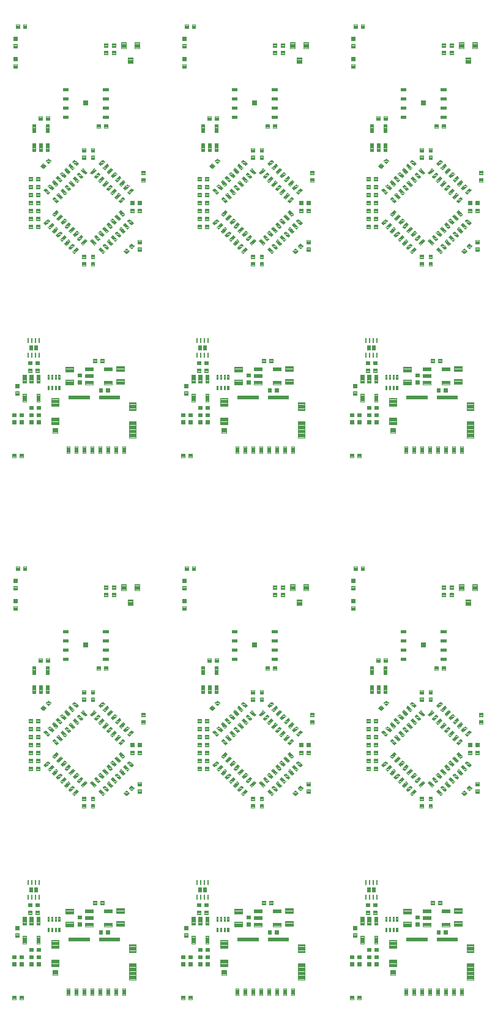
<source format=gbp>
G04 EAGLE Gerber RS-274X export*
G75*
%MOMM*%
%FSLAX34Y34*%
%LPD*%
%INSolderpaste Bottom*%
%IPPOS*%
%AMOC8*
5,1,8,0,0,1.08239X$1,22.5*%
G01*
%ADD10C,0.099000*%
%ADD11C,0.102000*%
%ADD12R,0.250000X0.637500*%
%ADD13R,0.500000X0.640000*%
%ADD14C,0.100000*%
%ADD15C,0.100800*%
%ADD16C,0.105000*%
%ADD17R,0.800000X0.800000*%
%ADD18C,0.104000*%
%ADD19C,0.103500*%


D10*
X120504Y163755D02*
X120504Y159245D01*
X109494Y159245D01*
X109494Y163755D01*
X120504Y163755D01*
X120504Y160185D02*
X109494Y160185D01*
X109494Y161125D02*
X120504Y161125D01*
X120504Y162065D02*
X109494Y162065D01*
X109494Y163005D02*
X120504Y163005D01*
X120504Y168745D02*
X120504Y173255D01*
X120504Y168745D02*
X109494Y168745D01*
X109494Y173255D01*
X120504Y173255D01*
X120504Y169685D02*
X109494Y169685D01*
X109494Y170625D02*
X120504Y170625D01*
X120504Y171565D02*
X109494Y171565D01*
X109494Y172505D02*
X120504Y172505D01*
X120504Y178245D02*
X120504Y182755D01*
X120504Y178245D02*
X109494Y178245D01*
X109494Y182755D01*
X120504Y182755D01*
X120504Y179185D02*
X109494Y179185D01*
X109494Y180125D02*
X120504Y180125D01*
X120504Y181065D02*
X109494Y181065D01*
X109494Y182005D02*
X120504Y182005D01*
X146506Y182755D02*
X146506Y178245D01*
X135496Y178245D01*
X135496Y182755D01*
X146506Y182755D01*
X146506Y179185D02*
X135496Y179185D01*
X135496Y180125D02*
X146506Y180125D01*
X146506Y181065D02*
X135496Y181065D01*
X135496Y182005D02*
X146506Y182005D01*
X146506Y163755D02*
X146506Y159245D01*
X135496Y159245D01*
X135496Y163755D01*
X146506Y163755D01*
X146506Y160185D02*
X135496Y160185D01*
X135496Y161125D02*
X146506Y161125D01*
X146506Y162065D02*
X135496Y162065D01*
X135496Y163005D02*
X146506Y163005D01*
X27735Y161576D02*
X23225Y161576D01*
X23225Y172586D01*
X27735Y172586D01*
X27735Y161576D01*
X27735Y162516D02*
X23225Y162516D01*
X23225Y163456D02*
X27735Y163456D01*
X27735Y164396D02*
X23225Y164396D01*
X23225Y165336D02*
X27735Y165336D01*
X27735Y166276D02*
X23225Y166276D01*
X23225Y167216D02*
X27735Y167216D01*
X27735Y168156D02*
X23225Y168156D01*
X23225Y169096D02*
X27735Y169096D01*
X27735Y170036D02*
X23225Y170036D01*
X23225Y170976D02*
X27735Y170976D01*
X27735Y171916D02*
X23225Y171916D01*
X32725Y161576D02*
X37235Y161576D01*
X32725Y161576D02*
X32725Y172586D01*
X37235Y172586D01*
X37235Y161576D01*
X37235Y162516D02*
X32725Y162516D01*
X32725Y163456D02*
X37235Y163456D01*
X37235Y164396D02*
X32725Y164396D01*
X32725Y165336D02*
X37235Y165336D01*
X37235Y166276D02*
X32725Y166276D01*
X32725Y167216D02*
X37235Y167216D01*
X37235Y168156D02*
X32725Y168156D01*
X32725Y169096D02*
X37235Y169096D01*
X37235Y170036D02*
X32725Y170036D01*
X32725Y170976D02*
X37235Y170976D01*
X37235Y171916D02*
X32725Y171916D01*
X42225Y161576D02*
X46735Y161576D01*
X42225Y161576D02*
X42225Y172586D01*
X46735Y172586D01*
X46735Y161576D01*
X46735Y162516D02*
X42225Y162516D01*
X42225Y163456D02*
X46735Y163456D01*
X46735Y164396D02*
X42225Y164396D01*
X42225Y165336D02*
X46735Y165336D01*
X46735Y166276D02*
X42225Y166276D01*
X42225Y167216D02*
X46735Y167216D01*
X46735Y168156D02*
X42225Y168156D01*
X42225Y169096D02*
X46735Y169096D01*
X46735Y170036D02*
X42225Y170036D01*
X42225Y170976D02*
X46735Y170976D01*
X46735Y171916D02*
X42225Y171916D01*
X42225Y135574D02*
X46735Y135574D01*
X42225Y135574D02*
X42225Y146584D01*
X46735Y146584D01*
X46735Y135574D01*
X46735Y136514D02*
X42225Y136514D01*
X42225Y137454D02*
X46735Y137454D01*
X46735Y138394D02*
X42225Y138394D01*
X42225Y139334D02*
X46735Y139334D01*
X46735Y140274D02*
X42225Y140274D01*
X42225Y141214D02*
X46735Y141214D01*
X46735Y142154D02*
X42225Y142154D01*
X42225Y143094D02*
X46735Y143094D01*
X46735Y144034D02*
X42225Y144034D01*
X42225Y144974D02*
X46735Y144974D01*
X46735Y145914D02*
X42225Y145914D01*
X27735Y135574D02*
X23225Y135574D01*
X23225Y146584D01*
X27735Y146584D01*
X27735Y135574D01*
X27735Y136514D02*
X23225Y136514D01*
X23225Y137454D02*
X27735Y137454D01*
X27735Y138394D02*
X23225Y138394D01*
X23225Y139334D02*
X27735Y139334D01*
X27735Y140274D02*
X23225Y140274D01*
X23225Y141214D02*
X27735Y141214D01*
X27735Y142154D02*
X23225Y142154D01*
X23225Y143094D02*
X27735Y143094D01*
X27735Y144034D02*
X23225Y144034D01*
X23225Y144974D02*
X27735Y144974D01*
X27735Y145914D02*
X23225Y145914D01*
D11*
X42570Y129630D02*
X47550Y129630D01*
X47550Y124650D01*
X42570Y124650D01*
X42570Y129630D01*
X42570Y125619D02*
X47550Y125619D01*
X47550Y126588D02*
X42570Y126588D01*
X42570Y127557D02*
X47550Y127557D01*
X47550Y128526D02*
X42570Y128526D01*
X42570Y129495D02*
X47550Y129495D01*
X37550Y129630D02*
X32570Y129630D01*
X37550Y129630D02*
X37550Y124650D01*
X32570Y124650D01*
X32570Y129630D01*
X32570Y125619D02*
X37550Y125619D01*
X37550Y126588D02*
X32570Y126588D01*
X32570Y127557D02*
X37550Y127557D01*
X37550Y128526D02*
X32570Y128526D01*
X32570Y129495D02*
X37550Y129495D01*
X40590Y181110D02*
X45570Y181110D01*
X45570Y176130D01*
X40590Y176130D01*
X40590Y181110D01*
X40590Y177099D02*
X45570Y177099D01*
X45570Y178068D02*
X40590Y178068D01*
X40590Y179037D02*
X45570Y179037D01*
X45570Y180006D02*
X40590Y180006D01*
X40590Y180975D02*
X45570Y180975D01*
X35570Y181110D02*
X30590Y181110D01*
X35570Y181110D02*
X35570Y176130D01*
X30590Y176130D01*
X30590Y181110D01*
X30590Y177099D02*
X35570Y177099D01*
X35570Y178068D02*
X30590Y178068D01*
X30590Y179037D02*
X35570Y179037D01*
X35570Y180006D02*
X30590Y180006D01*
X30590Y180975D02*
X35570Y180975D01*
X37490Y114510D02*
X32510Y114510D01*
X32510Y119490D01*
X37490Y119490D01*
X37490Y114510D01*
X37490Y115479D02*
X32510Y115479D01*
X32510Y116448D02*
X37490Y116448D01*
X37490Y117417D02*
X32510Y117417D01*
X32510Y118386D02*
X37490Y118386D01*
X37490Y119355D02*
X32510Y119355D01*
X42510Y114510D02*
X47490Y114510D01*
X42510Y114510D02*
X42510Y119490D01*
X47490Y119490D01*
X47490Y114510D01*
X47490Y115479D02*
X42510Y115479D01*
X42510Y116448D02*
X47490Y116448D01*
X47490Y117417D02*
X42510Y117417D01*
X42510Y118386D02*
X47490Y118386D01*
X47490Y119355D02*
X42510Y119355D01*
X12690Y154450D02*
X12690Y159430D01*
X17670Y159430D01*
X17670Y154450D01*
X12690Y154450D01*
X12690Y155419D02*
X17670Y155419D01*
X17670Y156388D02*
X12690Y156388D01*
X12690Y157357D02*
X17670Y157357D01*
X17670Y158326D02*
X12690Y158326D01*
X12690Y159295D02*
X17670Y159295D01*
X12690Y149430D02*
X12690Y144450D01*
X12690Y149430D02*
X17670Y149430D01*
X17670Y144450D01*
X12690Y144450D01*
X12690Y145419D02*
X17670Y145419D01*
X17670Y146388D02*
X12690Y146388D01*
X12690Y147357D02*
X17670Y147357D01*
X17670Y148326D02*
X12690Y148326D01*
X12690Y149295D02*
X17670Y149295D01*
D12*
X45500Y199813D03*
X40500Y220188D03*
X45500Y220188D03*
X35500Y220188D03*
X30500Y220188D03*
X40500Y199813D03*
X35500Y199813D03*
X30500Y199813D03*
D13*
X34600Y210000D03*
X41400Y210000D03*
D11*
X35490Y186510D02*
X30510Y186510D01*
X30510Y191490D01*
X35490Y191490D01*
X35490Y186510D01*
X35490Y187479D02*
X30510Y187479D01*
X30510Y188448D02*
X35490Y188448D01*
X35490Y189417D02*
X30510Y189417D01*
X30510Y190386D02*
X35490Y190386D01*
X35490Y191355D02*
X30510Y191355D01*
X40510Y186510D02*
X45490Y186510D01*
X40510Y186510D02*
X40510Y191490D01*
X45490Y191490D01*
X45490Y186510D01*
X45490Y187479D02*
X40510Y187479D01*
X40510Y188448D02*
X45490Y188448D01*
X45490Y189417D02*
X40510Y189417D01*
X40510Y190386D02*
X45490Y190386D01*
X45490Y191355D02*
X40510Y191355D01*
X23490Y63490D02*
X18510Y63490D01*
X23490Y63490D02*
X23490Y58510D01*
X18510Y58510D01*
X18510Y63490D01*
X18510Y59479D02*
X23490Y59479D01*
X23490Y60448D02*
X18510Y60448D01*
X18510Y61417D02*
X23490Y61417D01*
X23490Y62386D02*
X18510Y62386D01*
X18510Y63355D02*
X23490Y63355D01*
X13490Y63490D02*
X8510Y63490D01*
X13490Y63490D02*
X13490Y58510D01*
X8510Y58510D01*
X8510Y63490D01*
X8510Y59479D02*
X13490Y59479D01*
X13490Y60448D02*
X8510Y60448D01*
X8510Y61417D02*
X13490Y61417D01*
X13490Y62386D02*
X8510Y62386D01*
X8510Y63355D02*
X13490Y63355D01*
X18510Y109490D02*
X23490Y109490D01*
X23490Y104510D01*
X18510Y104510D01*
X18510Y109490D01*
X18510Y105479D02*
X23490Y105479D01*
X23490Y106448D02*
X18510Y106448D01*
X18510Y107417D02*
X23490Y107417D01*
X23490Y108386D02*
X18510Y108386D01*
X18510Y109355D02*
X23490Y109355D01*
X13490Y109490D02*
X8510Y109490D01*
X13490Y109490D02*
X13490Y104510D01*
X8510Y104510D01*
X8510Y109490D01*
X8510Y105479D02*
X13490Y105479D01*
X13490Y106448D02*
X8510Y106448D01*
X8510Y107417D02*
X13490Y107417D01*
X13490Y108386D02*
X8510Y108386D01*
X8510Y109355D02*
X13490Y109355D01*
D14*
X87912Y73442D02*
X87912Y64442D01*
X83912Y64442D01*
X83912Y73442D01*
X87912Y73442D01*
X87912Y65392D02*
X83912Y65392D01*
X83912Y66342D02*
X87912Y66342D01*
X87912Y67292D02*
X83912Y67292D01*
X83912Y68242D02*
X87912Y68242D01*
X87912Y69192D02*
X83912Y69192D01*
X83912Y70142D02*
X87912Y70142D01*
X87912Y71092D02*
X83912Y71092D01*
X83912Y72042D02*
X87912Y72042D01*
X87912Y72992D02*
X83912Y72992D01*
X98912Y73442D02*
X98912Y64442D01*
X94912Y64442D01*
X94912Y73442D01*
X98912Y73442D01*
X98912Y65392D02*
X94912Y65392D01*
X94912Y66342D02*
X98912Y66342D01*
X98912Y67292D02*
X94912Y67292D01*
X94912Y68242D02*
X98912Y68242D01*
X98912Y69192D02*
X94912Y69192D01*
X94912Y70142D02*
X98912Y70142D01*
X98912Y71092D02*
X94912Y71092D01*
X94912Y72042D02*
X98912Y72042D01*
X98912Y72992D02*
X94912Y72992D01*
X109912Y73442D02*
X109912Y64442D01*
X105912Y64442D01*
X105912Y73442D01*
X109912Y73442D01*
X109912Y65392D02*
X105912Y65392D01*
X105912Y66342D02*
X109912Y66342D01*
X109912Y67292D02*
X105912Y67292D01*
X105912Y68242D02*
X109912Y68242D01*
X109912Y69192D02*
X105912Y69192D01*
X105912Y70142D02*
X109912Y70142D01*
X109912Y71092D02*
X105912Y71092D01*
X105912Y72042D02*
X109912Y72042D01*
X109912Y72992D02*
X105912Y72992D01*
X120912Y73442D02*
X120912Y64442D01*
X116912Y64442D01*
X116912Y73442D01*
X120912Y73442D01*
X120912Y65392D02*
X116912Y65392D01*
X116912Y66342D02*
X120912Y66342D01*
X120912Y67292D02*
X116912Y67292D01*
X116912Y68242D02*
X120912Y68242D01*
X120912Y69192D02*
X116912Y69192D01*
X116912Y70142D02*
X120912Y70142D01*
X120912Y71092D02*
X116912Y71092D01*
X116912Y72042D02*
X120912Y72042D01*
X120912Y72992D02*
X116912Y72992D01*
X131912Y73442D02*
X131912Y64442D01*
X127912Y64442D01*
X127912Y73442D01*
X131912Y73442D01*
X131912Y65392D02*
X127912Y65392D01*
X127912Y66342D02*
X131912Y66342D01*
X131912Y67292D02*
X127912Y67292D01*
X127912Y68242D02*
X131912Y68242D01*
X131912Y69192D02*
X127912Y69192D01*
X127912Y70142D02*
X131912Y70142D01*
X131912Y71092D02*
X127912Y71092D01*
X127912Y72042D02*
X131912Y72042D01*
X131912Y72992D02*
X127912Y72992D01*
X142912Y73442D02*
X142912Y64442D01*
X138912Y64442D01*
X138912Y73442D01*
X142912Y73442D01*
X142912Y65392D02*
X138912Y65392D01*
X138912Y66342D02*
X142912Y66342D01*
X142912Y67292D02*
X138912Y67292D01*
X138912Y68242D02*
X142912Y68242D01*
X142912Y69192D02*
X138912Y69192D01*
X138912Y70142D02*
X142912Y70142D01*
X142912Y71092D02*
X138912Y71092D01*
X138912Y72042D02*
X142912Y72042D01*
X142912Y72992D02*
X138912Y72992D01*
X153912Y73442D02*
X153912Y64442D01*
X149912Y64442D01*
X149912Y73442D01*
X153912Y73442D01*
X153912Y65392D02*
X149912Y65392D01*
X149912Y66342D02*
X153912Y66342D01*
X153912Y67292D02*
X149912Y67292D01*
X149912Y68242D02*
X153912Y68242D01*
X153912Y69192D02*
X149912Y69192D01*
X149912Y70142D02*
X153912Y70142D01*
X153912Y71092D02*
X149912Y71092D01*
X149912Y72042D02*
X153912Y72042D01*
X153912Y72992D02*
X149912Y72992D01*
X164912Y73442D02*
X164912Y64442D01*
X160912Y64442D01*
X160912Y73442D01*
X164912Y73442D01*
X164912Y65392D02*
X160912Y65392D01*
X160912Y66342D02*
X164912Y66342D01*
X164912Y67292D02*
X160912Y67292D01*
X160912Y68242D02*
X164912Y68242D01*
X164912Y69192D02*
X160912Y69192D01*
X160912Y70142D02*
X164912Y70142D01*
X164912Y71092D02*
X160912Y71092D01*
X160912Y72042D02*
X164912Y72042D01*
X164912Y72992D02*
X160912Y72992D01*
D15*
X71008Y92346D02*
X64816Y92346D01*
X64816Y99138D01*
X71008Y99138D01*
X71008Y92346D01*
X71008Y93304D02*
X64816Y93304D01*
X64816Y94262D02*
X71008Y94262D01*
X71008Y95220D02*
X64816Y95220D01*
X64816Y96178D02*
X71008Y96178D01*
X71008Y97136D02*
X64816Y97136D01*
X64816Y98094D02*
X71008Y98094D01*
X71008Y99052D02*
X64816Y99052D01*
D16*
X72637Y103567D02*
X72637Y113317D01*
X72637Y103567D02*
X63187Y103567D01*
X63187Y113317D01*
X72637Y113317D01*
X72637Y104564D02*
X63187Y104564D01*
X63187Y105561D02*
X72637Y105561D01*
X72637Y106558D02*
X63187Y106558D01*
X63187Y107555D02*
X72637Y107555D01*
X72637Y108552D02*
X63187Y108552D01*
X63187Y109549D02*
X72637Y109549D01*
X72637Y110546D02*
X63187Y110546D01*
X63187Y111543D02*
X72637Y111543D01*
X72637Y112540D02*
X63187Y112540D01*
X72637Y129067D02*
X72637Y140017D01*
X72637Y129067D02*
X63187Y129067D01*
X63187Y140017D01*
X72637Y140017D01*
X72637Y130064D02*
X63187Y130064D01*
X63187Y131061D02*
X72637Y131061D01*
X72637Y132058D02*
X63187Y132058D01*
X63187Y133055D02*
X72637Y133055D01*
X72637Y134052D02*
X63187Y134052D01*
X63187Y135049D02*
X72637Y135049D01*
X72637Y136046D02*
X63187Y136046D01*
X63187Y137043D02*
X72637Y137043D01*
X72637Y138040D02*
X63187Y138040D01*
X63187Y139037D02*
X72637Y139037D01*
X179387Y134317D02*
X179387Y123367D01*
X169937Y123367D01*
X169937Y134317D01*
X179387Y134317D01*
X179387Y124364D02*
X169937Y124364D01*
X169937Y125361D02*
X179387Y125361D01*
X179387Y126358D02*
X169937Y126358D01*
X169937Y127355D02*
X179387Y127355D01*
X179387Y128352D02*
X169937Y128352D01*
X169937Y129349D02*
X179387Y129349D01*
X179387Y130346D02*
X169937Y130346D01*
X169937Y131343D02*
X179387Y131343D01*
X179387Y132340D02*
X169937Y132340D01*
X169937Y133337D02*
X179387Y133337D01*
X179387Y108417D02*
X179387Y85567D01*
X169937Y85567D01*
X169937Y108417D01*
X179387Y108417D01*
X179387Y86564D02*
X169937Y86564D01*
X169937Y87561D02*
X179387Y87561D01*
X179387Y88558D02*
X169937Y88558D01*
X169937Y89555D02*
X179387Y89555D01*
X179387Y90552D02*
X169937Y90552D01*
X169937Y91549D02*
X179387Y91549D01*
X179387Y92546D02*
X169937Y92546D01*
X169937Y93543D02*
X179387Y93543D01*
X179387Y94540D02*
X169937Y94540D01*
X169937Y95537D02*
X179387Y95537D01*
X179387Y96534D02*
X169937Y96534D01*
X169937Y97531D02*
X179387Y97531D01*
X179387Y98528D02*
X169937Y98528D01*
X169937Y99525D02*
X179387Y99525D01*
X179387Y100522D02*
X169937Y100522D01*
X169937Y101519D02*
X179387Y101519D01*
X179387Y102516D02*
X169937Y102516D01*
X169937Y103513D02*
X179387Y103513D01*
X179387Y104510D02*
X169937Y104510D01*
X169937Y105507D02*
X179387Y105507D01*
X179387Y106504D02*
X169937Y106504D01*
X169937Y107501D02*
X179387Y107501D01*
D10*
X156917Y143547D02*
X128807Y143547D01*
X156917Y143547D02*
X156917Y139037D01*
X128807Y139037D01*
X128807Y143547D01*
X128807Y139977D02*
X156917Y139977D01*
X156917Y140917D02*
X128807Y140917D01*
X128807Y141857D02*
X156917Y141857D01*
X156917Y142797D02*
X128807Y142797D01*
X115017Y143547D02*
X86907Y143547D01*
X115017Y143547D02*
X115017Y139037D01*
X86907Y139037D01*
X86907Y143547D01*
X86907Y139977D02*
X115017Y139977D01*
X115017Y140917D02*
X86907Y140917D01*
X86907Y141857D02*
X115017Y141857D01*
X115017Y142797D02*
X86907Y142797D01*
D14*
X78500Y526950D02*
X78500Y530950D01*
X86000Y530950D01*
X86000Y526950D01*
X78500Y526950D01*
X78500Y527900D02*
X86000Y527900D01*
X86000Y528850D02*
X78500Y528850D01*
X78500Y529800D02*
X86000Y529800D01*
X86000Y530750D02*
X78500Y530750D01*
X78500Y539650D02*
X78500Y543650D01*
X86000Y543650D01*
X86000Y539650D01*
X78500Y539650D01*
X78500Y540600D02*
X86000Y540600D01*
X86000Y541550D02*
X78500Y541550D01*
X78500Y542500D02*
X86000Y542500D01*
X86000Y543450D02*
X78500Y543450D01*
X78500Y552350D02*
X78500Y556350D01*
X86000Y556350D01*
X86000Y552350D01*
X78500Y552350D01*
X78500Y553300D02*
X86000Y553300D01*
X86000Y554250D02*
X78500Y554250D01*
X78500Y555200D02*
X86000Y555200D01*
X86000Y556150D02*
X78500Y556150D01*
X78500Y565050D02*
X78500Y569050D01*
X86000Y569050D01*
X86000Y565050D01*
X78500Y565050D01*
X78500Y566000D02*
X86000Y566000D01*
X86000Y566950D02*
X78500Y566950D01*
X78500Y567900D02*
X86000Y567900D01*
X86000Y568850D02*
X78500Y568850D01*
X134000Y556350D02*
X134000Y552350D01*
X134000Y556350D02*
X141500Y556350D01*
X141500Y552350D01*
X134000Y552350D01*
X134000Y553300D02*
X141500Y553300D01*
X141500Y554250D02*
X134000Y554250D01*
X134000Y555200D02*
X141500Y555200D01*
X141500Y556150D02*
X134000Y556150D01*
X134000Y565050D02*
X134000Y569050D01*
X141500Y569050D01*
X141500Y565050D01*
X134000Y565050D01*
X134000Y566000D02*
X141500Y566000D01*
X141500Y566950D02*
X134000Y566950D01*
X134000Y567900D02*
X141500Y567900D01*
X141500Y568850D02*
X134000Y568850D01*
X134000Y543650D02*
X134000Y539650D01*
X134000Y543650D02*
X141500Y543650D01*
X141500Y539650D01*
X134000Y539650D01*
X134000Y540600D02*
X141500Y540600D01*
X141500Y541550D02*
X134000Y541550D01*
X134000Y542500D02*
X141500Y542500D01*
X141500Y543450D02*
X134000Y543450D01*
X134000Y530950D02*
X134000Y526950D01*
X134000Y530950D02*
X141500Y530950D01*
X141500Y526950D01*
X134000Y526950D01*
X134000Y527900D02*
X141500Y527900D01*
X141500Y528850D02*
X134000Y528850D01*
X134000Y529800D02*
X141500Y529800D01*
X141500Y530750D02*
X134000Y530750D01*
D17*
X110000Y548000D03*
D11*
X192490Y444490D02*
X192490Y439510D01*
X187510Y439510D01*
X187510Y444490D01*
X192490Y444490D01*
X192490Y440479D02*
X187510Y440479D01*
X187510Y441448D02*
X192490Y441448D01*
X192490Y442417D02*
X187510Y442417D01*
X187510Y443386D02*
X192490Y443386D01*
X192490Y444355D02*
X187510Y444355D01*
X192490Y449510D02*
X192490Y454490D01*
X192490Y449510D02*
X187510Y449510D01*
X187510Y454490D01*
X192490Y454490D01*
X192490Y450479D02*
X187510Y450479D01*
X187510Y451448D02*
X192490Y451448D01*
X192490Y452417D02*
X187510Y452417D01*
X187510Y453386D02*
X192490Y453386D01*
X192490Y454355D02*
X187510Y454355D01*
X117510Y338490D02*
X117510Y333510D01*
X117510Y338490D02*
X122490Y338490D01*
X122490Y333510D01*
X117510Y333510D01*
X117510Y334479D02*
X122490Y334479D01*
X122490Y335448D02*
X117510Y335448D01*
X117510Y336417D02*
X122490Y336417D01*
X122490Y337386D02*
X117510Y337386D01*
X117510Y338355D02*
X122490Y338355D01*
X117510Y328490D02*
X117510Y323510D01*
X117510Y328490D02*
X122490Y328490D01*
X122490Y323510D01*
X117510Y323510D01*
X117510Y324479D02*
X122490Y324479D01*
X122490Y325448D02*
X117510Y325448D01*
X117510Y326417D02*
X122490Y326417D01*
X122490Y327386D02*
X117510Y327386D01*
X117510Y328355D02*
X122490Y328355D01*
X46490Y445990D02*
X41510Y445990D01*
X46490Y445990D02*
X46490Y441010D01*
X41510Y441010D01*
X41510Y445990D01*
X41510Y441979D02*
X46490Y441979D01*
X46490Y442948D02*
X41510Y442948D01*
X41510Y443917D02*
X46490Y443917D01*
X46490Y444886D02*
X41510Y444886D01*
X41510Y445855D02*
X46490Y445855D01*
X36490Y445990D02*
X31510Y445990D01*
X36490Y445990D02*
X36490Y441010D01*
X31510Y441010D01*
X31510Y445990D01*
X31510Y441979D02*
X36490Y441979D01*
X36490Y442948D02*
X31510Y442948D01*
X31510Y443917D02*
X36490Y443917D01*
X36490Y444886D02*
X31510Y444886D01*
X31510Y445855D02*
X36490Y445855D01*
X117510Y480510D02*
X117510Y485490D01*
X122490Y485490D01*
X122490Y480510D01*
X117510Y480510D01*
X117510Y481479D02*
X122490Y481479D01*
X122490Y482448D02*
X117510Y482448D01*
X117510Y483417D02*
X122490Y483417D01*
X122490Y484386D02*
X117510Y484386D01*
X117510Y485355D02*
X122490Y485355D01*
X117510Y475490D02*
X117510Y470510D01*
X117510Y475490D02*
X122490Y475490D01*
X122490Y470510D01*
X117510Y470510D01*
X117510Y471479D02*
X122490Y471479D01*
X122490Y472448D02*
X117510Y472448D01*
X117510Y473417D02*
X122490Y473417D01*
X122490Y474386D02*
X117510Y474386D01*
X117510Y475355D02*
X122490Y475355D01*
X182010Y358490D02*
X182010Y353510D01*
X182010Y358490D02*
X186990Y358490D01*
X186990Y353510D01*
X182010Y353510D01*
X182010Y354479D02*
X186990Y354479D01*
X186990Y355448D02*
X182010Y355448D01*
X182010Y356417D02*
X186990Y356417D01*
X186990Y357386D02*
X182010Y357386D01*
X182010Y358355D02*
X186990Y358355D01*
X182010Y348490D02*
X182010Y343510D01*
X182010Y348490D02*
X186990Y348490D01*
X186990Y343510D01*
X182010Y343510D01*
X182010Y344479D02*
X186990Y344479D01*
X186990Y345448D02*
X182010Y345448D01*
X182010Y346417D02*
X186990Y346417D01*
X186990Y347386D02*
X182010Y347386D01*
X182010Y348355D02*
X186990Y348355D01*
X105510Y338490D02*
X105510Y333510D01*
X105510Y338490D02*
X110490Y338490D01*
X110490Y333510D01*
X105510Y333510D01*
X105510Y334479D02*
X110490Y334479D01*
X110490Y335448D02*
X105510Y335448D01*
X105510Y336417D02*
X110490Y336417D01*
X110490Y337386D02*
X105510Y337386D01*
X105510Y338355D02*
X110490Y338355D01*
X105510Y328490D02*
X105510Y323510D01*
X105510Y328490D02*
X110490Y328490D01*
X110490Y323510D01*
X105510Y323510D01*
X105510Y324479D02*
X110490Y324479D01*
X110490Y325448D02*
X105510Y325448D01*
X105510Y326417D02*
X110490Y326417D01*
X110490Y327386D02*
X105510Y327386D01*
X105510Y328355D02*
X110490Y328355D01*
X105510Y480510D02*
X105510Y485490D01*
X110490Y485490D01*
X110490Y480510D01*
X105510Y480510D01*
X105510Y481479D02*
X110490Y481479D01*
X110490Y482448D02*
X105510Y482448D01*
X105510Y483417D02*
X110490Y483417D01*
X110490Y484386D02*
X105510Y484386D01*
X105510Y485355D02*
X110490Y485355D01*
X105510Y475490D02*
X105510Y470510D01*
X105510Y475490D02*
X110490Y475490D01*
X110490Y470510D01*
X105510Y470510D01*
X105510Y471479D02*
X110490Y471479D01*
X110490Y472448D02*
X105510Y472448D01*
X105510Y473417D02*
X110490Y473417D01*
X110490Y474386D02*
X105510Y474386D01*
X105510Y475355D02*
X110490Y475355D01*
X46490Y434990D02*
X41510Y434990D01*
X46490Y434990D02*
X46490Y430010D01*
X41510Y430010D01*
X41510Y434990D01*
X41510Y430979D02*
X46490Y430979D01*
X46490Y431948D02*
X41510Y431948D01*
X41510Y432917D02*
X46490Y432917D01*
X46490Y433886D02*
X41510Y433886D01*
X41510Y434855D02*
X46490Y434855D01*
X36490Y434990D02*
X31510Y434990D01*
X36490Y434990D02*
X36490Y430010D01*
X31510Y430010D01*
X31510Y434990D01*
X31510Y430979D02*
X36490Y430979D01*
X36490Y431948D02*
X31510Y431948D01*
X31510Y432917D02*
X36490Y432917D01*
X36490Y433886D02*
X31510Y433886D01*
X31510Y434855D02*
X36490Y434855D01*
D10*
X55245Y492504D02*
X59755Y492504D01*
X59755Y481494D01*
X55245Y481494D01*
X55245Y492504D01*
X55245Y482434D02*
X59755Y482434D01*
X59755Y483374D02*
X55245Y483374D01*
X55245Y484314D02*
X59755Y484314D01*
X59755Y485254D02*
X55245Y485254D01*
X55245Y486194D02*
X59755Y486194D01*
X59755Y487134D02*
X55245Y487134D01*
X55245Y488074D02*
X59755Y488074D01*
X59755Y489014D02*
X55245Y489014D01*
X55245Y489954D02*
X59755Y489954D01*
X59755Y490894D02*
X55245Y490894D01*
X55245Y491834D02*
X59755Y491834D01*
X50255Y492504D02*
X45745Y492504D01*
X50255Y492504D02*
X50255Y481494D01*
X45745Y481494D01*
X45745Y492504D01*
X45745Y482434D02*
X50255Y482434D01*
X50255Y483374D02*
X45745Y483374D01*
X45745Y484314D02*
X50255Y484314D01*
X50255Y485254D02*
X45745Y485254D01*
X45745Y486194D02*
X50255Y486194D01*
X50255Y487134D02*
X45745Y487134D01*
X45745Y488074D02*
X50255Y488074D01*
X50255Y489014D02*
X45745Y489014D01*
X45745Y489954D02*
X50255Y489954D01*
X50255Y490894D02*
X45745Y490894D01*
X45745Y491834D02*
X50255Y491834D01*
X40755Y492504D02*
X36245Y492504D01*
X40755Y492504D02*
X40755Y481494D01*
X36245Y481494D01*
X36245Y492504D01*
X36245Y482434D02*
X40755Y482434D01*
X40755Y483374D02*
X36245Y483374D01*
X36245Y484314D02*
X40755Y484314D01*
X40755Y485254D02*
X36245Y485254D01*
X36245Y486194D02*
X40755Y486194D01*
X40755Y487134D02*
X36245Y487134D01*
X36245Y488074D02*
X40755Y488074D01*
X40755Y489014D02*
X36245Y489014D01*
X36245Y489954D02*
X40755Y489954D01*
X40755Y490894D02*
X36245Y490894D01*
X36245Y491834D02*
X40755Y491834D01*
X40755Y518506D02*
X36245Y518506D01*
X40755Y518506D02*
X40755Y507496D01*
X36245Y507496D01*
X36245Y518506D01*
X36245Y508436D02*
X40755Y508436D01*
X40755Y509376D02*
X36245Y509376D01*
X36245Y510316D02*
X40755Y510316D01*
X40755Y511256D02*
X36245Y511256D01*
X36245Y512196D02*
X40755Y512196D01*
X40755Y513136D02*
X36245Y513136D01*
X36245Y514076D02*
X40755Y514076D01*
X40755Y515016D02*
X36245Y515016D01*
X36245Y515956D02*
X40755Y515956D01*
X40755Y516896D02*
X36245Y516896D01*
X36245Y517836D02*
X40755Y517836D01*
X55245Y518506D02*
X59755Y518506D01*
X59755Y507496D01*
X55245Y507496D01*
X55245Y518506D01*
X55245Y508436D02*
X59755Y508436D01*
X59755Y509376D02*
X55245Y509376D01*
X55245Y510316D02*
X59755Y510316D01*
X59755Y511256D02*
X55245Y511256D01*
X55245Y512196D02*
X59755Y512196D01*
X59755Y513136D02*
X55245Y513136D01*
X55245Y514076D02*
X59755Y514076D01*
X59755Y515016D02*
X55245Y515016D01*
X55245Y515956D02*
X59755Y515956D01*
X59755Y516896D02*
X55245Y516896D01*
X55245Y517836D02*
X59755Y517836D01*
D11*
X59990Y529490D02*
X55010Y529490D01*
X59990Y529490D02*
X59990Y524510D01*
X55010Y524510D01*
X55010Y529490D01*
X55010Y525479D02*
X59990Y525479D01*
X59990Y526448D02*
X55010Y526448D01*
X55010Y527417D02*
X59990Y527417D01*
X59990Y528386D02*
X55010Y528386D01*
X55010Y529355D02*
X59990Y529355D01*
X49990Y529490D02*
X45010Y529490D01*
X49990Y529490D02*
X49990Y524510D01*
X45010Y524510D01*
X45010Y529490D01*
X45010Y525479D02*
X49990Y525479D01*
X49990Y526448D02*
X45010Y526448D01*
X45010Y527417D02*
X49990Y527417D01*
X49990Y528386D02*
X45010Y528386D01*
X45010Y529355D02*
X49990Y529355D01*
X58536Y471557D02*
X55015Y468036D01*
X58536Y471557D02*
X62057Y468036D01*
X58536Y464515D01*
X55015Y468036D01*
X57567Y465484D02*
X59505Y465484D01*
X60474Y466453D02*
X56598Y466453D01*
X55629Y467422D02*
X61443Y467422D01*
X61702Y468391D02*
X55370Y468391D01*
X56339Y469360D02*
X60733Y469360D01*
X59764Y470329D02*
X57308Y470329D01*
X58277Y471298D02*
X58795Y471298D01*
X51464Y464485D02*
X47943Y460964D01*
X51464Y464485D02*
X54985Y460964D01*
X51464Y457443D01*
X47943Y460964D01*
X50495Y458412D02*
X52433Y458412D01*
X53402Y459381D02*
X49526Y459381D01*
X48557Y460350D02*
X54371Y460350D01*
X54630Y461319D02*
X48298Y461319D01*
X49267Y462288D02*
X53661Y462288D01*
X52692Y463257D02*
X50236Y463257D01*
X51205Y464226D02*
X51723Y464226D01*
X37490Y104510D02*
X32510Y104510D01*
X32510Y109490D01*
X37490Y109490D01*
X37490Y104510D01*
X37490Y105479D02*
X32510Y105479D01*
X32510Y106448D02*
X37490Y106448D01*
X37490Y107417D02*
X32510Y107417D01*
X32510Y108386D02*
X37490Y108386D01*
X37490Y109355D02*
X32510Y109355D01*
X42510Y104510D02*
X47490Y104510D01*
X42510Y104510D02*
X42510Y109490D01*
X47490Y109490D01*
X47490Y104510D01*
X47490Y105479D02*
X42510Y105479D01*
X42510Y106448D02*
X47490Y106448D01*
X47490Y107417D02*
X42510Y107417D01*
X42510Y108386D02*
X47490Y108386D01*
X47490Y109355D02*
X42510Y109355D01*
X166464Y339943D02*
X169985Y343464D01*
X166464Y339943D02*
X162943Y343464D01*
X166464Y346985D01*
X169985Y343464D01*
X167433Y340912D02*
X165495Y340912D01*
X164526Y341881D02*
X168402Y341881D01*
X169371Y342850D02*
X163557Y342850D01*
X163298Y343819D02*
X169630Y343819D01*
X168661Y344788D02*
X164267Y344788D01*
X165236Y345757D02*
X167692Y345757D01*
X166723Y346726D02*
X166205Y346726D01*
X173536Y347015D02*
X177057Y350536D01*
X173536Y347015D02*
X170015Y350536D01*
X173536Y354057D01*
X177057Y350536D01*
X174505Y347984D02*
X172567Y347984D01*
X171598Y348953D02*
X175474Y348953D01*
X176443Y349922D02*
X170629Y349922D01*
X170370Y350891D02*
X176702Y350891D01*
X175733Y351860D02*
X171339Y351860D01*
X172308Y352829D02*
X174764Y352829D01*
X173795Y353798D02*
X173277Y353798D01*
X13490Y114510D02*
X8510Y114510D01*
X8510Y119490D01*
X13490Y119490D01*
X13490Y114510D01*
X13490Y115479D02*
X8510Y115479D01*
X8510Y116448D02*
X13490Y116448D01*
X13490Y117417D02*
X8510Y117417D01*
X8510Y118386D02*
X13490Y118386D01*
X13490Y119355D02*
X8510Y119355D01*
X18510Y114510D02*
X23490Y114510D01*
X18510Y114510D02*
X18510Y119490D01*
X23490Y119490D01*
X23490Y114510D01*
X23490Y115479D02*
X18510Y115479D01*
X18510Y116448D02*
X23490Y116448D01*
X23490Y117417D02*
X18510Y117417D01*
X18510Y118386D02*
X23490Y118386D01*
X23490Y119355D02*
X18510Y119355D01*
X120510Y189510D02*
X125490Y189510D01*
X120510Y189510D02*
X120510Y194490D01*
X125490Y194490D01*
X125490Y189510D01*
X125490Y190479D02*
X120510Y190479D01*
X120510Y191448D02*
X125490Y191448D01*
X125490Y192417D02*
X120510Y192417D01*
X120510Y193386D02*
X125490Y193386D01*
X125490Y194355D02*
X120510Y194355D01*
X130510Y189510D02*
X135490Y189510D01*
X130510Y189510D02*
X130510Y194490D01*
X135490Y194490D01*
X135490Y189510D01*
X135490Y190479D02*
X130510Y190479D01*
X130510Y191448D02*
X135490Y191448D01*
X135490Y192417D02*
X130510Y192417D01*
X130510Y193386D02*
X135490Y193386D01*
X135490Y194355D02*
X130510Y194355D01*
X104490Y164490D02*
X104490Y159510D01*
X99510Y159510D01*
X99510Y164490D01*
X104490Y164490D01*
X104490Y160479D02*
X99510Y160479D01*
X99510Y161448D02*
X104490Y161448D01*
X104490Y162417D02*
X99510Y162417D01*
X99510Y163386D02*
X104490Y163386D01*
X104490Y164355D02*
X99510Y164355D01*
X104490Y169510D02*
X104490Y174490D01*
X104490Y169510D02*
X99510Y169510D01*
X99510Y174490D01*
X104490Y174490D01*
X104490Y170479D02*
X99510Y170479D01*
X99510Y171448D02*
X104490Y171448D01*
X104490Y172417D02*
X99510Y172417D01*
X99510Y173386D02*
X104490Y173386D01*
X104490Y174355D02*
X99510Y174355D01*
X138510Y153490D02*
X143490Y153490D01*
X143490Y148510D01*
X138510Y148510D01*
X138510Y153490D01*
X138510Y149479D02*
X143490Y149479D01*
X143490Y150448D02*
X138510Y150448D01*
X138510Y151417D02*
X143490Y151417D01*
X143490Y152386D02*
X138510Y152386D01*
X138510Y153355D02*
X143490Y153355D01*
X133490Y153490D02*
X128510Y153490D01*
X133490Y153490D02*
X133490Y148510D01*
X128510Y148510D01*
X128510Y153490D01*
X128510Y149479D02*
X133490Y149479D01*
X133490Y150448D02*
X128510Y150448D01*
X128510Y151417D02*
X133490Y151417D01*
X133490Y152386D02*
X128510Y152386D01*
X128510Y153355D02*
X133490Y153355D01*
X10510Y606510D02*
X10510Y611490D01*
X15490Y611490D01*
X15490Y606510D01*
X10510Y606510D01*
X10510Y607479D02*
X15490Y607479D01*
X15490Y608448D02*
X10510Y608448D01*
X10510Y609417D02*
X15490Y609417D01*
X15490Y610386D02*
X10510Y610386D01*
X10510Y611355D02*
X15490Y611355D01*
X10510Y601490D02*
X10510Y596510D01*
X10510Y601490D02*
X15490Y601490D01*
X15490Y596510D01*
X10510Y596510D01*
X10510Y597479D02*
X15490Y597479D01*
X15490Y598448D02*
X10510Y598448D01*
X10510Y599417D02*
X15490Y599417D01*
X15490Y600386D02*
X10510Y600386D01*
X10510Y601355D02*
X15490Y601355D01*
X10510Y634510D02*
X10510Y639490D01*
X15490Y639490D01*
X15490Y634510D01*
X10510Y634510D01*
X10510Y635479D02*
X15490Y635479D01*
X15490Y636448D02*
X10510Y636448D01*
X10510Y637417D02*
X15490Y637417D01*
X15490Y638386D02*
X10510Y638386D01*
X10510Y639355D02*
X15490Y639355D01*
X10510Y629490D02*
X10510Y624510D01*
X10510Y629490D02*
X15490Y629490D01*
X15490Y624510D01*
X10510Y624510D01*
X10510Y625479D02*
X15490Y625479D01*
X15490Y626448D02*
X10510Y626448D01*
X10510Y627417D02*
X15490Y627417D01*
X15490Y628386D02*
X10510Y628386D01*
X10510Y629355D02*
X15490Y629355D01*
D18*
X159020Y624020D02*
X165980Y624020D01*
X159020Y624020D02*
X159020Y631980D01*
X165980Y631980D01*
X165980Y624020D01*
X165980Y625008D02*
X159020Y625008D01*
X159020Y625996D02*
X165980Y625996D01*
X165980Y626984D02*
X159020Y626984D01*
X159020Y627972D02*
X165980Y627972D01*
X165980Y628960D02*
X159020Y628960D01*
X159020Y629948D02*
X165980Y629948D01*
X165980Y630936D02*
X159020Y630936D01*
X159020Y631924D02*
X165980Y631924D01*
X178020Y624020D02*
X184980Y624020D01*
X178020Y624020D02*
X178020Y631980D01*
X184980Y631980D01*
X184980Y624020D01*
X184980Y625008D02*
X178020Y625008D01*
X178020Y625996D02*
X184980Y625996D01*
X184980Y626984D02*
X178020Y626984D01*
X178020Y627972D02*
X184980Y627972D01*
X184980Y628960D02*
X178020Y628960D01*
X178020Y629948D02*
X184980Y629948D01*
X184980Y630936D02*
X178020Y630936D01*
X178020Y631924D02*
X184980Y631924D01*
X175480Y603020D02*
X168520Y603020D01*
X168520Y610980D01*
X175480Y610980D01*
X175480Y603020D01*
X175480Y604008D02*
X168520Y604008D01*
X168520Y604996D02*
X175480Y604996D01*
X175480Y605984D02*
X168520Y605984D01*
X168520Y606972D02*
X175480Y606972D01*
X175480Y607960D02*
X168520Y607960D01*
X168520Y608948D02*
X175480Y608948D01*
X175480Y609936D02*
X168520Y609936D01*
X168520Y610924D02*
X175480Y610924D01*
D19*
X161379Y418232D02*
X163830Y415781D01*
X158199Y410150D01*
X155748Y412601D01*
X161379Y418232D01*
X159182Y411133D02*
X157216Y411133D01*
X156233Y412116D02*
X160165Y412116D01*
X161148Y413099D02*
X156246Y413099D01*
X157229Y414082D02*
X162131Y414082D01*
X163114Y415065D02*
X158212Y415065D01*
X159195Y416048D02*
X163563Y416048D01*
X162580Y417031D02*
X160178Y417031D01*
X161161Y418014D02*
X161597Y418014D01*
X158173Y421437D02*
X155722Y423888D01*
X158173Y421437D02*
X152542Y415806D01*
X150091Y418257D01*
X155722Y423888D01*
X153525Y416789D02*
X151559Y416789D01*
X150576Y417772D02*
X154508Y417772D01*
X155491Y418755D02*
X150589Y418755D01*
X151572Y419738D02*
X156474Y419738D01*
X157457Y420721D02*
X152555Y420721D01*
X153538Y421704D02*
X157906Y421704D01*
X156923Y422687D02*
X154521Y422687D01*
X155504Y423670D02*
X155940Y423670D01*
X152516Y427094D02*
X150065Y429545D01*
X152516Y427094D02*
X146885Y421463D01*
X144434Y423914D01*
X150065Y429545D01*
X147868Y422446D02*
X145902Y422446D01*
X144919Y423429D02*
X148851Y423429D01*
X149834Y424412D02*
X144932Y424412D01*
X145915Y425395D02*
X150817Y425395D01*
X151800Y426378D02*
X146898Y426378D01*
X147881Y427361D02*
X152249Y427361D01*
X151266Y428344D02*
X148864Y428344D01*
X149847Y429327D02*
X150283Y429327D01*
X146859Y432751D02*
X144408Y435202D01*
X146859Y432751D02*
X141228Y427120D01*
X138777Y429571D01*
X144408Y435202D01*
X142211Y428103D02*
X140245Y428103D01*
X139262Y429086D02*
X143194Y429086D01*
X144177Y430069D02*
X139275Y430069D01*
X140258Y431052D02*
X145160Y431052D01*
X146143Y432035D02*
X141241Y432035D01*
X142224Y433018D02*
X146592Y433018D01*
X145609Y434001D02*
X143207Y434001D01*
X144190Y434984D02*
X144626Y434984D01*
X141202Y438408D02*
X138751Y440859D01*
X141202Y438408D02*
X135571Y432777D01*
X133120Y435228D01*
X138751Y440859D01*
X136554Y433760D02*
X134588Y433760D01*
X133605Y434743D02*
X137537Y434743D01*
X138520Y435726D02*
X133618Y435726D01*
X134601Y436709D02*
X139503Y436709D01*
X140486Y437692D02*
X135584Y437692D01*
X136567Y438675D02*
X140935Y438675D01*
X139952Y439658D02*
X137550Y439658D01*
X138533Y440641D02*
X138969Y440641D01*
X135545Y444065D02*
X133094Y446516D01*
X135545Y444065D02*
X129914Y438434D01*
X127463Y440885D01*
X133094Y446516D01*
X130897Y439417D02*
X128931Y439417D01*
X127948Y440400D02*
X131880Y440400D01*
X132863Y441383D02*
X127961Y441383D01*
X128944Y442366D02*
X133846Y442366D01*
X134829Y443349D02*
X129927Y443349D01*
X130910Y444332D02*
X135278Y444332D01*
X134295Y445315D02*
X131893Y445315D01*
X132876Y446298D02*
X133312Y446298D01*
X129888Y449722D02*
X127437Y452173D01*
X129888Y449722D02*
X124257Y444091D01*
X121806Y446542D01*
X127437Y452173D01*
X125240Y445074D02*
X123274Y445074D01*
X122291Y446057D02*
X126223Y446057D01*
X127206Y447040D02*
X122304Y447040D01*
X123287Y448023D02*
X128189Y448023D01*
X129172Y449006D02*
X124270Y449006D01*
X125253Y449989D02*
X129621Y449989D01*
X128638Y450972D02*
X126236Y450972D01*
X127219Y451955D02*
X127655Y451955D01*
X124232Y455379D02*
X121781Y457830D01*
X124232Y455379D02*
X118601Y449748D01*
X116150Y452199D01*
X121781Y457830D01*
X119584Y450731D02*
X117618Y450731D01*
X116635Y451714D02*
X120567Y451714D01*
X121550Y452697D02*
X116648Y452697D01*
X117631Y453680D02*
X122533Y453680D01*
X123516Y454663D02*
X118614Y454663D01*
X119597Y455646D02*
X123965Y455646D01*
X122982Y456629D02*
X120580Y456629D01*
X121563Y457612D02*
X121999Y457612D01*
X133801Y469850D02*
X136252Y467399D01*
X130621Y461768D01*
X128170Y464219D01*
X133801Y469850D01*
X131604Y462751D02*
X129638Y462751D01*
X128655Y463734D02*
X132587Y463734D01*
X133570Y464717D02*
X128668Y464717D01*
X129651Y465700D02*
X134553Y465700D01*
X135536Y466683D02*
X130634Y466683D01*
X131617Y467666D02*
X135985Y467666D01*
X135002Y468649D02*
X132600Y468649D01*
X133583Y469632D02*
X134019Y469632D01*
X139458Y464194D02*
X141909Y461743D01*
X136278Y456112D01*
X133827Y458563D01*
X139458Y464194D01*
X137261Y457095D02*
X135295Y457095D01*
X134312Y458078D02*
X138244Y458078D01*
X139227Y459061D02*
X134325Y459061D01*
X135308Y460044D02*
X140210Y460044D01*
X141193Y461027D02*
X136291Y461027D01*
X137274Y462010D02*
X141642Y462010D01*
X140659Y462993D02*
X138257Y462993D01*
X139240Y463976D02*
X139676Y463976D01*
X145115Y458537D02*
X147566Y456086D01*
X141935Y450455D01*
X139484Y452906D01*
X145115Y458537D01*
X142918Y451438D02*
X140952Y451438D01*
X139969Y452421D02*
X143901Y452421D01*
X144884Y453404D02*
X139982Y453404D01*
X140965Y454387D02*
X145867Y454387D01*
X146850Y455370D02*
X141948Y455370D01*
X142931Y456353D02*
X147299Y456353D01*
X146316Y457336D02*
X143914Y457336D01*
X144897Y458319D02*
X145333Y458319D01*
X150772Y452880D02*
X153223Y450429D01*
X147592Y444798D01*
X145141Y447249D01*
X150772Y452880D01*
X148575Y445781D02*
X146609Y445781D01*
X145626Y446764D02*
X149558Y446764D01*
X150541Y447747D02*
X145639Y447747D01*
X146622Y448730D02*
X151524Y448730D01*
X152507Y449713D02*
X147605Y449713D01*
X148588Y450696D02*
X152956Y450696D01*
X151973Y451679D02*
X149571Y451679D01*
X150554Y452662D02*
X150990Y452662D01*
X156429Y447223D02*
X158880Y444772D01*
X153249Y439141D01*
X150798Y441592D01*
X156429Y447223D01*
X154232Y440124D02*
X152266Y440124D01*
X151283Y441107D02*
X155215Y441107D01*
X156198Y442090D02*
X151296Y442090D01*
X152279Y443073D02*
X157181Y443073D01*
X158164Y444056D02*
X153262Y444056D01*
X154245Y445039D02*
X158613Y445039D01*
X157630Y446022D02*
X155228Y446022D01*
X156211Y447005D02*
X156647Y447005D01*
X162086Y441566D02*
X164537Y439115D01*
X158906Y433484D01*
X156455Y435935D01*
X162086Y441566D01*
X159889Y434467D02*
X157923Y434467D01*
X156940Y435450D02*
X160872Y435450D01*
X161855Y436433D02*
X156953Y436433D01*
X157936Y437416D02*
X162838Y437416D01*
X163821Y438399D02*
X158919Y438399D01*
X159902Y439382D02*
X164270Y439382D01*
X163287Y440365D02*
X160885Y440365D01*
X161868Y441348D02*
X162304Y441348D01*
X167743Y435909D02*
X170194Y433458D01*
X164563Y427827D01*
X162112Y430278D01*
X167743Y435909D01*
X165546Y428810D02*
X163580Y428810D01*
X162597Y429793D02*
X166529Y429793D01*
X167512Y430776D02*
X162610Y430776D01*
X163593Y431759D02*
X168495Y431759D01*
X169478Y432742D02*
X164576Y432742D01*
X165559Y433725D02*
X169927Y433725D01*
X168944Y434708D02*
X166542Y434708D01*
X167525Y435691D02*
X167961Y435691D01*
X173399Y430252D02*
X175850Y427801D01*
X170219Y422170D01*
X167768Y424621D01*
X173399Y430252D01*
X171202Y423153D02*
X169236Y423153D01*
X168253Y424136D02*
X172185Y424136D01*
X173168Y425119D02*
X168266Y425119D01*
X169249Y426102D02*
X174151Y426102D01*
X175134Y427085D02*
X170232Y427085D01*
X171215Y428068D02*
X175583Y428068D01*
X174600Y429051D02*
X172198Y429051D01*
X173181Y430034D02*
X173617Y430034D01*
X106219Y457830D02*
X103768Y455379D01*
X106219Y457830D02*
X111850Y452199D01*
X109399Y449748D01*
X103768Y455379D01*
X108416Y450731D02*
X110382Y450731D01*
X111365Y451714D02*
X107433Y451714D01*
X106450Y452697D02*
X111352Y452697D01*
X110369Y453680D02*
X105467Y453680D01*
X104484Y454663D02*
X109386Y454663D01*
X108403Y455646D02*
X104035Y455646D01*
X105018Y456629D02*
X107420Y456629D01*
X106437Y457612D02*
X106001Y457612D01*
X100563Y452173D02*
X98112Y449722D01*
X100563Y452173D02*
X106194Y446542D01*
X103743Y444091D01*
X98112Y449722D01*
X102760Y445074D02*
X104726Y445074D01*
X105709Y446057D02*
X101777Y446057D01*
X100794Y447040D02*
X105696Y447040D01*
X104713Y448023D02*
X99811Y448023D01*
X98828Y449006D02*
X103730Y449006D01*
X102747Y449989D02*
X98379Y449989D01*
X99362Y450972D02*
X101764Y450972D01*
X100781Y451955D02*
X100345Y451955D01*
X94906Y446516D02*
X92455Y444065D01*
X94906Y446516D02*
X100537Y440885D01*
X98086Y438434D01*
X92455Y444065D01*
X97103Y439417D02*
X99069Y439417D01*
X100052Y440400D02*
X96120Y440400D01*
X95137Y441383D02*
X100039Y441383D01*
X99056Y442366D02*
X94154Y442366D01*
X93171Y443349D02*
X98073Y443349D01*
X97090Y444332D02*
X92722Y444332D01*
X93705Y445315D02*
X96107Y445315D01*
X95124Y446298D02*
X94688Y446298D01*
X89249Y440859D02*
X86798Y438408D01*
X89249Y440859D02*
X94880Y435228D01*
X92429Y432777D01*
X86798Y438408D01*
X91446Y433760D02*
X93412Y433760D01*
X94395Y434743D02*
X90463Y434743D01*
X89480Y435726D02*
X94382Y435726D01*
X93399Y436709D02*
X88497Y436709D01*
X87514Y437692D02*
X92416Y437692D01*
X91433Y438675D02*
X87065Y438675D01*
X88048Y439658D02*
X90450Y439658D01*
X89467Y440641D02*
X89031Y440641D01*
X83592Y435202D02*
X81141Y432751D01*
X83592Y435202D02*
X89223Y429571D01*
X86772Y427120D01*
X81141Y432751D01*
X85789Y428103D02*
X87755Y428103D01*
X88738Y429086D02*
X84806Y429086D01*
X83823Y430069D02*
X88725Y430069D01*
X87742Y431052D02*
X82840Y431052D01*
X81857Y432035D02*
X86759Y432035D01*
X85776Y433018D02*
X81408Y433018D01*
X82391Y434001D02*
X84793Y434001D01*
X83810Y434984D02*
X83374Y434984D01*
X77935Y429545D02*
X75484Y427094D01*
X77935Y429545D02*
X83566Y423914D01*
X81115Y421463D01*
X75484Y427094D01*
X80132Y422446D02*
X82098Y422446D01*
X83081Y423429D02*
X79149Y423429D01*
X78166Y424412D02*
X83068Y424412D01*
X82085Y425395D02*
X77183Y425395D01*
X76200Y426378D02*
X81102Y426378D01*
X80119Y427361D02*
X75751Y427361D01*
X76734Y428344D02*
X79136Y428344D01*
X78153Y429327D02*
X77717Y429327D01*
X72278Y423888D02*
X69827Y421437D01*
X72278Y423888D02*
X77909Y418257D01*
X75458Y415806D01*
X69827Y421437D01*
X74475Y416789D02*
X76441Y416789D01*
X77424Y417772D02*
X73492Y417772D01*
X72509Y418755D02*
X77411Y418755D01*
X76428Y419738D02*
X71526Y419738D01*
X70543Y420721D02*
X75445Y420721D01*
X74462Y421704D02*
X70094Y421704D01*
X71077Y422687D02*
X73479Y422687D01*
X72496Y423670D02*
X72060Y423670D01*
X66621Y418232D02*
X64170Y415781D01*
X66621Y418232D02*
X72252Y412601D01*
X69801Y410150D01*
X64170Y415781D01*
X68818Y411133D02*
X70784Y411133D01*
X71767Y412116D02*
X67835Y412116D01*
X66852Y413099D02*
X71754Y413099D01*
X70771Y414082D02*
X65869Y414082D01*
X64886Y415065D02*
X69788Y415065D01*
X68805Y416048D02*
X64437Y416048D01*
X65420Y417031D02*
X67822Y417031D01*
X66839Y418014D02*
X66403Y418014D01*
X54601Y430252D02*
X52150Y427801D01*
X54601Y430252D02*
X60232Y424621D01*
X57781Y422170D01*
X52150Y427801D01*
X56798Y423153D02*
X58764Y423153D01*
X59747Y424136D02*
X55815Y424136D01*
X54832Y425119D02*
X59734Y425119D01*
X58751Y426102D02*
X53849Y426102D01*
X52866Y427085D02*
X57768Y427085D01*
X56785Y428068D02*
X52417Y428068D01*
X53400Y429051D02*
X55802Y429051D01*
X54819Y430034D02*
X54383Y430034D01*
X57806Y433458D02*
X60257Y435909D01*
X65888Y430278D01*
X63437Y427827D01*
X57806Y433458D01*
X62454Y428810D02*
X64420Y428810D01*
X65403Y429793D02*
X61471Y429793D01*
X60488Y430776D02*
X65390Y430776D01*
X64407Y431759D02*
X59505Y431759D01*
X58522Y432742D02*
X63424Y432742D01*
X62441Y433725D02*
X58073Y433725D01*
X59056Y434708D02*
X61458Y434708D01*
X60475Y435691D02*
X60039Y435691D01*
X63463Y439115D02*
X65914Y441566D01*
X71545Y435935D01*
X69094Y433484D01*
X63463Y439115D01*
X68111Y434467D02*
X70077Y434467D01*
X71060Y435450D02*
X67128Y435450D01*
X66145Y436433D02*
X71047Y436433D01*
X70064Y437416D02*
X65162Y437416D01*
X64179Y438399D02*
X69081Y438399D01*
X68098Y439382D02*
X63730Y439382D01*
X64713Y440365D02*
X67115Y440365D01*
X66132Y441348D02*
X65696Y441348D01*
X69120Y444772D02*
X71571Y447223D01*
X77202Y441592D01*
X74751Y439141D01*
X69120Y444772D01*
X73768Y440124D02*
X75734Y440124D01*
X76717Y441107D02*
X72785Y441107D01*
X71802Y442090D02*
X76704Y442090D01*
X75721Y443073D02*
X70819Y443073D01*
X69836Y444056D02*
X74738Y444056D01*
X73755Y445039D02*
X69387Y445039D01*
X70370Y446022D02*
X72772Y446022D01*
X71789Y447005D02*
X71353Y447005D01*
X74777Y450429D02*
X77228Y452880D01*
X82859Y447249D01*
X80408Y444798D01*
X74777Y450429D01*
X79425Y445781D02*
X81391Y445781D01*
X82374Y446764D02*
X78442Y446764D01*
X77459Y447747D02*
X82361Y447747D01*
X81378Y448730D02*
X76476Y448730D01*
X75493Y449713D02*
X80395Y449713D01*
X79412Y450696D02*
X75044Y450696D01*
X76027Y451679D02*
X78429Y451679D01*
X77446Y452662D02*
X77010Y452662D01*
X80434Y456086D02*
X82885Y458537D01*
X88516Y452906D01*
X86065Y450455D01*
X80434Y456086D01*
X85082Y451438D02*
X87048Y451438D01*
X88031Y452421D02*
X84099Y452421D01*
X83116Y453404D02*
X88018Y453404D01*
X87035Y454387D02*
X82133Y454387D01*
X81150Y455370D02*
X86052Y455370D01*
X85069Y456353D02*
X80701Y456353D01*
X81684Y457336D02*
X84086Y457336D01*
X83103Y458319D02*
X82667Y458319D01*
X86091Y461743D02*
X88542Y464194D01*
X94173Y458563D01*
X91722Y456112D01*
X86091Y461743D01*
X90739Y457095D02*
X92705Y457095D01*
X93688Y458078D02*
X89756Y458078D01*
X88773Y459061D02*
X93675Y459061D01*
X92692Y460044D02*
X87790Y460044D01*
X86807Y461027D02*
X91709Y461027D01*
X90726Y462010D02*
X86358Y462010D01*
X87341Y462993D02*
X89743Y462993D01*
X88760Y463976D02*
X88324Y463976D01*
X91748Y467399D02*
X94199Y469850D01*
X99830Y464219D01*
X97379Y461768D01*
X91748Y467399D01*
X96396Y462751D02*
X98362Y462751D01*
X99345Y463734D02*
X95413Y463734D01*
X94430Y464717D02*
X99332Y464717D01*
X98349Y465700D02*
X93447Y465700D01*
X92464Y466683D02*
X97366Y466683D01*
X96383Y467666D02*
X92015Y467666D01*
X92998Y468649D02*
X95400Y468649D01*
X94417Y469632D02*
X93981Y469632D01*
X97379Y348232D02*
X99830Y345781D01*
X94199Y340150D01*
X91748Y342601D01*
X97379Y348232D01*
X95182Y341133D02*
X93216Y341133D01*
X92233Y342116D02*
X96165Y342116D01*
X97148Y343099D02*
X92246Y343099D01*
X93229Y344082D02*
X98131Y344082D01*
X99114Y345065D02*
X94212Y345065D01*
X95195Y346048D02*
X99563Y346048D01*
X98580Y347031D02*
X96178Y347031D01*
X97161Y348014D02*
X97597Y348014D01*
X94173Y351437D02*
X91722Y353888D01*
X94173Y351437D02*
X88542Y345806D01*
X86091Y348257D01*
X91722Y353888D01*
X89525Y346789D02*
X87559Y346789D01*
X86576Y347772D02*
X90508Y347772D01*
X91491Y348755D02*
X86589Y348755D01*
X87572Y349738D02*
X92474Y349738D01*
X93457Y350721D02*
X88555Y350721D01*
X89538Y351704D02*
X93906Y351704D01*
X92923Y352687D02*
X90521Y352687D01*
X91504Y353670D02*
X91940Y353670D01*
X88516Y357094D02*
X86065Y359545D01*
X88516Y357094D02*
X82885Y351463D01*
X80434Y353914D01*
X86065Y359545D01*
X83868Y352446D02*
X81902Y352446D01*
X80919Y353429D02*
X84851Y353429D01*
X85834Y354412D02*
X80932Y354412D01*
X81915Y355395D02*
X86817Y355395D01*
X87800Y356378D02*
X82898Y356378D01*
X83881Y357361D02*
X88249Y357361D01*
X87266Y358344D02*
X84864Y358344D01*
X85847Y359327D02*
X86283Y359327D01*
X82859Y362751D02*
X80408Y365202D01*
X82859Y362751D02*
X77228Y357120D01*
X74777Y359571D01*
X80408Y365202D01*
X78211Y358103D02*
X76245Y358103D01*
X75262Y359086D02*
X79194Y359086D01*
X80177Y360069D02*
X75275Y360069D01*
X76258Y361052D02*
X81160Y361052D01*
X82143Y362035D02*
X77241Y362035D01*
X78224Y363018D02*
X82592Y363018D01*
X81609Y364001D02*
X79207Y364001D01*
X80190Y364984D02*
X80626Y364984D01*
X77202Y368408D02*
X74751Y370859D01*
X77202Y368408D02*
X71571Y362777D01*
X69120Y365228D01*
X74751Y370859D01*
X72554Y363760D02*
X70588Y363760D01*
X69605Y364743D02*
X73537Y364743D01*
X74520Y365726D02*
X69618Y365726D01*
X70601Y366709D02*
X75503Y366709D01*
X76486Y367692D02*
X71584Y367692D01*
X72567Y368675D02*
X76935Y368675D01*
X75952Y369658D02*
X73550Y369658D01*
X74533Y370641D02*
X74969Y370641D01*
X71545Y374065D02*
X69094Y376516D01*
X71545Y374065D02*
X65914Y368434D01*
X63463Y370885D01*
X69094Y376516D01*
X66897Y369417D02*
X64931Y369417D01*
X63948Y370400D02*
X67880Y370400D01*
X68863Y371383D02*
X63961Y371383D01*
X64944Y372366D02*
X69846Y372366D01*
X70829Y373349D02*
X65927Y373349D01*
X66910Y374332D02*
X71278Y374332D01*
X70295Y375315D02*
X67893Y375315D01*
X68876Y376298D02*
X69312Y376298D01*
X65888Y379722D02*
X63437Y382173D01*
X65888Y379722D02*
X60257Y374091D01*
X57806Y376542D01*
X63437Y382173D01*
X61240Y375074D02*
X59274Y375074D01*
X58291Y376057D02*
X62223Y376057D01*
X63206Y377040D02*
X58304Y377040D01*
X59287Y378023D02*
X64189Y378023D01*
X65172Y379006D02*
X60270Y379006D01*
X61253Y379989D02*
X65621Y379989D01*
X64638Y380972D02*
X62236Y380972D01*
X63219Y381955D02*
X63655Y381955D01*
X60232Y385379D02*
X57781Y387830D01*
X60232Y385379D02*
X54601Y379748D01*
X52150Y382199D01*
X57781Y387830D01*
X55584Y380731D02*
X53618Y380731D01*
X52635Y381714D02*
X56567Y381714D01*
X57550Y382697D02*
X52648Y382697D01*
X53631Y383680D02*
X58533Y383680D01*
X59516Y384663D02*
X54614Y384663D01*
X55597Y385646D02*
X59965Y385646D01*
X58982Y386629D02*
X56580Y386629D01*
X57563Y387612D02*
X57999Y387612D01*
X69801Y399850D02*
X72252Y397399D01*
X66621Y391768D01*
X64170Y394219D01*
X69801Y399850D01*
X67604Y392751D02*
X65638Y392751D01*
X64655Y393734D02*
X68587Y393734D01*
X69570Y394717D02*
X64668Y394717D01*
X65651Y395700D02*
X70553Y395700D01*
X71536Y396683D02*
X66634Y396683D01*
X67617Y397666D02*
X71985Y397666D01*
X71002Y398649D02*
X68600Y398649D01*
X69583Y399632D02*
X70019Y399632D01*
X75458Y394194D02*
X77909Y391743D01*
X72278Y386112D01*
X69827Y388563D01*
X75458Y394194D01*
X73261Y387095D02*
X71295Y387095D01*
X70312Y388078D02*
X74244Y388078D01*
X75227Y389061D02*
X70325Y389061D01*
X71308Y390044D02*
X76210Y390044D01*
X77193Y391027D02*
X72291Y391027D01*
X73274Y392010D02*
X77642Y392010D01*
X76659Y392993D02*
X74257Y392993D01*
X75240Y393976D02*
X75676Y393976D01*
X81115Y388537D02*
X83566Y386086D01*
X77935Y380455D01*
X75484Y382906D01*
X81115Y388537D01*
X78918Y381438D02*
X76952Y381438D01*
X75969Y382421D02*
X79901Y382421D01*
X80884Y383404D02*
X75982Y383404D01*
X76965Y384387D02*
X81867Y384387D01*
X82850Y385370D02*
X77948Y385370D01*
X78931Y386353D02*
X83299Y386353D01*
X82316Y387336D02*
X79914Y387336D01*
X80897Y388319D02*
X81333Y388319D01*
X86772Y382880D02*
X89223Y380429D01*
X83592Y374798D01*
X81141Y377249D01*
X86772Y382880D01*
X84575Y375781D02*
X82609Y375781D01*
X81626Y376764D02*
X85558Y376764D01*
X86541Y377747D02*
X81639Y377747D01*
X82622Y378730D02*
X87524Y378730D01*
X88507Y379713D02*
X83605Y379713D01*
X84588Y380696D02*
X88956Y380696D01*
X87973Y381679D02*
X85571Y381679D01*
X86554Y382662D02*
X86990Y382662D01*
X92429Y377223D02*
X94880Y374772D01*
X89249Y369141D01*
X86798Y371592D01*
X92429Y377223D01*
X90232Y370124D02*
X88266Y370124D01*
X87283Y371107D02*
X91215Y371107D01*
X92198Y372090D02*
X87296Y372090D01*
X88279Y373073D02*
X93181Y373073D01*
X94164Y374056D02*
X89262Y374056D01*
X90245Y375039D02*
X94613Y375039D01*
X93630Y376022D02*
X91228Y376022D01*
X92211Y377005D02*
X92647Y377005D01*
X98086Y371566D02*
X100537Y369115D01*
X94906Y363484D01*
X92455Y365935D01*
X98086Y371566D01*
X95889Y364467D02*
X93923Y364467D01*
X92940Y365450D02*
X96872Y365450D01*
X97855Y366433D02*
X92953Y366433D01*
X93936Y367416D02*
X98838Y367416D01*
X99821Y368399D02*
X94919Y368399D01*
X95902Y369382D02*
X100270Y369382D01*
X99287Y370365D02*
X96885Y370365D01*
X97868Y371348D02*
X98304Y371348D01*
X103743Y365909D02*
X106194Y363458D01*
X100563Y357827D01*
X98112Y360278D01*
X103743Y365909D01*
X101546Y358810D02*
X99580Y358810D01*
X98597Y359793D02*
X102529Y359793D01*
X103512Y360776D02*
X98610Y360776D01*
X99593Y361759D02*
X104495Y361759D01*
X105478Y362742D02*
X100576Y362742D01*
X101559Y363725D02*
X105927Y363725D01*
X104944Y364708D02*
X102542Y364708D01*
X103525Y365691D02*
X103961Y365691D01*
X109399Y360252D02*
X111850Y357801D01*
X106219Y352170D01*
X103768Y354621D01*
X109399Y360252D01*
X107202Y353153D02*
X105236Y353153D01*
X104253Y354136D02*
X108185Y354136D01*
X109168Y355119D02*
X104266Y355119D01*
X105249Y356102D02*
X110151Y356102D01*
X111134Y357085D02*
X106232Y357085D01*
X107215Y358068D02*
X111583Y358068D01*
X110600Y359051D02*
X108198Y359051D01*
X109181Y360034D02*
X109617Y360034D01*
X121781Y352170D02*
X124232Y354621D01*
X121781Y352170D02*
X116150Y357801D01*
X118601Y360252D01*
X124232Y354621D01*
X122764Y353153D02*
X120798Y353153D01*
X119815Y354136D02*
X123747Y354136D01*
X123734Y355119D02*
X118832Y355119D01*
X117849Y356102D02*
X122751Y356102D01*
X121768Y357085D02*
X116866Y357085D01*
X116417Y358068D02*
X120785Y358068D01*
X119802Y359051D02*
X117400Y359051D01*
X118383Y360034D02*
X118819Y360034D01*
X127437Y357827D02*
X129888Y360278D01*
X127437Y357827D02*
X121806Y363458D01*
X124257Y365909D01*
X129888Y360278D01*
X128420Y358810D02*
X126454Y358810D01*
X125471Y359793D02*
X129403Y359793D01*
X129390Y360776D02*
X124488Y360776D01*
X123505Y361759D02*
X128407Y361759D01*
X127424Y362742D02*
X122522Y362742D01*
X122073Y363725D02*
X126441Y363725D01*
X125458Y364708D02*
X123056Y364708D01*
X124039Y365691D02*
X124475Y365691D01*
X133094Y363484D02*
X135545Y365935D01*
X133094Y363484D02*
X127463Y369115D01*
X129914Y371566D01*
X135545Y365935D01*
X134077Y364467D02*
X132111Y364467D01*
X131128Y365450D02*
X135060Y365450D01*
X135047Y366433D02*
X130145Y366433D01*
X129162Y367416D02*
X134064Y367416D01*
X133081Y368399D02*
X128179Y368399D01*
X127730Y369382D02*
X132098Y369382D01*
X131115Y370365D02*
X128713Y370365D01*
X129696Y371348D02*
X130132Y371348D01*
X138751Y369141D02*
X141202Y371592D01*
X138751Y369141D02*
X133120Y374772D01*
X135571Y377223D01*
X141202Y371592D01*
X139734Y370124D02*
X137768Y370124D01*
X136785Y371107D02*
X140717Y371107D01*
X140704Y372090D02*
X135802Y372090D01*
X134819Y373073D02*
X139721Y373073D01*
X138738Y374056D02*
X133836Y374056D01*
X133387Y375039D02*
X137755Y375039D01*
X136772Y376022D02*
X134370Y376022D01*
X135353Y377005D02*
X135789Y377005D01*
X144408Y374798D02*
X146859Y377249D01*
X144408Y374798D02*
X138777Y380429D01*
X141228Y382880D01*
X146859Y377249D01*
X145391Y375781D02*
X143425Y375781D01*
X142442Y376764D02*
X146374Y376764D01*
X146361Y377747D02*
X141459Y377747D01*
X140476Y378730D02*
X145378Y378730D01*
X144395Y379713D02*
X139493Y379713D01*
X139044Y380696D02*
X143412Y380696D01*
X142429Y381679D02*
X140027Y381679D01*
X141010Y382662D02*
X141446Y382662D01*
X150065Y380455D02*
X152516Y382906D01*
X150065Y380455D02*
X144434Y386086D01*
X146885Y388537D01*
X152516Y382906D01*
X151048Y381438D02*
X149082Y381438D01*
X148099Y382421D02*
X152031Y382421D01*
X152018Y383404D02*
X147116Y383404D01*
X146133Y384387D02*
X151035Y384387D01*
X150052Y385370D02*
X145150Y385370D01*
X144701Y386353D02*
X149069Y386353D01*
X148086Y387336D02*
X145684Y387336D01*
X146667Y388319D02*
X147103Y388319D01*
X155722Y386112D02*
X158173Y388563D01*
X155722Y386112D02*
X150091Y391743D01*
X152542Y394194D01*
X158173Y388563D01*
X156705Y387095D02*
X154739Y387095D01*
X153756Y388078D02*
X157688Y388078D01*
X157675Y389061D02*
X152773Y389061D01*
X151790Y390044D02*
X156692Y390044D01*
X155709Y391027D02*
X150807Y391027D01*
X150358Y392010D02*
X154726Y392010D01*
X153743Y392993D02*
X151341Y392993D01*
X152324Y393976D02*
X152760Y393976D01*
X161379Y391768D02*
X163830Y394219D01*
X161379Y391768D02*
X155748Y397399D01*
X158199Y399850D01*
X163830Y394219D01*
X162362Y392751D02*
X160396Y392751D01*
X159413Y393734D02*
X163345Y393734D01*
X163332Y394717D02*
X158430Y394717D01*
X157447Y395700D02*
X162349Y395700D01*
X161366Y396683D02*
X156464Y396683D01*
X156015Y397666D02*
X160383Y397666D01*
X159400Y398649D02*
X156998Y398649D01*
X157981Y399632D02*
X158417Y399632D01*
X175850Y382199D02*
X173399Y379748D01*
X167768Y385379D01*
X170219Y387830D01*
X175850Y382199D01*
X174382Y380731D02*
X172416Y380731D01*
X171433Y381714D02*
X175365Y381714D01*
X175352Y382697D02*
X170450Y382697D01*
X169467Y383680D02*
X174369Y383680D01*
X173386Y384663D02*
X168484Y384663D01*
X168035Y385646D02*
X172403Y385646D01*
X171420Y386629D02*
X169018Y386629D01*
X170001Y387612D02*
X170437Y387612D01*
X170194Y376542D02*
X167743Y374091D01*
X162112Y379722D01*
X164563Y382173D01*
X170194Y376542D01*
X168726Y375074D02*
X166760Y375074D01*
X165777Y376057D02*
X169709Y376057D01*
X169696Y377040D02*
X164794Y377040D01*
X163811Y378023D02*
X168713Y378023D01*
X167730Y379006D02*
X162828Y379006D01*
X162379Y379989D02*
X166747Y379989D01*
X165764Y380972D02*
X163362Y380972D01*
X164345Y381955D02*
X164781Y381955D01*
X164537Y370885D02*
X162086Y368434D01*
X156455Y374065D01*
X158906Y376516D01*
X164537Y370885D01*
X163069Y369417D02*
X161103Y369417D01*
X160120Y370400D02*
X164052Y370400D01*
X164039Y371383D02*
X159137Y371383D01*
X158154Y372366D02*
X163056Y372366D01*
X162073Y373349D02*
X157171Y373349D01*
X156722Y374332D02*
X161090Y374332D01*
X160107Y375315D02*
X157705Y375315D01*
X158688Y376298D02*
X159124Y376298D01*
X158880Y365228D02*
X156429Y362777D01*
X150798Y368408D01*
X153249Y370859D01*
X158880Y365228D01*
X157412Y363760D02*
X155446Y363760D01*
X154463Y364743D02*
X158395Y364743D01*
X158382Y365726D02*
X153480Y365726D01*
X152497Y366709D02*
X157399Y366709D01*
X156416Y367692D02*
X151514Y367692D01*
X151065Y368675D02*
X155433Y368675D01*
X154450Y369658D02*
X152048Y369658D01*
X153031Y370641D02*
X153467Y370641D01*
X153223Y359571D02*
X150772Y357120D01*
X145141Y362751D01*
X147592Y365202D01*
X153223Y359571D01*
X151755Y358103D02*
X149789Y358103D01*
X148806Y359086D02*
X152738Y359086D01*
X152725Y360069D02*
X147823Y360069D01*
X146840Y361052D02*
X151742Y361052D01*
X150759Y362035D02*
X145857Y362035D01*
X145408Y363018D02*
X149776Y363018D01*
X148793Y364001D02*
X146391Y364001D01*
X147374Y364984D02*
X147810Y364984D01*
X147566Y353914D02*
X145115Y351463D01*
X139484Y357094D01*
X141935Y359545D01*
X147566Y353914D01*
X146098Y352446D02*
X144132Y352446D01*
X143149Y353429D02*
X147081Y353429D01*
X147068Y354412D02*
X142166Y354412D01*
X141183Y355395D02*
X146085Y355395D01*
X145102Y356378D02*
X140200Y356378D01*
X139751Y357361D02*
X144119Y357361D01*
X143136Y358344D02*
X140734Y358344D01*
X141717Y359327D02*
X142153Y359327D01*
X141909Y348257D02*
X139458Y345806D01*
X133827Y351437D01*
X136278Y353888D01*
X141909Y348257D01*
X140441Y346789D02*
X138475Y346789D01*
X137492Y347772D02*
X141424Y347772D01*
X141411Y348755D02*
X136509Y348755D01*
X135526Y349738D02*
X140428Y349738D01*
X139445Y350721D02*
X134543Y350721D01*
X134094Y351704D02*
X138462Y351704D01*
X137479Y352687D02*
X135077Y352687D01*
X136060Y353670D02*
X136496Y353670D01*
X136252Y342601D02*
X133801Y340150D01*
X128170Y345781D01*
X130621Y348232D01*
X136252Y342601D01*
X134784Y341133D02*
X132818Y341133D01*
X131835Y342116D02*
X135767Y342116D01*
X135754Y343099D02*
X130852Y343099D01*
X129869Y344082D02*
X134771Y344082D01*
X133788Y345065D02*
X128886Y345065D01*
X128437Y346048D02*
X132805Y346048D01*
X131822Y347031D02*
X129420Y347031D01*
X130403Y348014D02*
X130839Y348014D01*
D11*
X57510Y172240D02*
X57510Y166560D01*
X57510Y172240D02*
X59490Y172240D01*
X59490Y166560D01*
X57510Y166560D01*
X57510Y167529D02*
X59490Y167529D01*
X59490Y168498D02*
X57510Y168498D01*
X57510Y169467D02*
X59490Y169467D01*
X59490Y170436D02*
X57510Y170436D01*
X57510Y171405D02*
X59490Y171405D01*
X62510Y172240D02*
X62510Y166560D01*
X62510Y172240D02*
X64490Y172240D01*
X64490Y166560D01*
X62510Y166560D01*
X62510Y167529D02*
X64490Y167529D01*
X64490Y168498D02*
X62510Y168498D01*
X62510Y169467D02*
X64490Y169467D01*
X64490Y170436D02*
X62510Y170436D01*
X62510Y171405D02*
X64490Y171405D01*
X67510Y172240D02*
X67510Y166560D01*
X67510Y172240D02*
X69490Y172240D01*
X69490Y166560D01*
X67510Y166560D01*
X67510Y167529D02*
X69490Y167529D01*
X69490Y168498D02*
X67510Y168498D01*
X67510Y169467D02*
X69490Y169467D01*
X69490Y170436D02*
X67510Y170436D01*
X67510Y171405D02*
X69490Y171405D01*
X72510Y172240D02*
X72510Y166560D01*
X72510Y172240D02*
X74490Y172240D01*
X74490Y166560D01*
X72510Y166560D01*
X72510Y167529D02*
X74490Y167529D01*
X74490Y168498D02*
X72510Y168498D01*
X72510Y169467D02*
X74490Y169467D01*
X74490Y170436D02*
X72510Y170436D01*
X72510Y171405D02*
X74490Y171405D01*
X72510Y157440D02*
X72510Y151760D01*
X72510Y157440D02*
X74490Y157440D01*
X74490Y151760D01*
X72510Y151760D01*
X72510Y152729D02*
X74490Y152729D01*
X74490Y153698D02*
X72510Y153698D01*
X72510Y154667D02*
X74490Y154667D01*
X74490Y155636D02*
X72510Y155636D01*
X72510Y156605D02*
X74490Y156605D01*
X67510Y157440D02*
X67510Y151760D01*
X67510Y157440D02*
X69490Y157440D01*
X69490Y151760D01*
X67510Y151760D01*
X67510Y152729D02*
X69490Y152729D01*
X69490Y153698D02*
X67510Y153698D01*
X67510Y154667D02*
X69490Y154667D01*
X69490Y155636D02*
X67510Y155636D01*
X67510Y156605D02*
X69490Y156605D01*
X62510Y157440D02*
X62510Y151760D01*
X62510Y157440D02*
X64490Y157440D01*
X64490Y151760D01*
X62510Y151760D01*
X62510Y152729D02*
X64490Y152729D01*
X64490Y153698D02*
X62510Y153698D01*
X62510Y154667D02*
X64490Y154667D01*
X64490Y155636D02*
X62510Y155636D01*
X62510Y156605D02*
X64490Y156605D01*
X57510Y157440D02*
X57510Y151760D01*
X57510Y157440D02*
X59490Y157440D01*
X59490Y151760D01*
X57510Y151760D01*
X57510Y152729D02*
X59490Y152729D01*
X59490Y153698D02*
X57510Y153698D01*
X57510Y154667D02*
X59490Y154667D01*
X59490Y155636D02*
X57510Y155636D01*
X57510Y156605D02*
X59490Y156605D01*
D18*
X93480Y158520D02*
X93480Y165480D01*
X93480Y158520D02*
X82520Y158520D01*
X82520Y165480D01*
X93480Y165480D01*
X93480Y159508D02*
X82520Y159508D01*
X82520Y160496D02*
X93480Y160496D01*
X93480Y161484D02*
X82520Y161484D01*
X82520Y162472D02*
X93480Y162472D01*
X93480Y163460D02*
X82520Y163460D01*
X82520Y164448D02*
X93480Y164448D01*
X93480Y165436D02*
X82520Y165436D01*
X93480Y176520D02*
X93480Y183480D01*
X93480Y176520D02*
X82520Y176520D01*
X82520Y183480D01*
X93480Y183480D01*
X93480Y177508D02*
X82520Y177508D01*
X82520Y178496D02*
X93480Y178496D01*
X93480Y179484D02*
X82520Y179484D01*
X82520Y180472D02*
X93480Y180472D01*
X93480Y181460D02*
X82520Y181460D01*
X82520Y182448D02*
X93480Y182448D01*
X93480Y183436D02*
X82520Y183436D01*
D11*
X125510Y514010D02*
X130490Y514010D01*
X125510Y514010D02*
X125510Y518990D01*
X130490Y518990D01*
X130490Y514010D01*
X130490Y514979D02*
X125510Y514979D01*
X125510Y515948D02*
X130490Y515948D01*
X130490Y516917D02*
X125510Y516917D01*
X125510Y517886D02*
X130490Y517886D01*
X130490Y518855D02*
X125510Y518855D01*
X135510Y514010D02*
X140490Y514010D01*
X135510Y514010D02*
X135510Y518990D01*
X140490Y518990D01*
X140490Y514010D01*
X140490Y514979D02*
X135510Y514979D01*
X135510Y515948D02*
X140490Y515948D01*
X140490Y516917D02*
X135510Y516917D01*
X135510Y517886D02*
X140490Y517886D01*
X140490Y518855D02*
X135510Y518855D01*
X18490Y651510D02*
X13510Y651510D01*
X13510Y656490D01*
X18490Y656490D01*
X18490Y651510D01*
X18490Y652479D02*
X13510Y652479D01*
X13510Y653448D02*
X18490Y653448D01*
X18490Y654417D02*
X13510Y654417D01*
X13510Y655386D02*
X18490Y655386D01*
X18490Y656355D02*
X13510Y656355D01*
X23510Y651510D02*
X28490Y651510D01*
X23510Y651510D02*
X23510Y656490D01*
X28490Y656490D01*
X28490Y651510D01*
X28490Y652479D02*
X23510Y652479D01*
X23510Y653448D02*
X28490Y653448D01*
X28490Y654417D02*
X23510Y654417D01*
X23510Y655386D02*
X28490Y655386D01*
X28490Y656355D02*
X23510Y656355D01*
X151490Y620490D02*
X151490Y615510D01*
X146510Y615510D01*
X146510Y620490D01*
X151490Y620490D01*
X151490Y616479D02*
X146510Y616479D01*
X146510Y617448D02*
X151490Y617448D01*
X151490Y618417D02*
X146510Y618417D01*
X146510Y619386D02*
X151490Y619386D01*
X151490Y620355D02*
X146510Y620355D01*
X151490Y625510D02*
X151490Y630490D01*
X151490Y625510D02*
X146510Y625510D01*
X146510Y630490D01*
X151490Y630490D01*
X151490Y626479D02*
X146510Y626479D01*
X146510Y627448D02*
X151490Y627448D01*
X151490Y628417D02*
X146510Y628417D01*
X146510Y629386D02*
X151490Y629386D01*
X151490Y630355D02*
X146510Y630355D01*
D18*
X163480Y166480D02*
X163480Y159520D01*
X152520Y159520D01*
X152520Y166480D01*
X163480Y166480D01*
X163480Y160508D02*
X152520Y160508D01*
X152520Y161496D02*
X163480Y161496D01*
X163480Y162484D02*
X152520Y162484D01*
X152520Y163472D02*
X163480Y163472D01*
X163480Y164460D02*
X152520Y164460D01*
X152520Y165448D02*
X163480Y165448D01*
X163480Y166436D02*
X152520Y166436D01*
X163480Y177520D02*
X163480Y184480D01*
X163480Y177520D02*
X152520Y177520D01*
X152520Y184480D01*
X163480Y184480D01*
X163480Y178508D02*
X152520Y178508D01*
X152520Y179496D02*
X163480Y179496D01*
X163480Y180484D02*
X152520Y180484D01*
X152520Y181472D02*
X163480Y181472D01*
X163480Y182460D02*
X152520Y182460D01*
X152520Y183448D02*
X163480Y183448D01*
X163480Y184436D02*
X152520Y184436D01*
D11*
X36490Y408010D02*
X31510Y408010D01*
X31510Y412990D01*
X36490Y412990D01*
X36490Y408010D01*
X36490Y408979D02*
X31510Y408979D01*
X31510Y409948D02*
X36490Y409948D01*
X36490Y410917D02*
X31510Y410917D01*
X31510Y411886D02*
X36490Y411886D01*
X36490Y412855D02*
X31510Y412855D01*
X41510Y408010D02*
X46490Y408010D01*
X41510Y408010D02*
X41510Y412990D01*
X46490Y412990D01*
X46490Y408010D01*
X46490Y408979D02*
X41510Y408979D01*
X41510Y409948D02*
X46490Y409948D01*
X46490Y410917D02*
X41510Y410917D01*
X41510Y411886D02*
X46490Y411886D01*
X46490Y412855D02*
X41510Y412855D01*
X36490Y397010D02*
X31510Y397010D01*
X31510Y401990D01*
X36490Y401990D01*
X36490Y397010D01*
X36490Y397979D02*
X31510Y397979D01*
X31510Y398948D02*
X36490Y398948D01*
X36490Y399917D02*
X31510Y399917D01*
X31510Y400886D02*
X36490Y400886D01*
X36490Y401855D02*
X31510Y401855D01*
X41510Y397010D02*
X46490Y397010D01*
X41510Y397010D02*
X41510Y401990D01*
X46490Y401990D01*
X46490Y397010D01*
X46490Y397979D02*
X41510Y397979D01*
X41510Y398948D02*
X46490Y398948D01*
X46490Y399917D02*
X41510Y399917D01*
X41510Y400886D02*
X46490Y400886D01*
X46490Y401855D02*
X41510Y401855D01*
X36490Y386010D02*
X31510Y386010D01*
X31510Y390990D01*
X36490Y390990D01*
X36490Y386010D01*
X36490Y386979D02*
X31510Y386979D01*
X31510Y387948D02*
X36490Y387948D01*
X36490Y388917D02*
X31510Y388917D01*
X31510Y389886D02*
X36490Y389886D01*
X36490Y390855D02*
X31510Y390855D01*
X41510Y386010D02*
X46490Y386010D01*
X41510Y386010D02*
X41510Y390990D01*
X46490Y390990D01*
X46490Y386010D01*
X46490Y386979D02*
X41510Y386979D01*
X41510Y387948D02*
X46490Y387948D01*
X46490Y388917D02*
X41510Y388917D01*
X41510Y389886D02*
X46490Y389886D01*
X46490Y390855D02*
X41510Y390855D01*
X36490Y375010D02*
X31510Y375010D01*
X31510Y379990D01*
X36490Y379990D01*
X36490Y375010D01*
X36490Y375979D02*
X31510Y375979D01*
X31510Y376948D02*
X36490Y376948D01*
X36490Y377917D02*
X31510Y377917D01*
X31510Y378886D02*
X36490Y378886D01*
X36490Y379855D02*
X31510Y379855D01*
X41510Y375010D02*
X46490Y375010D01*
X41510Y375010D02*
X41510Y379990D01*
X46490Y379990D01*
X46490Y375010D01*
X46490Y375979D02*
X41510Y375979D01*
X41510Y376948D02*
X46490Y376948D01*
X46490Y377917D02*
X41510Y377917D01*
X41510Y378886D02*
X46490Y378886D01*
X46490Y379855D02*
X41510Y379855D01*
X36490Y419010D02*
X31510Y419010D01*
X31510Y423990D01*
X36490Y423990D01*
X36490Y419010D01*
X36490Y419979D02*
X31510Y419979D01*
X31510Y420948D02*
X36490Y420948D01*
X36490Y421917D02*
X31510Y421917D01*
X31510Y422886D02*
X36490Y422886D01*
X36490Y423855D02*
X31510Y423855D01*
X41510Y419010D02*
X46490Y419010D01*
X41510Y419010D02*
X41510Y423990D01*
X46490Y423990D01*
X46490Y419010D01*
X46490Y419979D02*
X41510Y419979D01*
X41510Y420948D02*
X46490Y420948D01*
X46490Y421917D02*
X41510Y421917D01*
X41510Y422886D02*
X46490Y422886D01*
X46490Y423855D02*
X41510Y423855D01*
X182010Y412490D02*
X186990Y412490D01*
X186990Y407510D01*
X182010Y407510D01*
X182010Y412490D01*
X182010Y408479D02*
X186990Y408479D01*
X186990Y409448D02*
X182010Y409448D01*
X182010Y410417D02*
X186990Y410417D01*
X186990Y411386D02*
X182010Y411386D01*
X182010Y412355D02*
X186990Y412355D01*
X176990Y412490D02*
X172010Y412490D01*
X176990Y412490D02*
X176990Y407510D01*
X172010Y407510D01*
X172010Y412490D01*
X172010Y408479D02*
X176990Y408479D01*
X176990Y409448D02*
X172010Y409448D01*
X172010Y410417D02*
X176990Y410417D01*
X176990Y411386D02*
X172010Y411386D01*
X172010Y412355D02*
X176990Y412355D01*
X182010Y401990D02*
X186990Y401990D01*
X186990Y397010D01*
X182010Y397010D01*
X182010Y401990D01*
X182010Y397979D02*
X186990Y397979D01*
X186990Y398948D02*
X182010Y398948D01*
X182010Y399917D02*
X186990Y399917D01*
X186990Y400886D02*
X182010Y400886D01*
X182010Y401855D02*
X186990Y401855D01*
X176990Y401990D02*
X172010Y401990D01*
X176990Y401990D02*
X176990Y397010D01*
X172010Y397010D01*
X172010Y401990D01*
X172010Y397979D02*
X176990Y397979D01*
X176990Y398948D02*
X172010Y398948D01*
X172010Y399917D02*
X176990Y399917D01*
X176990Y400886D02*
X172010Y400886D01*
X172010Y401855D02*
X176990Y401855D01*
X135510Y625510D02*
X135510Y630490D01*
X140490Y630490D01*
X140490Y625510D01*
X135510Y625510D01*
X135510Y626479D02*
X140490Y626479D01*
X140490Y627448D02*
X135510Y627448D01*
X135510Y628417D02*
X140490Y628417D01*
X140490Y629386D02*
X135510Y629386D01*
X135510Y630355D02*
X140490Y630355D01*
X135510Y620490D02*
X135510Y615510D01*
X135510Y620490D02*
X140490Y620490D01*
X140490Y615510D01*
X135510Y615510D01*
X135510Y616479D02*
X140490Y616479D01*
X140490Y617448D02*
X135510Y617448D01*
X135510Y618417D02*
X140490Y618417D01*
X140490Y619386D02*
X135510Y619386D01*
X135510Y620355D02*
X140490Y620355D01*
D10*
X354184Y163755D02*
X354184Y159245D01*
X343174Y159245D01*
X343174Y163755D01*
X354184Y163755D01*
X354184Y160185D02*
X343174Y160185D01*
X343174Y161125D02*
X354184Y161125D01*
X354184Y162065D02*
X343174Y162065D01*
X343174Y163005D02*
X354184Y163005D01*
X354184Y168745D02*
X354184Y173255D01*
X354184Y168745D02*
X343174Y168745D01*
X343174Y173255D01*
X354184Y173255D01*
X354184Y169685D02*
X343174Y169685D01*
X343174Y170625D02*
X354184Y170625D01*
X354184Y171565D02*
X343174Y171565D01*
X343174Y172505D02*
X354184Y172505D01*
X354184Y178245D02*
X354184Y182755D01*
X354184Y178245D02*
X343174Y178245D01*
X343174Y182755D01*
X354184Y182755D01*
X354184Y179185D02*
X343174Y179185D01*
X343174Y180125D02*
X354184Y180125D01*
X354184Y181065D02*
X343174Y181065D01*
X343174Y182005D02*
X354184Y182005D01*
X380186Y182755D02*
X380186Y178245D01*
X369176Y178245D01*
X369176Y182755D01*
X380186Y182755D01*
X380186Y179185D02*
X369176Y179185D01*
X369176Y180125D02*
X380186Y180125D01*
X380186Y181065D02*
X369176Y181065D01*
X369176Y182005D02*
X380186Y182005D01*
X380186Y163755D02*
X380186Y159245D01*
X369176Y159245D01*
X369176Y163755D01*
X380186Y163755D01*
X380186Y160185D02*
X369176Y160185D01*
X369176Y161125D02*
X380186Y161125D01*
X380186Y162065D02*
X369176Y162065D01*
X369176Y163005D02*
X380186Y163005D01*
X261415Y161576D02*
X256905Y161576D01*
X256905Y172586D01*
X261415Y172586D01*
X261415Y161576D01*
X261415Y162516D02*
X256905Y162516D01*
X256905Y163456D02*
X261415Y163456D01*
X261415Y164396D02*
X256905Y164396D01*
X256905Y165336D02*
X261415Y165336D01*
X261415Y166276D02*
X256905Y166276D01*
X256905Y167216D02*
X261415Y167216D01*
X261415Y168156D02*
X256905Y168156D01*
X256905Y169096D02*
X261415Y169096D01*
X261415Y170036D02*
X256905Y170036D01*
X256905Y170976D02*
X261415Y170976D01*
X261415Y171916D02*
X256905Y171916D01*
X266405Y161576D02*
X270915Y161576D01*
X266405Y161576D02*
X266405Y172586D01*
X270915Y172586D01*
X270915Y161576D01*
X270915Y162516D02*
X266405Y162516D01*
X266405Y163456D02*
X270915Y163456D01*
X270915Y164396D02*
X266405Y164396D01*
X266405Y165336D02*
X270915Y165336D01*
X270915Y166276D02*
X266405Y166276D01*
X266405Y167216D02*
X270915Y167216D01*
X270915Y168156D02*
X266405Y168156D01*
X266405Y169096D02*
X270915Y169096D01*
X270915Y170036D02*
X266405Y170036D01*
X266405Y170976D02*
X270915Y170976D01*
X270915Y171916D02*
X266405Y171916D01*
X275905Y161576D02*
X280415Y161576D01*
X275905Y161576D02*
X275905Y172586D01*
X280415Y172586D01*
X280415Y161576D01*
X280415Y162516D02*
X275905Y162516D01*
X275905Y163456D02*
X280415Y163456D01*
X280415Y164396D02*
X275905Y164396D01*
X275905Y165336D02*
X280415Y165336D01*
X280415Y166276D02*
X275905Y166276D01*
X275905Y167216D02*
X280415Y167216D01*
X280415Y168156D02*
X275905Y168156D01*
X275905Y169096D02*
X280415Y169096D01*
X280415Y170036D02*
X275905Y170036D01*
X275905Y170976D02*
X280415Y170976D01*
X280415Y171916D02*
X275905Y171916D01*
X275905Y135574D02*
X280415Y135574D01*
X275905Y135574D02*
X275905Y146584D01*
X280415Y146584D01*
X280415Y135574D01*
X280415Y136514D02*
X275905Y136514D01*
X275905Y137454D02*
X280415Y137454D01*
X280415Y138394D02*
X275905Y138394D01*
X275905Y139334D02*
X280415Y139334D01*
X280415Y140274D02*
X275905Y140274D01*
X275905Y141214D02*
X280415Y141214D01*
X280415Y142154D02*
X275905Y142154D01*
X275905Y143094D02*
X280415Y143094D01*
X280415Y144034D02*
X275905Y144034D01*
X275905Y144974D02*
X280415Y144974D01*
X280415Y145914D02*
X275905Y145914D01*
X261415Y135574D02*
X256905Y135574D01*
X256905Y146584D01*
X261415Y146584D01*
X261415Y135574D01*
X261415Y136514D02*
X256905Y136514D01*
X256905Y137454D02*
X261415Y137454D01*
X261415Y138394D02*
X256905Y138394D01*
X256905Y139334D02*
X261415Y139334D01*
X261415Y140274D02*
X256905Y140274D01*
X256905Y141214D02*
X261415Y141214D01*
X261415Y142154D02*
X256905Y142154D01*
X256905Y143094D02*
X261415Y143094D01*
X261415Y144034D02*
X256905Y144034D01*
X256905Y144974D02*
X261415Y144974D01*
X261415Y145914D02*
X256905Y145914D01*
D11*
X276250Y129630D02*
X281230Y129630D01*
X281230Y124650D01*
X276250Y124650D01*
X276250Y129630D01*
X276250Y125619D02*
X281230Y125619D01*
X281230Y126588D02*
X276250Y126588D01*
X276250Y127557D02*
X281230Y127557D01*
X281230Y128526D02*
X276250Y128526D01*
X276250Y129495D02*
X281230Y129495D01*
X271230Y129630D02*
X266250Y129630D01*
X271230Y129630D02*
X271230Y124650D01*
X266250Y124650D01*
X266250Y129630D01*
X266250Y125619D02*
X271230Y125619D01*
X271230Y126588D02*
X266250Y126588D01*
X266250Y127557D02*
X271230Y127557D01*
X271230Y128526D02*
X266250Y128526D01*
X266250Y129495D02*
X271230Y129495D01*
X274270Y181110D02*
X279250Y181110D01*
X279250Y176130D01*
X274270Y176130D01*
X274270Y181110D01*
X274270Y177099D02*
X279250Y177099D01*
X279250Y178068D02*
X274270Y178068D01*
X274270Y179037D02*
X279250Y179037D01*
X279250Y180006D02*
X274270Y180006D01*
X274270Y180975D02*
X279250Y180975D01*
X269250Y181110D02*
X264270Y181110D01*
X269250Y181110D02*
X269250Y176130D01*
X264270Y176130D01*
X264270Y181110D01*
X264270Y177099D02*
X269250Y177099D01*
X269250Y178068D02*
X264270Y178068D01*
X264270Y179037D02*
X269250Y179037D01*
X269250Y180006D02*
X264270Y180006D01*
X264270Y180975D02*
X269250Y180975D01*
X271170Y114510D02*
X266190Y114510D01*
X266190Y119490D01*
X271170Y119490D01*
X271170Y114510D01*
X271170Y115479D02*
X266190Y115479D01*
X266190Y116448D02*
X271170Y116448D01*
X271170Y117417D02*
X266190Y117417D01*
X266190Y118386D02*
X271170Y118386D01*
X271170Y119355D02*
X266190Y119355D01*
X276190Y114510D02*
X281170Y114510D01*
X276190Y114510D02*
X276190Y119490D01*
X281170Y119490D01*
X281170Y114510D01*
X281170Y115479D02*
X276190Y115479D01*
X276190Y116448D02*
X281170Y116448D01*
X281170Y117417D02*
X276190Y117417D01*
X276190Y118386D02*
X281170Y118386D01*
X281170Y119355D02*
X276190Y119355D01*
X246370Y154450D02*
X246370Y159430D01*
X251350Y159430D01*
X251350Y154450D01*
X246370Y154450D01*
X246370Y155419D02*
X251350Y155419D01*
X251350Y156388D02*
X246370Y156388D01*
X246370Y157357D02*
X251350Y157357D01*
X251350Y158326D02*
X246370Y158326D01*
X246370Y159295D02*
X251350Y159295D01*
X246370Y149430D02*
X246370Y144450D01*
X246370Y149430D02*
X251350Y149430D01*
X251350Y144450D01*
X246370Y144450D01*
X246370Y145419D02*
X251350Y145419D01*
X251350Y146388D02*
X246370Y146388D01*
X246370Y147357D02*
X251350Y147357D01*
X251350Y148326D02*
X246370Y148326D01*
X246370Y149295D02*
X251350Y149295D01*
D12*
X279180Y199813D03*
X274180Y220188D03*
X279180Y220188D03*
X269180Y220188D03*
X264180Y220188D03*
X274180Y199813D03*
X269180Y199813D03*
X264180Y199813D03*
D13*
X268280Y210000D03*
X275080Y210000D03*
D11*
X269170Y186510D02*
X264190Y186510D01*
X264190Y191490D01*
X269170Y191490D01*
X269170Y186510D01*
X269170Y187479D02*
X264190Y187479D01*
X264190Y188448D02*
X269170Y188448D01*
X269170Y189417D02*
X264190Y189417D01*
X264190Y190386D02*
X269170Y190386D01*
X269170Y191355D02*
X264190Y191355D01*
X274190Y186510D02*
X279170Y186510D01*
X274190Y186510D02*
X274190Y191490D01*
X279170Y191490D01*
X279170Y186510D01*
X279170Y187479D02*
X274190Y187479D01*
X274190Y188448D02*
X279170Y188448D01*
X279170Y189417D02*
X274190Y189417D01*
X274190Y190386D02*
X279170Y190386D01*
X279170Y191355D02*
X274190Y191355D01*
X257170Y63490D02*
X252190Y63490D01*
X257170Y63490D02*
X257170Y58510D01*
X252190Y58510D01*
X252190Y63490D01*
X252190Y59479D02*
X257170Y59479D01*
X257170Y60448D02*
X252190Y60448D01*
X252190Y61417D02*
X257170Y61417D01*
X257170Y62386D02*
X252190Y62386D01*
X252190Y63355D02*
X257170Y63355D01*
X247170Y63490D02*
X242190Y63490D01*
X247170Y63490D02*
X247170Y58510D01*
X242190Y58510D01*
X242190Y63490D01*
X242190Y59479D02*
X247170Y59479D01*
X247170Y60448D02*
X242190Y60448D01*
X242190Y61417D02*
X247170Y61417D01*
X247170Y62386D02*
X242190Y62386D01*
X242190Y63355D02*
X247170Y63355D01*
X252190Y109490D02*
X257170Y109490D01*
X257170Y104510D01*
X252190Y104510D01*
X252190Y109490D01*
X252190Y105479D02*
X257170Y105479D01*
X257170Y106448D02*
X252190Y106448D01*
X252190Y107417D02*
X257170Y107417D01*
X257170Y108386D02*
X252190Y108386D01*
X252190Y109355D02*
X257170Y109355D01*
X247170Y109490D02*
X242190Y109490D01*
X247170Y109490D02*
X247170Y104510D01*
X242190Y104510D01*
X242190Y109490D01*
X242190Y105479D02*
X247170Y105479D01*
X247170Y106448D02*
X242190Y106448D01*
X242190Y107417D02*
X247170Y107417D01*
X247170Y108386D02*
X242190Y108386D01*
X242190Y109355D02*
X247170Y109355D01*
D14*
X321592Y73442D02*
X321592Y64442D01*
X317592Y64442D01*
X317592Y73442D01*
X321592Y73442D01*
X321592Y65392D02*
X317592Y65392D01*
X317592Y66342D02*
X321592Y66342D01*
X321592Y67292D02*
X317592Y67292D01*
X317592Y68242D02*
X321592Y68242D01*
X321592Y69192D02*
X317592Y69192D01*
X317592Y70142D02*
X321592Y70142D01*
X321592Y71092D02*
X317592Y71092D01*
X317592Y72042D02*
X321592Y72042D01*
X321592Y72992D02*
X317592Y72992D01*
X332592Y73442D02*
X332592Y64442D01*
X328592Y64442D01*
X328592Y73442D01*
X332592Y73442D01*
X332592Y65392D02*
X328592Y65392D01*
X328592Y66342D02*
X332592Y66342D01*
X332592Y67292D02*
X328592Y67292D01*
X328592Y68242D02*
X332592Y68242D01*
X332592Y69192D02*
X328592Y69192D01*
X328592Y70142D02*
X332592Y70142D01*
X332592Y71092D02*
X328592Y71092D01*
X328592Y72042D02*
X332592Y72042D01*
X332592Y72992D02*
X328592Y72992D01*
X343592Y73442D02*
X343592Y64442D01*
X339592Y64442D01*
X339592Y73442D01*
X343592Y73442D01*
X343592Y65392D02*
X339592Y65392D01*
X339592Y66342D02*
X343592Y66342D01*
X343592Y67292D02*
X339592Y67292D01*
X339592Y68242D02*
X343592Y68242D01*
X343592Y69192D02*
X339592Y69192D01*
X339592Y70142D02*
X343592Y70142D01*
X343592Y71092D02*
X339592Y71092D01*
X339592Y72042D02*
X343592Y72042D01*
X343592Y72992D02*
X339592Y72992D01*
X354592Y73442D02*
X354592Y64442D01*
X350592Y64442D01*
X350592Y73442D01*
X354592Y73442D01*
X354592Y65392D02*
X350592Y65392D01*
X350592Y66342D02*
X354592Y66342D01*
X354592Y67292D02*
X350592Y67292D01*
X350592Y68242D02*
X354592Y68242D01*
X354592Y69192D02*
X350592Y69192D01*
X350592Y70142D02*
X354592Y70142D01*
X354592Y71092D02*
X350592Y71092D01*
X350592Y72042D02*
X354592Y72042D01*
X354592Y72992D02*
X350592Y72992D01*
X365592Y73442D02*
X365592Y64442D01*
X361592Y64442D01*
X361592Y73442D01*
X365592Y73442D01*
X365592Y65392D02*
X361592Y65392D01*
X361592Y66342D02*
X365592Y66342D01*
X365592Y67292D02*
X361592Y67292D01*
X361592Y68242D02*
X365592Y68242D01*
X365592Y69192D02*
X361592Y69192D01*
X361592Y70142D02*
X365592Y70142D01*
X365592Y71092D02*
X361592Y71092D01*
X361592Y72042D02*
X365592Y72042D01*
X365592Y72992D02*
X361592Y72992D01*
X376592Y73442D02*
X376592Y64442D01*
X372592Y64442D01*
X372592Y73442D01*
X376592Y73442D01*
X376592Y65392D02*
X372592Y65392D01*
X372592Y66342D02*
X376592Y66342D01*
X376592Y67292D02*
X372592Y67292D01*
X372592Y68242D02*
X376592Y68242D01*
X376592Y69192D02*
X372592Y69192D01*
X372592Y70142D02*
X376592Y70142D01*
X376592Y71092D02*
X372592Y71092D01*
X372592Y72042D02*
X376592Y72042D01*
X376592Y72992D02*
X372592Y72992D01*
X387592Y73442D02*
X387592Y64442D01*
X383592Y64442D01*
X383592Y73442D01*
X387592Y73442D01*
X387592Y65392D02*
X383592Y65392D01*
X383592Y66342D02*
X387592Y66342D01*
X387592Y67292D02*
X383592Y67292D01*
X383592Y68242D02*
X387592Y68242D01*
X387592Y69192D02*
X383592Y69192D01*
X383592Y70142D02*
X387592Y70142D01*
X387592Y71092D02*
X383592Y71092D01*
X383592Y72042D02*
X387592Y72042D01*
X387592Y72992D02*
X383592Y72992D01*
X398592Y73442D02*
X398592Y64442D01*
X394592Y64442D01*
X394592Y73442D01*
X398592Y73442D01*
X398592Y65392D02*
X394592Y65392D01*
X394592Y66342D02*
X398592Y66342D01*
X398592Y67292D02*
X394592Y67292D01*
X394592Y68242D02*
X398592Y68242D01*
X398592Y69192D02*
X394592Y69192D01*
X394592Y70142D02*
X398592Y70142D01*
X398592Y71092D02*
X394592Y71092D01*
X394592Y72042D02*
X398592Y72042D01*
X398592Y72992D02*
X394592Y72992D01*
D15*
X304688Y92346D02*
X298496Y92346D01*
X298496Y99138D01*
X304688Y99138D01*
X304688Y92346D01*
X304688Y93304D02*
X298496Y93304D01*
X298496Y94262D02*
X304688Y94262D01*
X304688Y95220D02*
X298496Y95220D01*
X298496Y96178D02*
X304688Y96178D01*
X304688Y97136D02*
X298496Y97136D01*
X298496Y98094D02*
X304688Y98094D01*
X304688Y99052D02*
X298496Y99052D01*
D16*
X306317Y103567D02*
X306317Y113317D01*
X306317Y103567D02*
X296867Y103567D01*
X296867Y113317D01*
X306317Y113317D01*
X306317Y104564D02*
X296867Y104564D01*
X296867Y105561D02*
X306317Y105561D01*
X306317Y106558D02*
X296867Y106558D01*
X296867Y107555D02*
X306317Y107555D01*
X306317Y108552D02*
X296867Y108552D01*
X296867Y109549D02*
X306317Y109549D01*
X306317Y110546D02*
X296867Y110546D01*
X296867Y111543D02*
X306317Y111543D01*
X306317Y112540D02*
X296867Y112540D01*
X306317Y129067D02*
X306317Y140017D01*
X306317Y129067D02*
X296867Y129067D01*
X296867Y140017D01*
X306317Y140017D01*
X306317Y130064D02*
X296867Y130064D01*
X296867Y131061D02*
X306317Y131061D01*
X306317Y132058D02*
X296867Y132058D01*
X296867Y133055D02*
X306317Y133055D01*
X306317Y134052D02*
X296867Y134052D01*
X296867Y135049D02*
X306317Y135049D01*
X306317Y136046D02*
X296867Y136046D01*
X296867Y137043D02*
X306317Y137043D01*
X306317Y138040D02*
X296867Y138040D01*
X296867Y139037D02*
X306317Y139037D01*
X413067Y134317D02*
X413067Y123367D01*
X403617Y123367D01*
X403617Y134317D01*
X413067Y134317D01*
X413067Y124364D02*
X403617Y124364D01*
X403617Y125361D02*
X413067Y125361D01*
X413067Y126358D02*
X403617Y126358D01*
X403617Y127355D02*
X413067Y127355D01*
X413067Y128352D02*
X403617Y128352D01*
X403617Y129349D02*
X413067Y129349D01*
X413067Y130346D02*
X403617Y130346D01*
X403617Y131343D02*
X413067Y131343D01*
X413067Y132340D02*
X403617Y132340D01*
X403617Y133337D02*
X413067Y133337D01*
X413067Y108417D02*
X413067Y85567D01*
X403617Y85567D01*
X403617Y108417D01*
X413067Y108417D01*
X413067Y86564D02*
X403617Y86564D01*
X403617Y87561D02*
X413067Y87561D01*
X413067Y88558D02*
X403617Y88558D01*
X403617Y89555D02*
X413067Y89555D01*
X413067Y90552D02*
X403617Y90552D01*
X403617Y91549D02*
X413067Y91549D01*
X413067Y92546D02*
X403617Y92546D01*
X403617Y93543D02*
X413067Y93543D01*
X413067Y94540D02*
X403617Y94540D01*
X403617Y95537D02*
X413067Y95537D01*
X413067Y96534D02*
X403617Y96534D01*
X403617Y97531D02*
X413067Y97531D01*
X413067Y98528D02*
X403617Y98528D01*
X403617Y99525D02*
X413067Y99525D01*
X413067Y100522D02*
X403617Y100522D01*
X403617Y101519D02*
X413067Y101519D01*
X413067Y102516D02*
X403617Y102516D01*
X403617Y103513D02*
X413067Y103513D01*
X413067Y104510D02*
X403617Y104510D01*
X403617Y105507D02*
X413067Y105507D01*
X413067Y106504D02*
X403617Y106504D01*
X403617Y107501D02*
X413067Y107501D01*
D10*
X390597Y143547D02*
X362487Y143547D01*
X390597Y143547D02*
X390597Y139037D01*
X362487Y139037D01*
X362487Y143547D01*
X362487Y139977D02*
X390597Y139977D01*
X390597Y140917D02*
X362487Y140917D01*
X362487Y141857D02*
X390597Y141857D01*
X390597Y142797D02*
X362487Y142797D01*
X348697Y143547D02*
X320587Y143547D01*
X348697Y143547D02*
X348697Y139037D01*
X320587Y139037D01*
X320587Y143547D01*
X320587Y139977D02*
X348697Y139977D01*
X348697Y140917D02*
X320587Y140917D01*
X320587Y141857D02*
X348697Y141857D01*
X348697Y142797D02*
X320587Y142797D01*
D14*
X312180Y526950D02*
X312180Y530950D01*
X319680Y530950D01*
X319680Y526950D01*
X312180Y526950D01*
X312180Y527900D02*
X319680Y527900D01*
X319680Y528850D02*
X312180Y528850D01*
X312180Y529800D02*
X319680Y529800D01*
X319680Y530750D02*
X312180Y530750D01*
X312180Y539650D02*
X312180Y543650D01*
X319680Y543650D01*
X319680Y539650D01*
X312180Y539650D01*
X312180Y540600D02*
X319680Y540600D01*
X319680Y541550D02*
X312180Y541550D01*
X312180Y542500D02*
X319680Y542500D01*
X319680Y543450D02*
X312180Y543450D01*
X312180Y552350D02*
X312180Y556350D01*
X319680Y556350D01*
X319680Y552350D01*
X312180Y552350D01*
X312180Y553300D02*
X319680Y553300D01*
X319680Y554250D02*
X312180Y554250D01*
X312180Y555200D02*
X319680Y555200D01*
X319680Y556150D02*
X312180Y556150D01*
X312180Y565050D02*
X312180Y569050D01*
X319680Y569050D01*
X319680Y565050D01*
X312180Y565050D01*
X312180Y566000D02*
X319680Y566000D01*
X319680Y566950D02*
X312180Y566950D01*
X312180Y567900D02*
X319680Y567900D01*
X319680Y568850D02*
X312180Y568850D01*
X367680Y556350D02*
X367680Y552350D01*
X367680Y556350D02*
X375180Y556350D01*
X375180Y552350D01*
X367680Y552350D01*
X367680Y553300D02*
X375180Y553300D01*
X375180Y554250D02*
X367680Y554250D01*
X367680Y555200D02*
X375180Y555200D01*
X375180Y556150D02*
X367680Y556150D01*
X367680Y565050D02*
X367680Y569050D01*
X375180Y569050D01*
X375180Y565050D01*
X367680Y565050D01*
X367680Y566000D02*
X375180Y566000D01*
X375180Y566950D02*
X367680Y566950D01*
X367680Y567900D02*
X375180Y567900D01*
X375180Y568850D02*
X367680Y568850D01*
X367680Y543650D02*
X367680Y539650D01*
X367680Y543650D02*
X375180Y543650D01*
X375180Y539650D01*
X367680Y539650D01*
X367680Y540600D02*
X375180Y540600D01*
X375180Y541550D02*
X367680Y541550D01*
X367680Y542500D02*
X375180Y542500D01*
X375180Y543450D02*
X367680Y543450D01*
X367680Y530950D02*
X367680Y526950D01*
X367680Y530950D02*
X375180Y530950D01*
X375180Y526950D01*
X367680Y526950D01*
X367680Y527900D02*
X375180Y527900D01*
X375180Y528850D02*
X367680Y528850D01*
X367680Y529800D02*
X375180Y529800D01*
X375180Y530750D02*
X367680Y530750D01*
D17*
X343680Y548000D03*
D11*
X426170Y444490D02*
X426170Y439510D01*
X421190Y439510D01*
X421190Y444490D01*
X426170Y444490D01*
X426170Y440479D02*
X421190Y440479D01*
X421190Y441448D02*
X426170Y441448D01*
X426170Y442417D02*
X421190Y442417D01*
X421190Y443386D02*
X426170Y443386D01*
X426170Y444355D02*
X421190Y444355D01*
X426170Y449510D02*
X426170Y454490D01*
X426170Y449510D02*
X421190Y449510D01*
X421190Y454490D01*
X426170Y454490D01*
X426170Y450479D02*
X421190Y450479D01*
X421190Y451448D02*
X426170Y451448D01*
X426170Y452417D02*
X421190Y452417D01*
X421190Y453386D02*
X426170Y453386D01*
X426170Y454355D02*
X421190Y454355D01*
X351190Y338490D02*
X351190Y333510D01*
X351190Y338490D02*
X356170Y338490D01*
X356170Y333510D01*
X351190Y333510D01*
X351190Y334479D02*
X356170Y334479D01*
X356170Y335448D02*
X351190Y335448D01*
X351190Y336417D02*
X356170Y336417D01*
X356170Y337386D02*
X351190Y337386D01*
X351190Y338355D02*
X356170Y338355D01*
X351190Y328490D02*
X351190Y323510D01*
X351190Y328490D02*
X356170Y328490D01*
X356170Y323510D01*
X351190Y323510D01*
X351190Y324479D02*
X356170Y324479D01*
X356170Y325448D02*
X351190Y325448D01*
X351190Y326417D02*
X356170Y326417D01*
X356170Y327386D02*
X351190Y327386D01*
X351190Y328355D02*
X356170Y328355D01*
X280170Y445990D02*
X275190Y445990D01*
X280170Y445990D02*
X280170Y441010D01*
X275190Y441010D01*
X275190Y445990D01*
X275190Y441979D02*
X280170Y441979D01*
X280170Y442948D02*
X275190Y442948D01*
X275190Y443917D02*
X280170Y443917D01*
X280170Y444886D02*
X275190Y444886D01*
X275190Y445855D02*
X280170Y445855D01*
X270170Y445990D02*
X265190Y445990D01*
X270170Y445990D02*
X270170Y441010D01*
X265190Y441010D01*
X265190Y445990D01*
X265190Y441979D02*
X270170Y441979D01*
X270170Y442948D02*
X265190Y442948D01*
X265190Y443917D02*
X270170Y443917D01*
X270170Y444886D02*
X265190Y444886D01*
X265190Y445855D02*
X270170Y445855D01*
X351190Y480510D02*
X351190Y485490D01*
X356170Y485490D01*
X356170Y480510D01*
X351190Y480510D01*
X351190Y481479D02*
X356170Y481479D01*
X356170Y482448D02*
X351190Y482448D01*
X351190Y483417D02*
X356170Y483417D01*
X356170Y484386D02*
X351190Y484386D01*
X351190Y485355D02*
X356170Y485355D01*
X351190Y475490D02*
X351190Y470510D01*
X351190Y475490D02*
X356170Y475490D01*
X356170Y470510D01*
X351190Y470510D01*
X351190Y471479D02*
X356170Y471479D01*
X356170Y472448D02*
X351190Y472448D01*
X351190Y473417D02*
X356170Y473417D01*
X356170Y474386D02*
X351190Y474386D01*
X351190Y475355D02*
X356170Y475355D01*
X415690Y358490D02*
X415690Y353510D01*
X415690Y358490D02*
X420670Y358490D01*
X420670Y353510D01*
X415690Y353510D01*
X415690Y354479D02*
X420670Y354479D01*
X420670Y355448D02*
X415690Y355448D01*
X415690Y356417D02*
X420670Y356417D01*
X420670Y357386D02*
X415690Y357386D01*
X415690Y358355D02*
X420670Y358355D01*
X415690Y348490D02*
X415690Y343510D01*
X415690Y348490D02*
X420670Y348490D01*
X420670Y343510D01*
X415690Y343510D01*
X415690Y344479D02*
X420670Y344479D01*
X420670Y345448D02*
X415690Y345448D01*
X415690Y346417D02*
X420670Y346417D01*
X420670Y347386D02*
X415690Y347386D01*
X415690Y348355D02*
X420670Y348355D01*
X339190Y338490D02*
X339190Y333510D01*
X339190Y338490D02*
X344170Y338490D01*
X344170Y333510D01*
X339190Y333510D01*
X339190Y334479D02*
X344170Y334479D01*
X344170Y335448D02*
X339190Y335448D01*
X339190Y336417D02*
X344170Y336417D01*
X344170Y337386D02*
X339190Y337386D01*
X339190Y338355D02*
X344170Y338355D01*
X339190Y328490D02*
X339190Y323510D01*
X339190Y328490D02*
X344170Y328490D01*
X344170Y323510D01*
X339190Y323510D01*
X339190Y324479D02*
X344170Y324479D01*
X344170Y325448D02*
X339190Y325448D01*
X339190Y326417D02*
X344170Y326417D01*
X344170Y327386D02*
X339190Y327386D01*
X339190Y328355D02*
X344170Y328355D01*
X339190Y480510D02*
X339190Y485490D01*
X344170Y485490D01*
X344170Y480510D01*
X339190Y480510D01*
X339190Y481479D02*
X344170Y481479D01*
X344170Y482448D02*
X339190Y482448D01*
X339190Y483417D02*
X344170Y483417D01*
X344170Y484386D02*
X339190Y484386D01*
X339190Y485355D02*
X344170Y485355D01*
X339190Y475490D02*
X339190Y470510D01*
X339190Y475490D02*
X344170Y475490D01*
X344170Y470510D01*
X339190Y470510D01*
X339190Y471479D02*
X344170Y471479D01*
X344170Y472448D02*
X339190Y472448D01*
X339190Y473417D02*
X344170Y473417D01*
X344170Y474386D02*
X339190Y474386D01*
X339190Y475355D02*
X344170Y475355D01*
X280170Y434990D02*
X275190Y434990D01*
X280170Y434990D02*
X280170Y430010D01*
X275190Y430010D01*
X275190Y434990D01*
X275190Y430979D02*
X280170Y430979D01*
X280170Y431948D02*
X275190Y431948D01*
X275190Y432917D02*
X280170Y432917D01*
X280170Y433886D02*
X275190Y433886D01*
X275190Y434855D02*
X280170Y434855D01*
X270170Y434990D02*
X265190Y434990D01*
X270170Y434990D02*
X270170Y430010D01*
X265190Y430010D01*
X265190Y434990D01*
X265190Y430979D02*
X270170Y430979D01*
X270170Y431948D02*
X265190Y431948D01*
X265190Y432917D02*
X270170Y432917D01*
X270170Y433886D02*
X265190Y433886D01*
X265190Y434855D02*
X270170Y434855D01*
D10*
X288925Y492504D02*
X293435Y492504D01*
X293435Y481494D01*
X288925Y481494D01*
X288925Y492504D01*
X288925Y482434D02*
X293435Y482434D01*
X293435Y483374D02*
X288925Y483374D01*
X288925Y484314D02*
X293435Y484314D01*
X293435Y485254D02*
X288925Y485254D01*
X288925Y486194D02*
X293435Y486194D01*
X293435Y487134D02*
X288925Y487134D01*
X288925Y488074D02*
X293435Y488074D01*
X293435Y489014D02*
X288925Y489014D01*
X288925Y489954D02*
X293435Y489954D01*
X293435Y490894D02*
X288925Y490894D01*
X288925Y491834D02*
X293435Y491834D01*
X283935Y492504D02*
X279425Y492504D01*
X283935Y492504D02*
X283935Y481494D01*
X279425Y481494D01*
X279425Y492504D01*
X279425Y482434D02*
X283935Y482434D01*
X283935Y483374D02*
X279425Y483374D01*
X279425Y484314D02*
X283935Y484314D01*
X283935Y485254D02*
X279425Y485254D01*
X279425Y486194D02*
X283935Y486194D01*
X283935Y487134D02*
X279425Y487134D01*
X279425Y488074D02*
X283935Y488074D01*
X283935Y489014D02*
X279425Y489014D01*
X279425Y489954D02*
X283935Y489954D01*
X283935Y490894D02*
X279425Y490894D01*
X279425Y491834D02*
X283935Y491834D01*
X274435Y492504D02*
X269925Y492504D01*
X274435Y492504D02*
X274435Y481494D01*
X269925Y481494D01*
X269925Y492504D01*
X269925Y482434D02*
X274435Y482434D01*
X274435Y483374D02*
X269925Y483374D01*
X269925Y484314D02*
X274435Y484314D01*
X274435Y485254D02*
X269925Y485254D01*
X269925Y486194D02*
X274435Y486194D01*
X274435Y487134D02*
X269925Y487134D01*
X269925Y488074D02*
X274435Y488074D01*
X274435Y489014D02*
X269925Y489014D01*
X269925Y489954D02*
X274435Y489954D01*
X274435Y490894D02*
X269925Y490894D01*
X269925Y491834D02*
X274435Y491834D01*
X274435Y518506D02*
X269925Y518506D01*
X274435Y518506D02*
X274435Y507496D01*
X269925Y507496D01*
X269925Y518506D01*
X269925Y508436D02*
X274435Y508436D01*
X274435Y509376D02*
X269925Y509376D01*
X269925Y510316D02*
X274435Y510316D01*
X274435Y511256D02*
X269925Y511256D01*
X269925Y512196D02*
X274435Y512196D01*
X274435Y513136D02*
X269925Y513136D01*
X269925Y514076D02*
X274435Y514076D01*
X274435Y515016D02*
X269925Y515016D01*
X269925Y515956D02*
X274435Y515956D01*
X274435Y516896D02*
X269925Y516896D01*
X269925Y517836D02*
X274435Y517836D01*
X288925Y518506D02*
X293435Y518506D01*
X293435Y507496D01*
X288925Y507496D01*
X288925Y518506D01*
X288925Y508436D02*
X293435Y508436D01*
X293435Y509376D02*
X288925Y509376D01*
X288925Y510316D02*
X293435Y510316D01*
X293435Y511256D02*
X288925Y511256D01*
X288925Y512196D02*
X293435Y512196D01*
X293435Y513136D02*
X288925Y513136D01*
X288925Y514076D02*
X293435Y514076D01*
X293435Y515016D02*
X288925Y515016D01*
X288925Y515956D02*
X293435Y515956D01*
X293435Y516896D02*
X288925Y516896D01*
X288925Y517836D02*
X293435Y517836D01*
D11*
X293670Y529490D02*
X288690Y529490D01*
X293670Y529490D02*
X293670Y524510D01*
X288690Y524510D01*
X288690Y529490D01*
X288690Y525479D02*
X293670Y525479D01*
X293670Y526448D02*
X288690Y526448D01*
X288690Y527417D02*
X293670Y527417D01*
X293670Y528386D02*
X288690Y528386D01*
X288690Y529355D02*
X293670Y529355D01*
X283670Y529490D02*
X278690Y529490D01*
X283670Y529490D02*
X283670Y524510D01*
X278690Y524510D01*
X278690Y529490D01*
X278690Y525479D02*
X283670Y525479D01*
X283670Y526448D02*
X278690Y526448D01*
X278690Y527417D02*
X283670Y527417D01*
X283670Y528386D02*
X278690Y528386D01*
X278690Y529355D02*
X283670Y529355D01*
X292216Y471557D02*
X288695Y468036D01*
X292216Y471557D02*
X295737Y468036D01*
X292216Y464515D01*
X288695Y468036D01*
X291247Y465484D02*
X293185Y465484D01*
X294154Y466453D02*
X290278Y466453D01*
X289309Y467422D02*
X295123Y467422D01*
X295382Y468391D02*
X289050Y468391D01*
X290019Y469360D02*
X294413Y469360D01*
X293444Y470329D02*
X290988Y470329D01*
X291957Y471298D02*
X292475Y471298D01*
X285144Y464485D02*
X281623Y460964D01*
X285144Y464485D02*
X288665Y460964D01*
X285144Y457443D01*
X281623Y460964D01*
X284175Y458412D02*
X286113Y458412D01*
X287082Y459381D02*
X283206Y459381D01*
X282237Y460350D02*
X288051Y460350D01*
X288310Y461319D02*
X281978Y461319D01*
X282947Y462288D02*
X287341Y462288D01*
X286372Y463257D02*
X283916Y463257D01*
X284885Y464226D02*
X285403Y464226D01*
X271170Y104510D02*
X266190Y104510D01*
X266190Y109490D01*
X271170Y109490D01*
X271170Y104510D01*
X271170Y105479D02*
X266190Y105479D01*
X266190Y106448D02*
X271170Y106448D01*
X271170Y107417D02*
X266190Y107417D01*
X266190Y108386D02*
X271170Y108386D01*
X271170Y109355D02*
X266190Y109355D01*
X276190Y104510D02*
X281170Y104510D01*
X276190Y104510D02*
X276190Y109490D01*
X281170Y109490D01*
X281170Y104510D01*
X281170Y105479D02*
X276190Y105479D01*
X276190Y106448D02*
X281170Y106448D01*
X281170Y107417D02*
X276190Y107417D01*
X276190Y108386D02*
X281170Y108386D01*
X281170Y109355D02*
X276190Y109355D01*
X400144Y339943D02*
X403665Y343464D01*
X400144Y339943D02*
X396623Y343464D01*
X400144Y346985D01*
X403665Y343464D01*
X401113Y340912D02*
X399175Y340912D01*
X398206Y341881D02*
X402082Y341881D01*
X403051Y342850D02*
X397237Y342850D01*
X396978Y343819D02*
X403310Y343819D01*
X402341Y344788D02*
X397947Y344788D01*
X398916Y345757D02*
X401372Y345757D01*
X400403Y346726D02*
X399885Y346726D01*
X407216Y347015D02*
X410737Y350536D01*
X407216Y347015D02*
X403695Y350536D01*
X407216Y354057D01*
X410737Y350536D01*
X408185Y347984D02*
X406247Y347984D01*
X405278Y348953D02*
X409154Y348953D01*
X410123Y349922D02*
X404309Y349922D01*
X404050Y350891D02*
X410382Y350891D01*
X409413Y351860D02*
X405019Y351860D01*
X405988Y352829D02*
X408444Y352829D01*
X407475Y353798D02*
X406957Y353798D01*
X247170Y114510D02*
X242190Y114510D01*
X242190Y119490D01*
X247170Y119490D01*
X247170Y114510D01*
X247170Y115479D02*
X242190Y115479D01*
X242190Y116448D02*
X247170Y116448D01*
X247170Y117417D02*
X242190Y117417D01*
X242190Y118386D02*
X247170Y118386D01*
X247170Y119355D02*
X242190Y119355D01*
X252190Y114510D02*
X257170Y114510D01*
X252190Y114510D02*
X252190Y119490D01*
X257170Y119490D01*
X257170Y114510D01*
X257170Y115479D02*
X252190Y115479D01*
X252190Y116448D02*
X257170Y116448D01*
X257170Y117417D02*
X252190Y117417D01*
X252190Y118386D02*
X257170Y118386D01*
X257170Y119355D02*
X252190Y119355D01*
X354190Y189510D02*
X359170Y189510D01*
X354190Y189510D02*
X354190Y194490D01*
X359170Y194490D01*
X359170Y189510D01*
X359170Y190479D02*
X354190Y190479D01*
X354190Y191448D02*
X359170Y191448D01*
X359170Y192417D02*
X354190Y192417D01*
X354190Y193386D02*
X359170Y193386D01*
X359170Y194355D02*
X354190Y194355D01*
X364190Y189510D02*
X369170Y189510D01*
X364190Y189510D02*
X364190Y194490D01*
X369170Y194490D01*
X369170Y189510D01*
X369170Y190479D02*
X364190Y190479D01*
X364190Y191448D02*
X369170Y191448D01*
X369170Y192417D02*
X364190Y192417D01*
X364190Y193386D02*
X369170Y193386D01*
X369170Y194355D02*
X364190Y194355D01*
X338170Y164490D02*
X338170Y159510D01*
X333190Y159510D01*
X333190Y164490D01*
X338170Y164490D01*
X338170Y160479D02*
X333190Y160479D01*
X333190Y161448D02*
X338170Y161448D01*
X338170Y162417D02*
X333190Y162417D01*
X333190Y163386D02*
X338170Y163386D01*
X338170Y164355D02*
X333190Y164355D01*
X338170Y169510D02*
X338170Y174490D01*
X338170Y169510D02*
X333190Y169510D01*
X333190Y174490D01*
X338170Y174490D01*
X338170Y170479D02*
X333190Y170479D01*
X333190Y171448D02*
X338170Y171448D01*
X338170Y172417D02*
X333190Y172417D01*
X333190Y173386D02*
X338170Y173386D01*
X338170Y174355D02*
X333190Y174355D01*
X372190Y153490D02*
X377170Y153490D01*
X377170Y148510D01*
X372190Y148510D01*
X372190Y153490D01*
X372190Y149479D02*
X377170Y149479D01*
X377170Y150448D02*
X372190Y150448D01*
X372190Y151417D02*
X377170Y151417D01*
X377170Y152386D02*
X372190Y152386D01*
X372190Y153355D02*
X377170Y153355D01*
X367170Y153490D02*
X362190Y153490D01*
X367170Y153490D02*
X367170Y148510D01*
X362190Y148510D01*
X362190Y153490D01*
X362190Y149479D02*
X367170Y149479D01*
X367170Y150448D02*
X362190Y150448D01*
X362190Y151417D02*
X367170Y151417D01*
X367170Y152386D02*
X362190Y152386D01*
X362190Y153355D02*
X367170Y153355D01*
X244190Y606510D02*
X244190Y611490D01*
X249170Y611490D01*
X249170Y606510D01*
X244190Y606510D01*
X244190Y607479D02*
X249170Y607479D01*
X249170Y608448D02*
X244190Y608448D01*
X244190Y609417D02*
X249170Y609417D01*
X249170Y610386D02*
X244190Y610386D01*
X244190Y611355D02*
X249170Y611355D01*
X244190Y601490D02*
X244190Y596510D01*
X244190Y601490D02*
X249170Y601490D01*
X249170Y596510D01*
X244190Y596510D01*
X244190Y597479D02*
X249170Y597479D01*
X249170Y598448D02*
X244190Y598448D01*
X244190Y599417D02*
X249170Y599417D01*
X249170Y600386D02*
X244190Y600386D01*
X244190Y601355D02*
X249170Y601355D01*
X244190Y634510D02*
X244190Y639490D01*
X249170Y639490D01*
X249170Y634510D01*
X244190Y634510D01*
X244190Y635479D02*
X249170Y635479D01*
X249170Y636448D02*
X244190Y636448D01*
X244190Y637417D02*
X249170Y637417D01*
X249170Y638386D02*
X244190Y638386D01*
X244190Y639355D02*
X249170Y639355D01*
X244190Y629490D02*
X244190Y624510D01*
X244190Y629490D02*
X249170Y629490D01*
X249170Y624510D01*
X244190Y624510D01*
X244190Y625479D02*
X249170Y625479D01*
X249170Y626448D02*
X244190Y626448D01*
X244190Y627417D02*
X249170Y627417D01*
X249170Y628386D02*
X244190Y628386D01*
X244190Y629355D02*
X249170Y629355D01*
D18*
X392700Y624020D02*
X399660Y624020D01*
X392700Y624020D02*
X392700Y631980D01*
X399660Y631980D01*
X399660Y624020D01*
X399660Y625008D02*
X392700Y625008D01*
X392700Y625996D02*
X399660Y625996D01*
X399660Y626984D02*
X392700Y626984D01*
X392700Y627972D02*
X399660Y627972D01*
X399660Y628960D02*
X392700Y628960D01*
X392700Y629948D02*
X399660Y629948D01*
X399660Y630936D02*
X392700Y630936D01*
X392700Y631924D02*
X399660Y631924D01*
X411700Y624020D02*
X418660Y624020D01*
X411700Y624020D02*
X411700Y631980D01*
X418660Y631980D01*
X418660Y624020D01*
X418660Y625008D02*
X411700Y625008D01*
X411700Y625996D02*
X418660Y625996D01*
X418660Y626984D02*
X411700Y626984D01*
X411700Y627972D02*
X418660Y627972D01*
X418660Y628960D02*
X411700Y628960D01*
X411700Y629948D02*
X418660Y629948D01*
X418660Y630936D02*
X411700Y630936D01*
X411700Y631924D02*
X418660Y631924D01*
X409160Y603020D02*
X402200Y603020D01*
X402200Y610980D01*
X409160Y610980D01*
X409160Y603020D01*
X409160Y604008D02*
X402200Y604008D01*
X402200Y604996D02*
X409160Y604996D01*
X409160Y605984D02*
X402200Y605984D01*
X402200Y606972D02*
X409160Y606972D01*
X409160Y607960D02*
X402200Y607960D01*
X402200Y608948D02*
X409160Y608948D01*
X409160Y609936D02*
X402200Y609936D01*
X402200Y610924D02*
X409160Y610924D01*
D19*
X395059Y418232D02*
X397510Y415781D01*
X391879Y410150D01*
X389428Y412601D01*
X395059Y418232D01*
X392862Y411133D02*
X390896Y411133D01*
X389913Y412116D02*
X393845Y412116D01*
X394828Y413099D02*
X389926Y413099D01*
X390909Y414082D02*
X395811Y414082D01*
X396794Y415065D02*
X391892Y415065D01*
X392875Y416048D02*
X397243Y416048D01*
X396260Y417031D02*
X393858Y417031D01*
X394841Y418014D02*
X395277Y418014D01*
X391853Y421437D02*
X389402Y423888D01*
X391853Y421437D02*
X386222Y415806D01*
X383771Y418257D01*
X389402Y423888D01*
X387205Y416789D02*
X385239Y416789D01*
X384256Y417772D02*
X388188Y417772D01*
X389171Y418755D02*
X384269Y418755D01*
X385252Y419738D02*
X390154Y419738D01*
X391137Y420721D02*
X386235Y420721D01*
X387218Y421704D02*
X391586Y421704D01*
X390603Y422687D02*
X388201Y422687D01*
X389184Y423670D02*
X389620Y423670D01*
X386196Y427094D02*
X383745Y429545D01*
X386196Y427094D02*
X380565Y421463D01*
X378114Y423914D01*
X383745Y429545D01*
X381548Y422446D02*
X379582Y422446D01*
X378599Y423429D02*
X382531Y423429D01*
X383514Y424412D02*
X378612Y424412D01*
X379595Y425395D02*
X384497Y425395D01*
X385480Y426378D02*
X380578Y426378D01*
X381561Y427361D02*
X385929Y427361D01*
X384946Y428344D02*
X382544Y428344D01*
X383527Y429327D02*
X383963Y429327D01*
X380539Y432751D02*
X378088Y435202D01*
X380539Y432751D02*
X374908Y427120D01*
X372457Y429571D01*
X378088Y435202D01*
X375891Y428103D02*
X373925Y428103D01*
X372942Y429086D02*
X376874Y429086D01*
X377857Y430069D02*
X372955Y430069D01*
X373938Y431052D02*
X378840Y431052D01*
X379823Y432035D02*
X374921Y432035D01*
X375904Y433018D02*
X380272Y433018D01*
X379289Y434001D02*
X376887Y434001D01*
X377870Y434984D02*
X378306Y434984D01*
X374882Y438408D02*
X372431Y440859D01*
X374882Y438408D02*
X369251Y432777D01*
X366800Y435228D01*
X372431Y440859D01*
X370234Y433760D02*
X368268Y433760D01*
X367285Y434743D02*
X371217Y434743D01*
X372200Y435726D02*
X367298Y435726D01*
X368281Y436709D02*
X373183Y436709D01*
X374166Y437692D02*
X369264Y437692D01*
X370247Y438675D02*
X374615Y438675D01*
X373632Y439658D02*
X371230Y439658D01*
X372213Y440641D02*
X372649Y440641D01*
X369225Y444065D02*
X366774Y446516D01*
X369225Y444065D02*
X363594Y438434D01*
X361143Y440885D01*
X366774Y446516D01*
X364577Y439417D02*
X362611Y439417D01*
X361628Y440400D02*
X365560Y440400D01*
X366543Y441383D02*
X361641Y441383D01*
X362624Y442366D02*
X367526Y442366D01*
X368509Y443349D02*
X363607Y443349D01*
X364590Y444332D02*
X368958Y444332D01*
X367975Y445315D02*
X365573Y445315D01*
X366556Y446298D02*
X366992Y446298D01*
X363568Y449722D02*
X361117Y452173D01*
X363568Y449722D02*
X357937Y444091D01*
X355486Y446542D01*
X361117Y452173D01*
X358920Y445074D02*
X356954Y445074D01*
X355971Y446057D02*
X359903Y446057D01*
X360886Y447040D02*
X355984Y447040D01*
X356967Y448023D02*
X361869Y448023D01*
X362852Y449006D02*
X357950Y449006D01*
X358933Y449989D02*
X363301Y449989D01*
X362318Y450972D02*
X359916Y450972D01*
X360899Y451955D02*
X361335Y451955D01*
X357912Y455379D02*
X355461Y457830D01*
X357912Y455379D02*
X352281Y449748D01*
X349830Y452199D01*
X355461Y457830D01*
X353264Y450731D02*
X351298Y450731D01*
X350315Y451714D02*
X354247Y451714D01*
X355230Y452697D02*
X350328Y452697D01*
X351311Y453680D02*
X356213Y453680D01*
X357196Y454663D02*
X352294Y454663D01*
X353277Y455646D02*
X357645Y455646D01*
X356662Y456629D02*
X354260Y456629D01*
X355243Y457612D02*
X355679Y457612D01*
X367481Y469850D02*
X369932Y467399D01*
X364301Y461768D01*
X361850Y464219D01*
X367481Y469850D01*
X365284Y462751D02*
X363318Y462751D01*
X362335Y463734D02*
X366267Y463734D01*
X367250Y464717D02*
X362348Y464717D01*
X363331Y465700D02*
X368233Y465700D01*
X369216Y466683D02*
X364314Y466683D01*
X365297Y467666D02*
X369665Y467666D01*
X368682Y468649D02*
X366280Y468649D01*
X367263Y469632D02*
X367699Y469632D01*
X373138Y464194D02*
X375589Y461743D01*
X369958Y456112D01*
X367507Y458563D01*
X373138Y464194D01*
X370941Y457095D02*
X368975Y457095D01*
X367992Y458078D02*
X371924Y458078D01*
X372907Y459061D02*
X368005Y459061D01*
X368988Y460044D02*
X373890Y460044D01*
X374873Y461027D02*
X369971Y461027D01*
X370954Y462010D02*
X375322Y462010D01*
X374339Y462993D02*
X371937Y462993D01*
X372920Y463976D02*
X373356Y463976D01*
X378795Y458537D02*
X381246Y456086D01*
X375615Y450455D01*
X373164Y452906D01*
X378795Y458537D01*
X376598Y451438D02*
X374632Y451438D01*
X373649Y452421D02*
X377581Y452421D01*
X378564Y453404D02*
X373662Y453404D01*
X374645Y454387D02*
X379547Y454387D01*
X380530Y455370D02*
X375628Y455370D01*
X376611Y456353D02*
X380979Y456353D01*
X379996Y457336D02*
X377594Y457336D01*
X378577Y458319D02*
X379013Y458319D01*
X384452Y452880D02*
X386903Y450429D01*
X381272Y444798D01*
X378821Y447249D01*
X384452Y452880D01*
X382255Y445781D02*
X380289Y445781D01*
X379306Y446764D02*
X383238Y446764D01*
X384221Y447747D02*
X379319Y447747D01*
X380302Y448730D02*
X385204Y448730D01*
X386187Y449713D02*
X381285Y449713D01*
X382268Y450696D02*
X386636Y450696D01*
X385653Y451679D02*
X383251Y451679D01*
X384234Y452662D02*
X384670Y452662D01*
X390109Y447223D02*
X392560Y444772D01*
X386929Y439141D01*
X384478Y441592D01*
X390109Y447223D01*
X387912Y440124D02*
X385946Y440124D01*
X384963Y441107D02*
X388895Y441107D01*
X389878Y442090D02*
X384976Y442090D01*
X385959Y443073D02*
X390861Y443073D01*
X391844Y444056D02*
X386942Y444056D01*
X387925Y445039D02*
X392293Y445039D01*
X391310Y446022D02*
X388908Y446022D01*
X389891Y447005D02*
X390327Y447005D01*
X395766Y441566D02*
X398217Y439115D01*
X392586Y433484D01*
X390135Y435935D01*
X395766Y441566D01*
X393569Y434467D02*
X391603Y434467D01*
X390620Y435450D02*
X394552Y435450D01*
X395535Y436433D02*
X390633Y436433D01*
X391616Y437416D02*
X396518Y437416D01*
X397501Y438399D02*
X392599Y438399D01*
X393582Y439382D02*
X397950Y439382D01*
X396967Y440365D02*
X394565Y440365D01*
X395548Y441348D02*
X395984Y441348D01*
X401423Y435909D02*
X403874Y433458D01*
X398243Y427827D01*
X395792Y430278D01*
X401423Y435909D01*
X399226Y428810D02*
X397260Y428810D01*
X396277Y429793D02*
X400209Y429793D01*
X401192Y430776D02*
X396290Y430776D01*
X397273Y431759D02*
X402175Y431759D01*
X403158Y432742D02*
X398256Y432742D01*
X399239Y433725D02*
X403607Y433725D01*
X402624Y434708D02*
X400222Y434708D01*
X401205Y435691D02*
X401641Y435691D01*
X407079Y430252D02*
X409530Y427801D01*
X403899Y422170D01*
X401448Y424621D01*
X407079Y430252D01*
X404882Y423153D02*
X402916Y423153D01*
X401933Y424136D02*
X405865Y424136D01*
X406848Y425119D02*
X401946Y425119D01*
X402929Y426102D02*
X407831Y426102D01*
X408814Y427085D02*
X403912Y427085D01*
X404895Y428068D02*
X409263Y428068D01*
X408280Y429051D02*
X405878Y429051D01*
X406861Y430034D02*
X407297Y430034D01*
X339899Y457830D02*
X337448Y455379D01*
X339899Y457830D02*
X345530Y452199D01*
X343079Y449748D01*
X337448Y455379D01*
X342096Y450731D02*
X344062Y450731D01*
X345045Y451714D02*
X341113Y451714D01*
X340130Y452697D02*
X345032Y452697D01*
X344049Y453680D02*
X339147Y453680D01*
X338164Y454663D02*
X343066Y454663D01*
X342083Y455646D02*
X337715Y455646D01*
X338698Y456629D02*
X341100Y456629D01*
X340117Y457612D02*
X339681Y457612D01*
X334243Y452173D02*
X331792Y449722D01*
X334243Y452173D02*
X339874Y446542D01*
X337423Y444091D01*
X331792Y449722D01*
X336440Y445074D02*
X338406Y445074D01*
X339389Y446057D02*
X335457Y446057D01*
X334474Y447040D02*
X339376Y447040D01*
X338393Y448023D02*
X333491Y448023D01*
X332508Y449006D02*
X337410Y449006D01*
X336427Y449989D02*
X332059Y449989D01*
X333042Y450972D02*
X335444Y450972D01*
X334461Y451955D02*
X334025Y451955D01*
X328586Y446516D02*
X326135Y444065D01*
X328586Y446516D02*
X334217Y440885D01*
X331766Y438434D01*
X326135Y444065D01*
X330783Y439417D02*
X332749Y439417D01*
X333732Y440400D02*
X329800Y440400D01*
X328817Y441383D02*
X333719Y441383D01*
X332736Y442366D02*
X327834Y442366D01*
X326851Y443349D02*
X331753Y443349D01*
X330770Y444332D02*
X326402Y444332D01*
X327385Y445315D02*
X329787Y445315D01*
X328804Y446298D02*
X328368Y446298D01*
X322929Y440859D02*
X320478Y438408D01*
X322929Y440859D02*
X328560Y435228D01*
X326109Y432777D01*
X320478Y438408D01*
X325126Y433760D02*
X327092Y433760D01*
X328075Y434743D02*
X324143Y434743D01*
X323160Y435726D02*
X328062Y435726D01*
X327079Y436709D02*
X322177Y436709D01*
X321194Y437692D02*
X326096Y437692D01*
X325113Y438675D02*
X320745Y438675D01*
X321728Y439658D02*
X324130Y439658D01*
X323147Y440641D02*
X322711Y440641D01*
X317272Y435202D02*
X314821Y432751D01*
X317272Y435202D02*
X322903Y429571D01*
X320452Y427120D01*
X314821Y432751D01*
X319469Y428103D02*
X321435Y428103D01*
X322418Y429086D02*
X318486Y429086D01*
X317503Y430069D02*
X322405Y430069D01*
X321422Y431052D02*
X316520Y431052D01*
X315537Y432035D02*
X320439Y432035D01*
X319456Y433018D02*
X315088Y433018D01*
X316071Y434001D02*
X318473Y434001D01*
X317490Y434984D02*
X317054Y434984D01*
X311615Y429545D02*
X309164Y427094D01*
X311615Y429545D02*
X317246Y423914D01*
X314795Y421463D01*
X309164Y427094D01*
X313812Y422446D02*
X315778Y422446D01*
X316761Y423429D02*
X312829Y423429D01*
X311846Y424412D02*
X316748Y424412D01*
X315765Y425395D02*
X310863Y425395D01*
X309880Y426378D02*
X314782Y426378D01*
X313799Y427361D02*
X309431Y427361D01*
X310414Y428344D02*
X312816Y428344D01*
X311833Y429327D02*
X311397Y429327D01*
X305958Y423888D02*
X303507Y421437D01*
X305958Y423888D02*
X311589Y418257D01*
X309138Y415806D01*
X303507Y421437D01*
X308155Y416789D02*
X310121Y416789D01*
X311104Y417772D02*
X307172Y417772D01*
X306189Y418755D02*
X311091Y418755D01*
X310108Y419738D02*
X305206Y419738D01*
X304223Y420721D02*
X309125Y420721D01*
X308142Y421704D02*
X303774Y421704D01*
X304757Y422687D02*
X307159Y422687D01*
X306176Y423670D02*
X305740Y423670D01*
X300301Y418232D02*
X297850Y415781D01*
X300301Y418232D02*
X305932Y412601D01*
X303481Y410150D01*
X297850Y415781D01*
X302498Y411133D02*
X304464Y411133D01*
X305447Y412116D02*
X301515Y412116D01*
X300532Y413099D02*
X305434Y413099D01*
X304451Y414082D02*
X299549Y414082D01*
X298566Y415065D02*
X303468Y415065D01*
X302485Y416048D02*
X298117Y416048D01*
X299100Y417031D02*
X301502Y417031D01*
X300519Y418014D02*
X300083Y418014D01*
X288281Y430252D02*
X285830Y427801D01*
X288281Y430252D02*
X293912Y424621D01*
X291461Y422170D01*
X285830Y427801D01*
X290478Y423153D02*
X292444Y423153D01*
X293427Y424136D02*
X289495Y424136D01*
X288512Y425119D02*
X293414Y425119D01*
X292431Y426102D02*
X287529Y426102D01*
X286546Y427085D02*
X291448Y427085D01*
X290465Y428068D02*
X286097Y428068D01*
X287080Y429051D02*
X289482Y429051D01*
X288499Y430034D02*
X288063Y430034D01*
X291486Y433458D02*
X293937Y435909D01*
X299568Y430278D01*
X297117Y427827D01*
X291486Y433458D01*
X296134Y428810D02*
X298100Y428810D01*
X299083Y429793D02*
X295151Y429793D01*
X294168Y430776D02*
X299070Y430776D01*
X298087Y431759D02*
X293185Y431759D01*
X292202Y432742D02*
X297104Y432742D01*
X296121Y433725D02*
X291753Y433725D01*
X292736Y434708D02*
X295138Y434708D01*
X294155Y435691D02*
X293719Y435691D01*
X297143Y439115D02*
X299594Y441566D01*
X305225Y435935D01*
X302774Y433484D01*
X297143Y439115D01*
X301791Y434467D02*
X303757Y434467D01*
X304740Y435450D02*
X300808Y435450D01*
X299825Y436433D02*
X304727Y436433D01*
X303744Y437416D02*
X298842Y437416D01*
X297859Y438399D02*
X302761Y438399D01*
X301778Y439382D02*
X297410Y439382D01*
X298393Y440365D02*
X300795Y440365D01*
X299812Y441348D02*
X299376Y441348D01*
X302800Y444772D02*
X305251Y447223D01*
X310882Y441592D01*
X308431Y439141D01*
X302800Y444772D01*
X307448Y440124D02*
X309414Y440124D01*
X310397Y441107D02*
X306465Y441107D01*
X305482Y442090D02*
X310384Y442090D01*
X309401Y443073D02*
X304499Y443073D01*
X303516Y444056D02*
X308418Y444056D01*
X307435Y445039D02*
X303067Y445039D01*
X304050Y446022D02*
X306452Y446022D01*
X305469Y447005D02*
X305033Y447005D01*
X308457Y450429D02*
X310908Y452880D01*
X316539Y447249D01*
X314088Y444798D01*
X308457Y450429D01*
X313105Y445781D02*
X315071Y445781D01*
X316054Y446764D02*
X312122Y446764D01*
X311139Y447747D02*
X316041Y447747D01*
X315058Y448730D02*
X310156Y448730D01*
X309173Y449713D02*
X314075Y449713D01*
X313092Y450696D02*
X308724Y450696D01*
X309707Y451679D02*
X312109Y451679D01*
X311126Y452662D02*
X310690Y452662D01*
X314114Y456086D02*
X316565Y458537D01*
X322196Y452906D01*
X319745Y450455D01*
X314114Y456086D01*
X318762Y451438D02*
X320728Y451438D01*
X321711Y452421D02*
X317779Y452421D01*
X316796Y453404D02*
X321698Y453404D01*
X320715Y454387D02*
X315813Y454387D01*
X314830Y455370D02*
X319732Y455370D01*
X318749Y456353D02*
X314381Y456353D01*
X315364Y457336D02*
X317766Y457336D01*
X316783Y458319D02*
X316347Y458319D01*
X319771Y461743D02*
X322222Y464194D01*
X327853Y458563D01*
X325402Y456112D01*
X319771Y461743D01*
X324419Y457095D02*
X326385Y457095D01*
X327368Y458078D02*
X323436Y458078D01*
X322453Y459061D02*
X327355Y459061D01*
X326372Y460044D02*
X321470Y460044D01*
X320487Y461027D02*
X325389Y461027D01*
X324406Y462010D02*
X320038Y462010D01*
X321021Y462993D02*
X323423Y462993D01*
X322440Y463976D02*
X322004Y463976D01*
X325428Y467399D02*
X327879Y469850D01*
X333510Y464219D01*
X331059Y461768D01*
X325428Y467399D01*
X330076Y462751D02*
X332042Y462751D01*
X333025Y463734D02*
X329093Y463734D01*
X328110Y464717D02*
X333012Y464717D01*
X332029Y465700D02*
X327127Y465700D01*
X326144Y466683D02*
X331046Y466683D01*
X330063Y467666D02*
X325695Y467666D01*
X326678Y468649D02*
X329080Y468649D01*
X328097Y469632D02*
X327661Y469632D01*
X331059Y348232D02*
X333510Y345781D01*
X327879Y340150D01*
X325428Y342601D01*
X331059Y348232D01*
X328862Y341133D02*
X326896Y341133D01*
X325913Y342116D02*
X329845Y342116D01*
X330828Y343099D02*
X325926Y343099D01*
X326909Y344082D02*
X331811Y344082D01*
X332794Y345065D02*
X327892Y345065D01*
X328875Y346048D02*
X333243Y346048D01*
X332260Y347031D02*
X329858Y347031D01*
X330841Y348014D02*
X331277Y348014D01*
X327853Y351437D02*
X325402Y353888D01*
X327853Y351437D02*
X322222Y345806D01*
X319771Y348257D01*
X325402Y353888D01*
X323205Y346789D02*
X321239Y346789D01*
X320256Y347772D02*
X324188Y347772D01*
X325171Y348755D02*
X320269Y348755D01*
X321252Y349738D02*
X326154Y349738D01*
X327137Y350721D02*
X322235Y350721D01*
X323218Y351704D02*
X327586Y351704D01*
X326603Y352687D02*
X324201Y352687D01*
X325184Y353670D02*
X325620Y353670D01*
X322196Y357094D02*
X319745Y359545D01*
X322196Y357094D02*
X316565Y351463D01*
X314114Y353914D01*
X319745Y359545D01*
X317548Y352446D02*
X315582Y352446D01*
X314599Y353429D02*
X318531Y353429D01*
X319514Y354412D02*
X314612Y354412D01*
X315595Y355395D02*
X320497Y355395D01*
X321480Y356378D02*
X316578Y356378D01*
X317561Y357361D02*
X321929Y357361D01*
X320946Y358344D02*
X318544Y358344D01*
X319527Y359327D02*
X319963Y359327D01*
X316539Y362751D02*
X314088Y365202D01*
X316539Y362751D02*
X310908Y357120D01*
X308457Y359571D01*
X314088Y365202D01*
X311891Y358103D02*
X309925Y358103D01*
X308942Y359086D02*
X312874Y359086D01*
X313857Y360069D02*
X308955Y360069D01*
X309938Y361052D02*
X314840Y361052D01*
X315823Y362035D02*
X310921Y362035D01*
X311904Y363018D02*
X316272Y363018D01*
X315289Y364001D02*
X312887Y364001D01*
X313870Y364984D02*
X314306Y364984D01*
X310882Y368408D02*
X308431Y370859D01*
X310882Y368408D02*
X305251Y362777D01*
X302800Y365228D01*
X308431Y370859D01*
X306234Y363760D02*
X304268Y363760D01*
X303285Y364743D02*
X307217Y364743D01*
X308200Y365726D02*
X303298Y365726D01*
X304281Y366709D02*
X309183Y366709D01*
X310166Y367692D02*
X305264Y367692D01*
X306247Y368675D02*
X310615Y368675D01*
X309632Y369658D02*
X307230Y369658D01*
X308213Y370641D02*
X308649Y370641D01*
X305225Y374065D02*
X302774Y376516D01*
X305225Y374065D02*
X299594Y368434D01*
X297143Y370885D01*
X302774Y376516D01*
X300577Y369417D02*
X298611Y369417D01*
X297628Y370400D02*
X301560Y370400D01*
X302543Y371383D02*
X297641Y371383D01*
X298624Y372366D02*
X303526Y372366D01*
X304509Y373349D02*
X299607Y373349D01*
X300590Y374332D02*
X304958Y374332D01*
X303975Y375315D02*
X301573Y375315D01*
X302556Y376298D02*
X302992Y376298D01*
X299568Y379722D02*
X297117Y382173D01*
X299568Y379722D02*
X293937Y374091D01*
X291486Y376542D01*
X297117Y382173D01*
X294920Y375074D02*
X292954Y375074D01*
X291971Y376057D02*
X295903Y376057D01*
X296886Y377040D02*
X291984Y377040D01*
X292967Y378023D02*
X297869Y378023D01*
X298852Y379006D02*
X293950Y379006D01*
X294933Y379989D02*
X299301Y379989D01*
X298318Y380972D02*
X295916Y380972D01*
X296899Y381955D02*
X297335Y381955D01*
X293912Y385379D02*
X291461Y387830D01*
X293912Y385379D02*
X288281Y379748D01*
X285830Y382199D01*
X291461Y387830D01*
X289264Y380731D02*
X287298Y380731D01*
X286315Y381714D02*
X290247Y381714D01*
X291230Y382697D02*
X286328Y382697D01*
X287311Y383680D02*
X292213Y383680D01*
X293196Y384663D02*
X288294Y384663D01*
X289277Y385646D02*
X293645Y385646D01*
X292662Y386629D02*
X290260Y386629D01*
X291243Y387612D02*
X291679Y387612D01*
X303481Y399850D02*
X305932Y397399D01*
X300301Y391768D01*
X297850Y394219D01*
X303481Y399850D01*
X301284Y392751D02*
X299318Y392751D01*
X298335Y393734D02*
X302267Y393734D01*
X303250Y394717D02*
X298348Y394717D01*
X299331Y395700D02*
X304233Y395700D01*
X305216Y396683D02*
X300314Y396683D01*
X301297Y397666D02*
X305665Y397666D01*
X304682Y398649D02*
X302280Y398649D01*
X303263Y399632D02*
X303699Y399632D01*
X309138Y394194D02*
X311589Y391743D01*
X305958Y386112D01*
X303507Y388563D01*
X309138Y394194D01*
X306941Y387095D02*
X304975Y387095D01*
X303992Y388078D02*
X307924Y388078D01*
X308907Y389061D02*
X304005Y389061D01*
X304988Y390044D02*
X309890Y390044D01*
X310873Y391027D02*
X305971Y391027D01*
X306954Y392010D02*
X311322Y392010D01*
X310339Y392993D02*
X307937Y392993D01*
X308920Y393976D02*
X309356Y393976D01*
X314795Y388537D02*
X317246Y386086D01*
X311615Y380455D01*
X309164Y382906D01*
X314795Y388537D01*
X312598Y381438D02*
X310632Y381438D01*
X309649Y382421D02*
X313581Y382421D01*
X314564Y383404D02*
X309662Y383404D01*
X310645Y384387D02*
X315547Y384387D01*
X316530Y385370D02*
X311628Y385370D01*
X312611Y386353D02*
X316979Y386353D01*
X315996Y387336D02*
X313594Y387336D01*
X314577Y388319D02*
X315013Y388319D01*
X320452Y382880D02*
X322903Y380429D01*
X317272Y374798D01*
X314821Y377249D01*
X320452Y382880D01*
X318255Y375781D02*
X316289Y375781D01*
X315306Y376764D02*
X319238Y376764D01*
X320221Y377747D02*
X315319Y377747D01*
X316302Y378730D02*
X321204Y378730D01*
X322187Y379713D02*
X317285Y379713D01*
X318268Y380696D02*
X322636Y380696D01*
X321653Y381679D02*
X319251Y381679D01*
X320234Y382662D02*
X320670Y382662D01*
X326109Y377223D02*
X328560Y374772D01*
X322929Y369141D01*
X320478Y371592D01*
X326109Y377223D01*
X323912Y370124D02*
X321946Y370124D01*
X320963Y371107D02*
X324895Y371107D01*
X325878Y372090D02*
X320976Y372090D01*
X321959Y373073D02*
X326861Y373073D01*
X327844Y374056D02*
X322942Y374056D01*
X323925Y375039D02*
X328293Y375039D01*
X327310Y376022D02*
X324908Y376022D01*
X325891Y377005D02*
X326327Y377005D01*
X331766Y371566D02*
X334217Y369115D01*
X328586Y363484D01*
X326135Y365935D01*
X331766Y371566D01*
X329569Y364467D02*
X327603Y364467D01*
X326620Y365450D02*
X330552Y365450D01*
X331535Y366433D02*
X326633Y366433D01*
X327616Y367416D02*
X332518Y367416D01*
X333501Y368399D02*
X328599Y368399D01*
X329582Y369382D02*
X333950Y369382D01*
X332967Y370365D02*
X330565Y370365D01*
X331548Y371348D02*
X331984Y371348D01*
X337423Y365909D02*
X339874Y363458D01*
X334243Y357827D01*
X331792Y360278D01*
X337423Y365909D01*
X335226Y358810D02*
X333260Y358810D01*
X332277Y359793D02*
X336209Y359793D01*
X337192Y360776D02*
X332290Y360776D01*
X333273Y361759D02*
X338175Y361759D01*
X339158Y362742D02*
X334256Y362742D01*
X335239Y363725D02*
X339607Y363725D01*
X338624Y364708D02*
X336222Y364708D01*
X337205Y365691D02*
X337641Y365691D01*
X343079Y360252D02*
X345530Y357801D01*
X339899Y352170D01*
X337448Y354621D01*
X343079Y360252D01*
X340882Y353153D02*
X338916Y353153D01*
X337933Y354136D02*
X341865Y354136D01*
X342848Y355119D02*
X337946Y355119D01*
X338929Y356102D02*
X343831Y356102D01*
X344814Y357085D02*
X339912Y357085D01*
X340895Y358068D02*
X345263Y358068D01*
X344280Y359051D02*
X341878Y359051D01*
X342861Y360034D02*
X343297Y360034D01*
X355461Y352170D02*
X357912Y354621D01*
X355461Y352170D02*
X349830Y357801D01*
X352281Y360252D01*
X357912Y354621D01*
X356444Y353153D02*
X354478Y353153D01*
X353495Y354136D02*
X357427Y354136D01*
X357414Y355119D02*
X352512Y355119D01*
X351529Y356102D02*
X356431Y356102D01*
X355448Y357085D02*
X350546Y357085D01*
X350097Y358068D02*
X354465Y358068D01*
X353482Y359051D02*
X351080Y359051D01*
X352063Y360034D02*
X352499Y360034D01*
X361117Y357827D02*
X363568Y360278D01*
X361117Y357827D02*
X355486Y363458D01*
X357937Y365909D01*
X363568Y360278D01*
X362100Y358810D02*
X360134Y358810D01*
X359151Y359793D02*
X363083Y359793D01*
X363070Y360776D02*
X358168Y360776D01*
X357185Y361759D02*
X362087Y361759D01*
X361104Y362742D02*
X356202Y362742D01*
X355753Y363725D02*
X360121Y363725D01*
X359138Y364708D02*
X356736Y364708D01*
X357719Y365691D02*
X358155Y365691D01*
X366774Y363484D02*
X369225Y365935D01*
X366774Y363484D02*
X361143Y369115D01*
X363594Y371566D01*
X369225Y365935D01*
X367757Y364467D02*
X365791Y364467D01*
X364808Y365450D02*
X368740Y365450D01*
X368727Y366433D02*
X363825Y366433D01*
X362842Y367416D02*
X367744Y367416D01*
X366761Y368399D02*
X361859Y368399D01*
X361410Y369382D02*
X365778Y369382D01*
X364795Y370365D02*
X362393Y370365D01*
X363376Y371348D02*
X363812Y371348D01*
X372431Y369141D02*
X374882Y371592D01*
X372431Y369141D02*
X366800Y374772D01*
X369251Y377223D01*
X374882Y371592D01*
X373414Y370124D02*
X371448Y370124D01*
X370465Y371107D02*
X374397Y371107D01*
X374384Y372090D02*
X369482Y372090D01*
X368499Y373073D02*
X373401Y373073D01*
X372418Y374056D02*
X367516Y374056D01*
X367067Y375039D02*
X371435Y375039D01*
X370452Y376022D02*
X368050Y376022D01*
X369033Y377005D02*
X369469Y377005D01*
X378088Y374798D02*
X380539Y377249D01*
X378088Y374798D02*
X372457Y380429D01*
X374908Y382880D01*
X380539Y377249D01*
X379071Y375781D02*
X377105Y375781D01*
X376122Y376764D02*
X380054Y376764D01*
X380041Y377747D02*
X375139Y377747D01*
X374156Y378730D02*
X379058Y378730D01*
X378075Y379713D02*
X373173Y379713D01*
X372724Y380696D02*
X377092Y380696D01*
X376109Y381679D02*
X373707Y381679D01*
X374690Y382662D02*
X375126Y382662D01*
X383745Y380455D02*
X386196Y382906D01*
X383745Y380455D02*
X378114Y386086D01*
X380565Y388537D01*
X386196Y382906D01*
X384728Y381438D02*
X382762Y381438D01*
X381779Y382421D02*
X385711Y382421D01*
X385698Y383404D02*
X380796Y383404D01*
X379813Y384387D02*
X384715Y384387D01*
X383732Y385370D02*
X378830Y385370D01*
X378381Y386353D02*
X382749Y386353D01*
X381766Y387336D02*
X379364Y387336D01*
X380347Y388319D02*
X380783Y388319D01*
X389402Y386112D02*
X391853Y388563D01*
X389402Y386112D02*
X383771Y391743D01*
X386222Y394194D01*
X391853Y388563D01*
X390385Y387095D02*
X388419Y387095D01*
X387436Y388078D02*
X391368Y388078D01*
X391355Y389061D02*
X386453Y389061D01*
X385470Y390044D02*
X390372Y390044D01*
X389389Y391027D02*
X384487Y391027D01*
X384038Y392010D02*
X388406Y392010D01*
X387423Y392993D02*
X385021Y392993D01*
X386004Y393976D02*
X386440Y393976D01*
X395059Y391768D02*
X397510Y394219D01*
X395059Y391768D02*
X389428Y397399D01*
X391879Y399850D01*
X397510Y394219D01*
X396042Y392751D02*
X394076Y392751D01*
X393093Y393734D02*
X397025Y393734D01*
X397012Y394717D02*
X392110Y394717D01*
X391127Y395700D02*
X396029Y395700D01*
X395046Y396683D02*
X390144Y396683D01*
X389695Y397666D02*
X394063Y397666D01*
X393080Y398649D02*
X390678Y398649D01*
X391661Y399632D02*
X392097Y399632D01*
X409530Y382199D02*
X407079Y379748D01*
X401448Y385379D01*
X403899Y387830D01*
X409530Y382199D01*
X408062Y380731D02*
X406096Y380731D01*
X405113Y381714D02*
X409045Y381714D01*
X409032Y382697D02*
X404130Y382697D01*
X403147Y383680D02*
X408049Y383680D01*
X407066Y384663D02*
X402164Y384663D01*
X401715Y385646D02*
X406083Y385646D01*
X405100Y386629D02*
X402698Y386629D01*
X403681Y387612D02*
X404117Y387612D01*
X403874Y376542D02*
X401423Y374091D01*
X395792Y379722D01*
X398243Y382173D01*
X403874Y376542D01*
X402406Y375074D02*
X400440Y375074D01*
X399457Y376057D02*
X403389Y376057D01*
X403376Y377040D02*
X398474Y377040D01*
X397491Y378023D02*
X402393Y378023D01*
X401410Y379006D02*
X396508Y379006D01*
X396059Y379989D02*
X400427Y379989D01*
X399444Y380972D02*
X397042Y380972D01*
X398025Y381955D02*
X398461Y381955D01*
X398217Y370885D02*
X395766Y368434D01*
X390135Y374065D01*
X392586Y376516D01*
X398217Y370885D01*
X396749Y369417D02*
X394783Y369417D01*
X393800Y370400D02*
X397732Y370400D01*
X397719Y371383D02*
X392817Y371383D01*
X391834Y372366D02*
X396736Y372366D01*
X395753Y373349D02*
X390851Y373349D01*
X390402Y374332D02*
X394770Y374332D01*
X393787Y375315D02*
X391385Y375315D01*
X392368Y376298D02*
X392804Y376298D01*
X392560Y365228D02*
X390109Y362777D01*
X384478Y368408D01*
X386929Y370859D01*
X392560Y365228D01*
X391092Y363760D02*
X389126Y363760D01*
X388143Y364743D02*
X392075Y364743D01*
X392062Y365726D02*
X387160Y365726D01*
X386177Y366709D02*
X391079Y366709D01*
X390096Y367692D02*
X385194Y367692D01*
X384745Y368675D02*
X389113Y368675D01*
X388130Y369658D02*
X385728Y369658D01*
X386711Y370641D02*
X387147Y370641D01*
X386903Y359571D02*
X384452Y357120D01*
X378821Y362751D01*
X381272Y365202D01*
X386903Y359571D01*
X385435Y358103D02*
X383469Y358103D01*
X382486Y359086D02*
X386418Y359086D01*
X386405Y360069D02*
X381503Y360069D01*
X380520Y361052D02*
X385422Y361052D01*
X384439Y362035D02*
X379537Y362035D01*
X379088Y363018D02*
X383456Y363018D01*
X382473Y364001D02*
X380071Y364001D01*
X381054Y364984D02*
X381490Y364984D01*
X381246Y353914D02*
X378795Y351463D01*
X373164Y357094D01*
X375615Y359545D01*
X381246Y353914D01*
X379778Y352446D02*
X377812Y352446D01*
X376829Y353429D02*
X380761Y353429D01*
X380748Y354412D02*
X375846Y354412D01*
X374863Y355395D02*
X379765Y355395D01*
X378782Y356378D02*
X373880Y356378D01*
X373431Y357361D02*
X377799Y357361D01*
X376816Y358344D02*
X374414Y358344D01*
X375397Y359327D02*
X375833Y359327D01*
X375589Y348257D02*
X373138Y345806D01*
X367507Y351437D01*
X369958Y353888D01*
X375589Y348257D01*
X374121Y346789D02*
X372155Y346789D01*
X371172Y347772D02*
X375104Y347772D01*
X375091Y348755D02*
X370189Y348755D01*
X369206Y349738D02*
X374108Y349738D01*
X373125Y350721D02*
X368223Y350721D01*
X367774Y351704D02*
X372142Y351704D01*
X371159Y352687D02*
X368757Y352687D01*
X369740Y353670D02*
X370176Y353670D01*
X369932Y342601D02*
X367481Y340150D01*
X361850Y345781D01*
X364301Y348232D01*
X369932Y342601D01*
X368464Y341133D02*
X366498Y341133D01*
X365515Y342116D02*
X369447Y342116D01*
X369434Y343099D02*
X364532Y343099D01*
X363549Y344082D02*
X368451Y344082D01*
X367468Y345065D02*
X362566Y345065D01*
X362117Y346048D02*
X366485Y346048D01*
X365502Y347031D02*
X363100Y347031D01*
X364083Y348014D02*
X364519Y348014D01*
D11*
X291190Y172240D02*
X291190Y166560D01*
X291190Y172240D02*
X293170Y172240D01*
X293170Y166560D01*
X291190Y166560D01*
X291190Y167529D02*
X293170Y167529D01*
X293170Y168498D02*
X291190Y168498D01*
X291190Y169467D02*
X293170Y169467D01*
X293170Y170436D02*
X291190Y170436D01*
X291190Y171405D02*
X293170Y171405D01*
X296190Y172240D02*
X296190Y166560D01*
X296190Y172240D02*
X298170Y172240D01*
X298170Y166560D01*
X296190Y166560D01*
X296190Y167529D02*
X298170Y167529D01*
X298170Y168498D02*
X296190Y168498D01*
X296190Y169467D02*
X298170Y169467D01*
X298170Y170436D02*
X296190Y170436D01*
X296190Y171405D02*
X298170Y171405D01*
X301190Y172240D02*
X301190Y166560D01*
X301190Y172240D02*
X303170Y172240D01*
X303170Y166560D01*
X301190Y166560D01*
X301190Y167529D02*
X303170Y167529D01*
X303170Y168498D02*
X301190Y168498D01*
X301190Y169467D02*
X303170Y169467D01*
X303170Y170436D02*
X301190Y170436D01*
X301190Y171405D02*
X303170Y171405D01*
X306190Y172240D02*
X306190Y166560D01*
X306190Y172240D02*
X308170Y172240D01*
X308170Y166560D01*
X306190Y166560D01*
X306190Y167529D02*
X308170Y167529D01*
X308170Y168498D02*
X306190Y168498D01*
X306190Y169467D02*
X308170Y169467D01*
X308170Y170436D02*
X306190Y170436D01*
X306190Y171405D02*
X308170Y171405D01*
X306190Y157440D02*
X306190Y151760D01*
X306190Y157440D02*
X308170Y157440D01*
X308170Y151760D01*
X306190Y151760D01*
X306190Y152729D02*
X308170Y152729D01*
X308170Y153698D02*
X306190Y153698D01*
X306190Y154667D02*
X308170Y154667D01*
X308170Y155636D02*
X306190Y155636D01*
X306190Y156605D02*
X308170Y156605D01*
X301190Y157440D02*
X301190Y151760D01*
X301190Y157440D02*
X303170Y157440D01*
X303170Y151760D01*
X301190Y151760D01*
X301190Y152729D02*
X303170Y152729D01*
X303170Y153698D02*
X301190Y153698D01*
X301190Y154667D02*
X303170Y154667D01*
X303170Y155636D02*
X301190Y155636D01*
X301190Y156605D02*
X303170Y156605D01*
X296190Y157440D02*
X296190Y151760D01*
X296190Y157440D02*
X298170Y157440D01*
X298170Y151760D01*
X296190Y151760D01*
X296190Y152729D02*
X298170Y152729D01*
X298170Y153698D02*
X296190Y153698D01*
X296190Y154667D02*
X298170Y154667D01*
X298170Y155636D02*
X296190Y155636D01*
X296190Y156605D02*
X298170Y156605D01*
X291190Y157440D02*
X291190Y151760D01*
X291190Y157440D02*
X293170Y157440D01*
X293170Y151760D01*
X291190Y151760D01*
X291190Y152729D02*
X293170Y152729D01*
X293170Y153698D02*
X291190Y153698D01*
X291190Y154667D02*
X293170Y154667D01*
X293170Y155636D02*
X291190Y155636D01*
X291190Y156605D02*
X293170Y156605D01*
D18*
X327160Y158520D02*
X327160Y165480D01*
X327160Y158520D02*
X316200Y158520D01*
X316200Y165480D01*
X327160Y165480D01*
X327160Y159508D02*
X316200Y159508D01*
X316200Y160496D02*
X327160Y160496D01*
X327160Y161484D02*
X316200Y161484D01*
X316200Y162472D02*
X327160Y162472D01*
X327160Y163460D02*
X316200Y163460D01*
X316200Y164448D02*
X327160Y164448D01*
X327160Y165436D02*
X316200Y165436D01*
X327160Y176520D02*
X327160Y183480D01*
X327160Y176520D02*
X316200Y176520D01*
X316200Y183480D01*
X327160Y183480D01*
X327160Y177508D02*
X316200Y177508D01*
X316200Y178496D02*
X327160Y178496D01*
X327160Y179484D02*
X316200Y179484D01*
X316200Y180472D02*
X327160Y180472D01*
X327160Y181460D02*
X316200Y181460D01*
X316200Y182448D02*
X327160Y182448D01*
X327160Y183436D02*
X316200Y183436D01*
D11*
X359190Y514010D02*
X364170Y514010D01*
X359190Y514010D02*
X359190Y518990D01*
X364170Y518990D01*
X364170Y514010D01*
X364170Y514979D02*
X359190Y514979D01*
X359190Y515948D02*
X364170Y515948D01*
X364170Y516917D02*
X359190Y516917D01*
X359190Y517886D02*
X364170Y517886D01*
X364170Y518855D02*
X359190Y518855D01*
X369190Y514010D02*
X374170Y514010D01*
X369190Y514010D02*
X369190Y518990D01*
X374170Y518990D01*
X374170Y514010D01*
X374170Y514979D02*
X369190Y514979D01*
X369190Y515948D02*
X374170Y515948D01*
X374170Y516917D02*
X369190Y516917D01*
X369190Y517886D02*
X374170Y517886D01*
X374170Y518855D02*
X369190Y518855D01*
X252170Y651510D02*
X247190Y651510D01*
X247190Y656490D01*
X252170Y656490D01*
X252170Y651510D01*
X252170Y652479D02*
X247190Y652479D01*
X247190Y653448D02*
X252170Y653448D01*
X252170Y654417D02*
X247190Y654417D01*
X247190Y655386D02*
X252170Y655386D01*
X252170Y656355D02*
X247190Y656355D01*
X257190Y651510D02*
X262170Y651510D01*
X257190Y651510D02*
X257190Y656490D01*
X262170Y656490D01*
X262170Y651510D01*
X262170Y652479D02*
X257190Y652479D01*
X257190Y653448D02*
X262170Y653448D01*
X262170Y654417D02*
X257190Y654417D01*
X257190Y655386D02*
X262170Y655386D01*
X262170Y656355D02*
X257190Y656355D01*
X385170Y620490D02*
X385170Y615510D01*
X380190Y615510D01*
X380190Y620490D01*
X385170Y620490D01*
X385170Y616479D02*
X380190Y616479D01*
X380190Y617448D02*
X385170Y617448D01*
X385170Y618417D02*
X380190Y618417D01*
X380190Y619386D02*
X385170Y619386D01*
X385170Y620355D02*
X380190Y620355D01*
X385170Y625510D02*
X385170Y630490D01*
X385170Y625510D02*
X380190Y625510D01*
X380190Y630490D01*
X385170Y630490D01*
X385170Y626479D02*
X380190Y626479D01*
X380190Y627448D02*
X385170Y627448D01*
X385170Y628417D02*
X380190Y628417D01*
X380190Y629386D02*
X385170Y629386D01*
X385170Y630355D02*
X380190Y630355D01*
D18*
X397160Y166480D02*
X397160Y159520D01*
X386200Y159520D01*
X386200Y166480D01*
X397160Y166480D01*
X397160Y160508D02*
X386200Y160508D01*
X386200Y161496D02*
X397160Y161496D01*
X397160Y162484D02*
X386200Y162484D01*
X386200Y163472D02*
X397160Y163472D01*
X397160Y164460D02*
X386200Y164460D01*
X386200Y165448D02*
X397160Y165448D01*
X397160Y166436D02*
X386200Y166436D01*
X397160Y177520D02*
X397160Y184480D01*
X397160Y177520D02*
X386200Y177520D01*
X386200Y184480D01*
X397160Y184480D01*
X397160Y178508D02*
X386200Y178508D01*
X386200Y179496D02*
X397160Y179496D01*
X397160Y180484D02*
X386200Y180484D01*
X386200Y181472D02*
X397160Y181472D01*
X397160Y182460D02*
X386200Y182460D01*
X386200Y183448D02*
X397160Y183448D01*
X397160Y184436D02*
X386200Y184436D01*
D11*
X270170Y408010D02*
X265190Y408010D01*
X265190Y412990D01*
X270170Y412990D01*
X270170Y408010D01*
X270170Y408979D02*
X265190Y408979D01*
X265190Y409948D02*
X270170Y409948D01*
X270170Y410917D02*
X265190Y410917D01*
X265190Y411886D02*
X270170Y411886D01*
X270170Y412855D02*
X265190Y412855D01*
X275190Y408010D02*
X280170Y408010D01*
X275190Y408010D02*
X275190Y412990D01*
X280170Y412990D01*
X280170Y408010D01*
X280170Y408979D02*
X275190Y408979D01*
X275190Y409948D02*
X280170Y409948D01*
X280170Y410917D02*
X275190Y410917D01*
X275190Y411886D02*
X280170Y411886D01*
X280170Y412855D02*
X275190Y412855D01*
X270170Y397010D02*
X265190Y397010D01*
X265190Y401990D01*
X270170Y401990D01*
X270170Y397010D01*
X270170Y397979D02*
X265190Y397979D01*
X265190Y398948D02*
X270170Y398948D01*
X270170Y399917D02*
X265190Y399917D01*
X265190Y400886D02*
X270170Y400886D01*
X270170Y401855D02*
X265190Y401855D01*
X275190Y397010D02*
X280170Y397010D01*
X275190Y397010D02*
X275190Y401990D01*
X280170Y401990D01*
X280170Y397010D01*
X280170Y397979D02*
X275190Y397979D01*
X275190Y398948D02*
X280170Y398948D01*
X280170Y399917D02*
X275190Y399917D01*
X275190Y400886D02*
X280170Y400886D01*
X280170Y401855D02*
X275190Y401855D01*
X270170Y386010D02*
X265190Y386010D01*
X265190Y390990D01*
X270170Y390990D01*
X270170Y386010D01*
X270170Y386979D02*
X265190Y386979D01*
X265190Y387948D02*
X270170Y387948D01*
X270170Y388917D02*
X265190Y388917D01*
X265190Y389886D02*
X270170Y389886D01*
X270170Y390855D02*
X265190Y390855D01*
X275190Y386010D02*
X280170Y386010D01*
X275190Y386010D02*
X275190Y390990D01*
X280170Y390990D01*
X280170Y386010D01*
X280170Y386979D02*
X275190Y386979D01*
X275190Y387948D02*
X280170Y387948D01*
X280170Y388917D02*
X275190Y388917D01*
X275190Y389886D02*
X280170Y389886D01*
X280170Y390855D02*
X275190Y390855D01*
X270170Y375010D02*
X265190Y375010D01*
X265190Y379990D01*
X270170Y379990D01*
X270170Y375010D01*
X270170Y375979D02*
X265190Y375979D01*
X265190Y376948D02*
X270170Y376948D01*
X270170Y377917D02*
X265190Y377917D01*
X265190Y378886D02*
X270170Y378886D01*
X270170Y379855D02*
X265190Y379855D01*
X275190Y375010D02*
X280170Y375010D01*
X275190Y375010D02*
X275190Y379990D01*
X280170Y379990D01*
X280170Y375010D01*
X280170Y375979D02*
X275190Y375979D01*
X275190Y376948D02*
X280170Y376948D01*
X280170Y377917D02*
X275190Y377917D01*
X275190Y378886D02*
X280170Y378886D01*
X280170Y379855D02*
X275190Y379855D01*
X270170Y419010D02*
X265190Y419010D01*
X265190Y423990D01*
X270170Y423990D01*
X270170Y419010D01*
X270170Y419979D02*
X265190Y419979D01*
X265190Y420948D02*
X270170Y420948D01*
X270170Y421917D02*
X265190Y421917D01*
X265190Y422886D02*
X270170Y422886D01*
X270170Y423855D02*
X265190Y423855D01*
X275190Y419010D02*
X280170Y419010D01*
X275190Y419010D02*
X275190Y423990D01*
X280170Y423990D01*
X280170Y419010D01*
X280170Y419979D02*
X275190Y419979D01*
X275190Y420948D02*
X280170Y420948D01*
X280170Y421917D02*
X275190Y421917D01*
X275190Y422886D02*
X280170Y422886D01*
X280170Y423855D02*
X275190Y423855D01*
X415690Y412490D02*
X420670Y412490D01*
X420670Y407510D01*
X415690Y407510D01*
X415690Y412490D01*
X415690Y408479D02*
X420670Y408479D01*
X420670Y409448D02*
X415690Y409448D01*
X415690Y410417D02*
X420670Y410417D01*
X420670Y411386D02*
X415690Y411386D01*
X415690Y412355D02*
X420670Y412355D01*
X410670Y412490D02*
X405690Y412490D01*
X410670Y412490D02*
X410670Y407510D01*
X405690Y407510D01*
X405690Y412490D01*
X405690Y408479D02*
X410670Y408479D01*
X410670Y409448D02*
X405690Y409448D01*
X405690Y410417D02*
X410670Y410417D01*
X410670Y411386D02*
X405690Y411386D01*
X405690Y412355D02*
X410670Y412355D01*
X415690Y401990D02*
X420670Y401990D01*
X420670Y397010D01*
X415690Y397010D01*
X415690Y401990D01*
X415690Y397979D02*
X420670Y397979D01*
X420670Y398948D02*
X415690Y398948D01*
X415690Y399917D02*
X420670Y399917D01*
X420670Y400886D02*
X415690Y400886D01*
X415690Y401855D02*
X420670Y401855D01*
X410670Y401990D02*
X405690Y401990D01*
X410670Y401990D02*
X410670Y397010D01*
X405690Y397010D01*
X405690Y401990D01*
X405690Y397979D02*
X410670Y397979D01*
X410670Y398948D02*
X405690Y398948D01*
X405690Y399917D02*
X410670Y399917D01*
X410670Y400886D02*
X405690Y400886D01*
X405690Y401855D02*
X410670Y401855D01*
X369190Y625510D02*
X369190Y630490D01*
X374170Y630490D01*
X374170Y625510D01*
X369190Y625510D01*
X369190Y626479D02*
X374170Y626479D01*
X374170Y627448D02*
X369190Y627448D01*
X369190Y628417D02*
X374170Y628417D01*
X374170Y629386D02*
X369190Y629386D01*
X369190Y630355D02*
X374170Y630355D01*
X369190Y620490D02*
X369190Y615510D01*
X369190Y620490D02*
X374170Y620490D01*
X374170Y615510D01*
X369190Y615510D01*
X369190Y616479D02*
X374170Y616479D01*
X374170Y617448D02*
X369190Y617448D01*
X369190Y618417D02*
X374170Y618417D01*
X374170Y619386D02*
X369190Y619386D01*
X369190Y620355D02*
X374170Y620355D01*
D10*
X587864Y163755D02*
X587864Y159245D01*
X576854Y159245D01*
X576854Y163755D01*
X587864Y163755D01*
X587864Y160185D02*
X576854Y160185D01*
X576854Y161125D02*
X587864Y161125D01*
X587864Y162065D02*
X576854Y162065D01*
X576854Y163005D02*
X587864Y163005D01*
X587864Y168745D02*
X587864Y173255D01*
X587864Y168745D02*
X576854Y168745D01*
X576854Y173255D01*
X587864Y173255D01*
X587864Y169685D02*
X576854Y169685D01*
X576854Y170625D02*
X587864Y170625D01*
X587864Y171565D02*
X576854Y171565D01*
X576854Y172505D02*
X587864Y172505D01*
X587864Y178245D02*
X587864Y182755D01*
X587864Y178245D02*
X576854Y178245D01*
X576854Y182755D01*
X587864Y182755D01*
X587864Y179185D02*
X576854Y179185D01*
X576854Y180125D02*
X587864Y180125D01*
X587864Y181065D02*
X576854Y181065D01*
X576854Y182005D02*
X587864Y182005D01*
X613866Y182755D02*
X613866Y178245D01*
X602856Y178245D01*
X602856Y182755D01*
X613866Y182755D01*
X613866Y179185D02*
X602856Y179185D01*
X602856Y180125D02*
X613866Y180125D01*
X613866Y181065D02*
X602856Y181065D01*
X602856Y182005D02*
X613866Y182005D01*
X613866Y163755D02*
X613866Y159245D01*
X602856Y159245D01*
X602856Y163755D01*
X613866Y163755D01*
X613866Y160185D02*
X602856Y160185D01*
X602856Y161125D02*
X613866Y161125D01*
X613866Y162065D02*
X602856Y162065D01*
X602856Y163005D02*
X613866Y163005D01*
X495095Y161576D02*
X490585Y161576D01*
X490585Y172586D01*
X495095Y172586D01*
X495095Y161576D01*
X495095Y162516D02*
X490585Y162516D01*
X490585Y163456D02*
X495095Y163456D01*
X495095Y164396D02*
X490585Y164396D01*
X490585Y165336D02*
X495095Y165336D01*
X495095Y166276D02*
X490585Y166276D01*
X490585Y167216D02*
X495095Y167216D01*
X495095Y168156D02*
X490585Y168156D01*
X490585Y169096D02*
X495095Y169096D01*
X495095Y170036D02*
X490585Y170036D01*
X490585Y170976D02*
X495095Y170976D01*
X495095Y171916D02*
X490585Y171916D01*
X500085Y161576D02*
X504595Y161576D01*
X500085Y161576D02*
X500085Y172586D01*
X504595Y172586D01*
X504595Y161576D01*
X504595Y162516D02*
X500085Y162516D01*
X500085Y163456D02*
X504595Y163456D01*
X504595Y164396D02*
X500085Y164396D01*
X500085Y165336D02*
X504595Y165336D01*
X504595Y166276D02*
X500085Y166276D01*
X500085Y167216D02*
X504595Y167216D01*
X504595Y168156D02*
X500085Y168156D01*
X500085Y169096D02*
X504595Y169096D01*
X504595Y170036D02*
X500085Y170036D01*
X500085Y170976D02*
X504595Y170976D01*
X504595Y171916D02*
X500085Y171916D01*
X509585Y161576D02*
X514095Y161576D01*
X509585Y161576D02*
X509585Y172586D01*
X514095Y172586D01*
X514095Y161576D01*
X514095Y162516D02*
X509585Y162516D01*
X509585Y163456D02*
X514095Y163456D01*
X514095Y164396D02*
X509585Y164396D01*
X509585Y165336D02*
X514095Y165336D01*
X514095Y166276D02*
X509585Y166276D01*
X509585Y167216D02*
X514095Y167216D01*
X514095Y168156D02*
X509585Y168156D01*
X509585Y169096D02*
X514095Y169096D01*
X514095Y170036D02*
X509585Y170036D01*
X509585Y170976D02*
X514095Y170976D01*
X514095Y171916D02*
X509585Y171916D01*
X509585Y135574D02*
X514095Y135574D01*
X509585Y135574D02*
X509585Y146584D01*
X514095Y146584D01*
X514095Y135574D01*
X514095Y136514D02*
X509585Y136514D01*
X509585Y137454D02*
X514095Y137454D01*
X514095Y138394D02*
X509585Y138394D01*
X509585Y139334D02*
X514095Y139334D01*
X514095Y140274D02*
X509585Y140274D01*
X509585Y141214D02*
X514095Y141214D01*
X514095Y142154D02*
X509585Y142154D01*
X509585Y143094D02*
X514095Y143094D01*
X514095Y144034D02*
X509585Y144034D01*
X509585Y144974D02*
X514095Y144974D01*
X514095Y145914D02*
X509585Y145914D01*
X495095Y135574D02*
X490585Y135574D01*
X490585Y146584D01*
X495095Y146584D01*
X495095Y135574D01*
X495095Y136514D02*
X490585Y136514D01*
X490585Y137454D02*
X495095Y137454D01*
X495095Y138394D02*
X490585Y138394D01*
X490585Y139334D02*
X495095Y139334D01*
X495095Y140274D02*
X490585Y140274D01*
X490585Y141214D02*
X495095Y141214D01*
X495095Y142154D02*
X490585Y142154D01*
X490585Y143094D02*
X495095Y143094D01*
X495095Y144034D02*
X490585Y144034D01*
X490585Y144974D02*
X495095Y144974D01*
X495095Y145914D02*
X490585Y145914D01*
D11*
X509930Y129630D02*
X514910Y129630D01*
X514910Y124650D01*
X509930Y124650D01*
X509930Y129630D01*
X509930Y125619D02*
X514910Y125619D01*
X514910Y126588D02*
X509930Y126588D01*
X509930Y127557D02*
X514910Y127557D01*
X514910Y128526D02*
X509930Y128526D01*
X509930Y129495D02*
X514910Y129495D01*
X504910Y129630D02*
X499930Y129630D01*
X504910Y129630D02*
X504910Y124650D01*
X499930Y124650D01*
X499930Y129630D01*
X499930Y125619D02*
X504910Y125619D01*
X504910Y126588D02*
X499930Y126588D01*
X499930Y127557D02*
X504910Y127557D01*
X504910Y128526D02*
X499930Y128526D01*
X499930Y129495D02*
X504910Y129495D01*
X507950Y181110D02*
X512930Y181110D01*
X512930Y176130D01*
X507950Y176130D01*
X507950Y181110D01*
X507950Y177099D02*
X512930Y177099D01*
X512930Y178068D02*
X507950Y178068D01*
X507950Y179037D02*
X512930Y179037D01*
X512930Y180006D02*
X507950Y180006D01*
X507950Y180975D02*
X512930Y180975D01*
X502930Y181110D02*
X497950Y181110D01*
X502930Y181110D02*
X502930Y176130D01*
X497950Y176130D01*
X497950Y181110D01*
X497950Y177099D02*
X502930Y177099D01*
X502930Y178068D02*
X497950Y178068D01*
X497950Y179037D02*
X502930Y179037D01*
X502930Y180006D02*
X497950Y180006D01*
X497950Y180975D02*
X502930Y180975D01*
X504850Y114510D02*
X499870Y114510D01*
X499870Y119490D01*
X504850Y119490D01*
X504850Y114510D01*
X504850Y115479D02*
X499870Y115479D01*
X499870Y116448D02*
X504850Y116448D01*
X504850Y117417D02*
X499870Y117417D01*
X499870Y118386D02*
X504850Y118386D01*
X504850Y119355D02*
X499870Y119355D01*
X509870Y114510D02*
X514850Y114510D01*
X509870Y114510D02*
X509870Y119490D01*
X514850Y119490D01*
X514850Y114510D01*
X514850Y115479D02*
X509870Y115479D01*
X509870Y116448D02*
X514850Y116448D01*
X514850Y117417D02*
X509870Y117417D01*
X509870Y118386D02*
X514850Y118386D01*
X514850Y119355D02*
X509870Y119355D01*
X480050Y154450D02*
X480050Y159430D01*
X485030Y159430D01*
X485030Y154450D01*
X480050Y154450D01*
X480050Y155419D02*
X485030Y155419D01*
X485030Y156388D02*
X480050Y156388D01*
X480050Y157357D02*
X485030Y157357D01*
X485030Y158326D02*
X480050Y158326D01*
X480050Y159295D02*
X485030Y159295D01*
X480050Y149430D02*
X480050Y144450D01*
X480050Y149430D02*
X485030Y149430D01*
X485030Y144450D01*
X480050Y144450D01*
X480050Y145419D02*
X485030Y145419D01*
X485030Y146388D02*
X480050Y146388D01*
X480050Y147357D02*
X485030Y147357D01*
X485030Y148326D02*
X480050Y148326D01*
X480050Y149295D02*
X485030Y149295D01*
D12*
X512860Y199813D03*
X507860Y220188D03*
X512860Y220188D03*
X502860Y220188D03*
X497860Y220188D03*
X507860Y199813D03*
X502860Y199813D03*
X497860Y199813D03*
D13*
X501960Y210000D03*
X508760Y210000D03*
D11*
X502850Y186510D02*
X497870Y186510D01*
X497870Y191490D01*
X502850Y191490D01*
X502850Y186510D01*
X502850Y187479D02*
X497870Y187479D01*
X497870Y188448D02*
X502850Y188448D01*
X502850Y189417D02*
X497870Y189417D01*
X497870Y190386D02*
X502850Y190386D01*
X502850Y191355D02*
X497870Y191355D01*
X507870Y186510D02*
X512850Y186510D01*
X507870Y186510D02*
X507870Y191490D01*
X512850Y191490D01*
X512850Y186510D01*
X512850Y187479D02*
X507870Y187479D01*
X507870Y188448D02*
X512850Y188448D01*
X512850Y189417D02*
X507870Y189417D01*
X507870Y190386D02*
X512850Y190386D01*
X512850Y191355D02*
X507870Y191355D01*
X490850Y63490D02*
X485870Y63490D01*
X490850Y63490D02*
X490850Y58510D01*
X485870Y58510D01*
X485870Y63490D01*
X485870Y59479D02*
X490850Y59479D01*
X490850Y60448D02*
X485870Y60448D01*
X485870Y61417D02*
X490850Y61417D01*
X490850Y62386D02*
X485870Y62386D01*
X485870Y63355D02*
X490850Y63355D01*
X480850Y63490D02*
X475870Y63490D01*
X480850Y63490D02*
X480850Y58510D01*
X475870Y58510D01*
X475870Y63490D01*
X475870Y59479D02*
X480850Y59479D01*
X480850Y60448D02*
X475870Y60448D01*
X475870Y61417D02*
X480850Y61417D01*
X480850Y62386D02*
X475870Y62386D01*
X475870Y63355D02*
X480850Y63355D01*
X485870Y109490D02*
X490850Y109490D01*
X490850Y104510D01*
X485870Y104510D01*
X485870Y109490D01*
X485870Y105479D02*
X490850Y105479D01*
X490850Y106448D02*
X485870Y106448D01*
X485870Y107417D02*
X490850Y107417D01*
X490850Y108386D02*
X485870Y108386D01*
X485870Y109355D02*
X490850Y109355D01*
X480850Y109490D02*
X475870Y109490D01*
X480850Y109490D02*
X480850Y104510D01*
X475870Y104510D01*
X475870Y109490D01*
X475870Y105479D02*
X480850Y105479D01*
X480850Y106448D02*
X475870Y106448D01*
X475870Y107417D02*
X480850Y107417D01*
X480850Y108386D02*
X475870Y108386D01*
X475870Y109355D02*
X480850Y109355D01*
D14*
X555272Y73442D02*
X555272Y64442D01*
X551272Y64442D01*
X551272Y73442D01*
X555272Y73442D01*
X555272Y65392D02*
X551272Y65392D01*
X551272Y66342D02*
X555272Y66342D01*
X555272Y67292D02*
X551272Y67292D01*
X551272Y68242D02*
X555272Y68242D01*
X555272Y69192D02*
X551272Y69192D01*
X551272Y70142D02*
X555272Y70142D01*
X555272Y71092D02*
X551272Y71092D01*
X551272Y72042D02*
X555272Y72042D01*
X555272Y72992D02*
X551272Y72992D01*
X566272Y73442D02*
X566272Y64442D01*
X562272Y64442D01*
X562272Y73442D01*
X566272Y73442D01*
X566272Y65392D02*
X562272Y65392D01*
X562272Y66342D02*
X566272Y66342D01*
X566272Y67292D02*
X562272Y67292D01*
X562272Y68242D02*
X566272Y68242D01*
X566272Y69192D02*
X562272Y69192D01*
X562272Y70142D02*
X566272Y70142D01*
X566272Y71092D02*
X562272Y71092D01*
X562272Y72042D02*
X566272Y72042D01*
X566272Y72992D02*
X562272Y72992D01*
X577272Y73442D02*
X577272Y64442D01*
X573272Y64442D01*
X573272Y73442D01*
X577272Y73442D01*
X577272Y65392D02*
X573272Y65392D01*
X573272Y66342D02*
X577272Y66342D01*
X577272Y67292D02*
X573272Y67292D01*
X573272Y68242D02*
X577272Y68242D01*
X577272Y69192D02*
X573272Y69192D01*
X573272Y70142D02*
X577272Y70142D01*
X577272Y71092D02*
X573272Y71092D01*
X573272Y72042D02*
X577272Y72042D01*
X577272Y72992D02*
X573272Y72992D01*
X588272Y73442D02*
X588272Y64442D01*
X584272Y64442D01*
X584272Y73442D01*
X588272Y73442D01*
X588272Y65392D02*
X584272Y65392D01*
X584272Y66342D02*
X588272Y66342D01*
X588272Y67292D02*
X584272Y67292D01*
X584272Y68242D02*
X588272Y68242D01*
X588272Y69192D02*
X584272Y69192D01*
X584272Y70142D02*
X588272Y70142D01*
X588272Y71092D02*
X584272Y71092D01*
X584272Y72042D02*
X588272Y72042D01*
X588272Y72992D02*
X584272Y72992D01*
X599272Y73442D02*
X599272Y64442D01*
X595272Y64442D01*
X595272Y73442D01*
X599272Y73442D01*
X599272Y65392D02*
X595272Y65392D01*
X595272Y66342D02*
X599272Y66342D01*
X599272Y67292D02*
X595272Y67292D01*
X595272Y68242D02*
X599272Y68242D01*
X599272Y69192D02*
X595272Y69192D01*
X595272Y70142D02*
X599272Y70142D01*
X599272Y71092D02*
X595272Y71092D01*
X595272Y72042D02*
X599272Y72042D01*
X599272Y72992D02*
X595272Y72992D01*
X610272Y73442D02*
X610272Y64442D01*
X606272Y64442D01*
X606272Y73442D01*
X610272Y73442D01*
X610272Y65392D02*
X606272Y65392D01*
X606272Y66342D02*
X610272Y66342D01*
X610272Y67292D02*
X606272Y67292D01*
X606272Y68242D02*
X610272Y68242D01*
X610272Y69192D02*
X606272Y69192D01*
X606272Y70142D02*
X610272Y70142D01*
X610272Y71092D02*
X606272Y71092D01*
X606272Y72042D02*
X610272Y72042D01*
X610272Y72992D02*
X606272Y72992D01*
X621272Y73442D02*
X621272Y64442D01*
X617272Y64442D01*
X617272Y73442D01*
X621272Y73442D01*
X621272Y65392D02*
X617272Y65392D01*
X617272Y66342D02*
X621272Y66342D01*
X621272Y67292D02*
X617272Y67292D01*
X617272Y68242D02*
X621272Y68242D01*
X621272Y69192D02*
X617272Y69192D01*
X617272Y70142D02*
X621272Y70142D01*
X621272Y71092D02*
X617272Y71092D01*
X617272Y72042D02*
X621272Y72042D01*
X621272Y72992D02*
X617272Y72992D01*
X632272Y73442D02*
X632272Y64442D01*
X628272Y64442D01*
X628272Y73442D01*
X632272Y73442D01*
X632272Y65392D02*
X628272Y65392D01*
X628272Y66342D02*
X632272Y66342D01*
X632272Y67292D02*
X628272Y67292D01*
X628272Y68242D02*
X632272Y68242D01*
X632272Y69192D02*
X628272Y69192D01*
X628272Y70142D02*
X632272Y70142D01*
X632272Y71092D02*
X628272Y71092D01*
X628272Y72042D02*
X632272Y72042D01*
X632272Y72992D02*
X628272Y72992D01*
D15*
X538368Y92346D02*
X532176Y92346D01*
X532176Y99138D01*
X538368Y99138D01*
X538368Y92346D01*
X538368Y93304D02*
X532176Y93304D01*
X532176Y94262D02*
X538368Y94262D01*
X538368Y95220D02*
X532176Y95220D01*
X532176Y96178D02*
X538368Y96178D01*
X538368Y97136D02*
X532176Y97136D01*
X532176Y98094D02*
X538368Y98094D01*
X538368Y99052D02*
X532176Y99052D01*
D16*
X539997Y103567D02*
X539997Y113317D01*
X539997Y103567D02*
X530547Y103567D01*
X530547Y113317D01*
X539997Y113317D01*
X539997Y104564D02*
X530547Y104564D01*
X530547Y105561D02*
X539997Y105561D01*
X539997Y106558D02*
X530547Y106558D01*
X530547Y107555D02*
X539997Y107555D01*
X539997Y108552D02*
X530547Y108552D01*
X530547Y109549D02*
X539997Y109549D01*
X539997Y110546D02*
X530547Y110546D01*
X530547Y111543D02*
X539997Y111543D01*
X539997Y112540D02*
X530547Y112540D01*
X539997Y129067D02*
X539997Y140017D01*
X539997Y129067D02*
X530547Y129067D01*
X530547Y140017D01*
X539997Y140017D01*
X539997Y130064D02*
X530547Y130064D01*
X530547Y131061D02*
X539997Y131061D01*
X539997Y132058D02*
X530547Y132058D01*
X530547Y133055D02*
X539997Y133055D01*
X539997Y134052D02*
X530547Y134052D01*
X530547Y135049D02*
X539997Y135049D01*
X539997Y136046D02*
X530547Y136046D01*
X530547Y137043D02*
X539997Y137043D01*
X539997Y138040D02*
X530547Y138040D01*
X530547Y139037D02*
X539997Y139037D01*
X646747Y134317D02*
X646747Y123367D01*
X637297Y123367D01*
X637297Y134317D01*
X646747Y134317D01*
X646747Y124364D02*
X637297Y124364D01*
X637297Y125361D02*
X646747Y125361D01*
X646747Y126358D02*
X637297Y126358D01*
X637297Y127355D02*
X646747Y127355D01*
X646747Y128352D02*
X637297Y128352D01*
X637297Y129349D02*
X646747Y129349D01*
X646747Y130346D02*
X637297Y130346D01*
X637297Y131343D02*
X646747Y131343D01*
X646747Y132340D02*
X637297Y132340D01*
X637297Y133337D02*
X646747Y133337D01*
X646747Y108417D02*
X646747Y85567D01*
X637297Y85567D01*
X637297Y108417D01*
X646747Y108417D01*
X646747Y86564D02*
X637297Y86564D01*
X637297Y87561D02*
X646747Y87561D01*
X646747Y88558D02*
X637297Y88558D01*
X637297Y89555D02*
X646747Y89555D01*
X646747Y90552D02*
X637297Y90552D01*
X637297Y91549D02*
X646747Y91549D01*
X646747Y92546D02*
X637297Y92546D01*
X637297Y93543D02*
X646747Y93543D01*
X646747Y94540D02*
X637297Y94540D01*
X637297Y95537D02*
X646747Y95537D01*
X646747Y96534D02*
X637297Y96534D01*
X637297Y97531D02*
X646747Y97531D01*
X646747Y98528D02*
X637297Y98528D01*
X637297Y99525D02*
X646747Y99525D01*
X646747Y100522D02*
X637297Y100522D01*
X637297Y101519D02*
X646747Y101519D01*
X646747Y102516D02*
X637297Y102516D01*
X637297Y103513D02*
X646747Y103513D01*
X646747Y104510D02*
X637297Y104510D01*
X637297Y105507D02*
X646747Y105507D01*
X646747Y106504D02*
X637297Y106504D01*
X637297Y107501D02*
X646747Y107501D01*
D10*
X624277Y143547D02*
X596167Y143547D01*
X624277Y143547D02*
X624277Y139037D01*
X596167Y139037D01*
X596167Y143547D01*
X596167Y139977D02*
X624277Y139977D01*
X624277Y140917D02*
X596167Y140917D01*
X596167Y141857D02*
X624277Y141857D01*
X624277Y142797D02*
X596167Y142797D01*
X582377Y143547D02*
X554267Y143547D01*
X582377Y143547D02*
X582377Y139037D01*
X554267Y139037D01*
X554267Y143547D01*
X554267Y139977D02*
X582377Y139977D01*
X582377Y140917D02*
X554267Y140917D01*
X554267Y141857D02*
X582377Y141857D01*
X582377Y142797D02*
X554267Y142797D01*
D14*
X545860Y526950D02*
X545860Y530950D01*
X553360Y530950D01*
X553360Y526950D01*
X545860Y526950D01*
X545860Y527900D02*
X553360Y527900D01*
X553360Y528850D02*
X545860Y528850D01*
X545860Y529800D02*
X553360Y529800D01*
X553360Y530750D02*
X545860Y530750D01*
X545860Y539650D02*
X545860Y543650D01*
X553360Y543650D01*
X553360Y539650D01*
X545860Y539650D01*
X545860Y540600D02*
X553360Y540600D01*
X553360Y541550D02*
X545860Y541550D01*
X545860Y542500D02*
X553360Y542500D01*
X553360Y543450D02*
X545860Y543450D01*
X545860Y552350D02*
X545860Y556350D01*
X553360Y556350D01*
X553360Y552350D01*
X545860Y552350D01*
X545860Y553300D02*
X553360Y553300D01*
X553360Y554250D02*
X545860Y554250D01*
X545860Y555200D02*
X553360Y555200D01*
X553360Y556150D02*
X545860Y556150D01*
X545860Y565050D02*
X545860Y569050D01*
X553360Y569050D01*
X553360Y565050D01*
X545860Y565050D01*
X545860Y566000D02*
X553360Y566000D01*
X553360Y566950D02*
X545860Y566950D01*
X545860Y567900D02*
X553360Y567900D01*
X553360Y568850D02*
X545860Y568850D01*
X601360Y556350D02*
X601360Y552350D01*
X601360Y556350D02*
X608860Y556350D01*
X608860Y552350D01*
X601360Y552350D01*
X601360Y553300D02*
X608860Y553300D01*
X608860Y554250D02*
X601360Y554250D01*
X601360Y555200D02*
X608860Y555200D01*
X608860Y556150D02*
X601360Y556150D01*
X601360Y565050D02*
X601360Y569050D01*
X608860Y569050D01*
X608860Y565050D01*
X601360Y565050D01*
X601360Y566000D02*
X608860Y566000D01*
X608860Y566950D02*
X601360Y566950D01*
X601360Y567900D02*
X608860Y567900D01*
X608860Y568850D02*
X601360Y568850D01*
X601360Y543650D02*
X601360Y539650D01*
X601360Y543650D02*
X608860Y543650D01*
X608860Y539650D01*
X601360Y539650D01*
X601360Y540600D02*
X608860Y540600D01*
X608860Y541550D02*
X601360Y541550D01*
X601360Y542500D02*
X608860Y542500D01*
X608860Y543450D02*
X601360Y543450D01*
X601360Y530950D02*
X601360Y526950D01*
X601360Y530950D02*
X608860Y530950D01*
X608860Y526950D01*
X601360Y526950D01*
X601360Y527900D02*
X608860Y527900D01*
X608860Y528850D02*
X601360Y528850D01*
X601360Y529800D02*
X608860Y529800D01*
X608860Y530750D02*
X601360Y530750D01*
D17*
X577360Y548000D03*
D11*
X659850Y444490D02*
X659850Y439510D01*
X654870Y439510D01*
X654870Y444490D01*
X659850Y444490D01*
X659850Y440479D02*
X654870Y440479D01*
X654870Y441448D02*
X659850Y441448D01*
X659850Y442417D02*
X654870Y442417D01*
X654870Y443386D02*
X659850Y443386D01*
X659850Y444355D02*
X654870Y444355D01*
X659850Y449510D02*
X659850Y454490D01*
X659850Y449510D02*
X654870Y449510D01*
X654870Y454490D01*
X659850Y454490D01*
X659850Y450479D02*
X654870Y450479D01*
X654870Y451448D02*
X659850Y451448D01*
X659850Y452417D02*
X654870Y452417D01*
X654870Y453386D02*
X659850Y453386D01*
X659850Y454355D02*
X654870Y454355D01*
X584870Y338490D02*
X584870Y333510D01*
X584870Y338490D02*
X589850Y338490D01*
X589850Y333510D01*
X584870Y333510D01*
X584870Y334479D02*
X589850Y334479D01*
X589850Y335448D02*
X584870Y335448D01*
X584870Y336417D02*
X589850Y336417D01*
X589850Y337386D02*
X584870Y337386D01*
X584870Y338355D02*
X589850Y338355D01*
X584870Y328490D02*
X584870Y323510D01*
X584870Y328490D02*
X589850Y328490D01*
X589850Y323510D01*
X584870Y323510D01*
X584870Y324479D02*
X589850Y324479D01*
X589850Y325448D02*
X584870Y325448D01*
X584870Y326417D02*
X589850Y326417D01*
X589850Y327386D02*
X584870Y327386D01*
X584870Y328355D02*
X589850Y328355D01*
X513850Y445990D02*
X508870Y445990D01*
X513850Y445990D02*
X513850Y441010D01*
X508870Y441010D01*
X508870Y445990D01*
X508870Y441979D02*
X513850Y441979D01*
X513850Y442948D02*
X508870Y442948D01*
X508870Y443917D02*
X513850Y443917D01*
X513850Y444886D02*
X508870Y444886D01*
X508870Y445855D02*
X513850Y445855D01*
X503850Y445990D02*
X498870Y445990D01*
X503850Y445990D02*
X503850Y441010D01*
X498870Y441010D01*
X498870Y445990D01*
X498870Y441979D02*
X503850Y441979D01*
X503850Y442948D02*
X498870Y442948D01*
X498870Y443917D02*
X503850Y443917D01*
X503850Y444886D02*
X498870Y444886D01*
X498870Y445855D02*
X503850Y445855D01*
X584870Y480510D02*
X584870Y485490D01*
X589850Y485490D01*
X589850Y480510D01*
X584870Y480510D01*
X584870Y481479D02*
X589850Y481479D01*
X589850Y482448D02*
X584870Y482448D01*
X584870Y483417D02*
X589850Y483417D01*
X589850Y484386D02*
X584870Y484386D01*
X584870Y485355D02*
X589850Y485355D01*
X584870Y475490D02*
X584870Y470510D01*
X584870Y475490D02*
X589850Y475490D01*
X589850Y470510D01*
X584870Y470510D01*
X584870Y471479D02*
X589850Y471479D01*
X589850Y472448D02*
X584870Y472448D01*
X584870Y473417D02*
X589850Y473417D01*
X589850Y474386D02*
X584870Y474386D01*
X584870Y475355D02*
X589850Y475355D01*
X649370Y358490D02*
X649370Y353510D01*
X649370Y358490D02*
X654350Y358490D01*
X654350Y353510D01*
X649370Y353510D01*
X649370Y354479D02*
X654350Y354479D01*
X654350Y355448D02*
X649370Y355448D01*
X649370Y356417D02*
X654350Y356417D01*
X654350Y357386D02*
X649370Y357386D01*
X649370Y358355D02*
X654350Y358355D01*
X649370Y348490D02*
X649370Y343510D01*
X649370Y348490D02*
X654350Y348490D01*
X654350Y343510D01*
X649370Y343510D01*
X649370Y344479D02*
X654350Y344479D01*
X654350Y345448D02*
X649370Y345448D01*
X649370Y346417D02*
X654350Y346417D01*
X654350Y347386D02*
X649370Y347386D01*
X649370Y348355D02*
X654350Y348355D01*
X572870Y338490D02*
X572870Y333510D01*
X572870Y338490D02*
X577850Y338490D01*
X577850Y333510D01*
X572870Y333510D01*
X572870Y334479D02*
X577850Y334479D01*
X577850Y335448D02*
X572870Y335448D01*
X572870Y336417D02*
X577850Y336417D01*
X577850Y337386D02*
X572870Y337386D01*
X572870Y338355D02*
X577850Y338355D01*
X572870Y328490D02*
X572870Y323510D01*
X572870Y328490D02*
X577850Y328490D01*
X577850Y323510D01*
X572870Y323510D01*
X572870Y324479D02*
X577850Y324479D01*
X577850Y325448D02*
X572870Y325448D01*
X572870Y326417D02*
X577850Y326417D01*
X577850Y327386D02*
X572870Y327386D01*
X572870Y328355D02*
X577850Y328355D01*
X572870Y480510D02*
X572870Y485490D01*
X577850Y485490D01*
X577850Y480510D01*
X572870Y480510D01*
X572870Y481479D02*
X577850Y481479D01*
X577850Y482448D02*
X572870Y482448D01*
X572870Y483417D02*
X577850Y483417D01*
X577850Y484386D02*
X572870Y484386D01*
X572870Y485355D02*
X577850Y485355D01*
X572870Y475490D02*
X572870Y470510D01*
X572870Y475490D02*
X577850Y475490D01*
X577850Y470510D01*
X572870Y470510D01*
X572870Y471479D02*
X577850Y471479D01*
X577850Y472448D02*
X572870Y472448D01*
X572870Y473417D02*
X577850Y473417D01*
X577850Y474386D02*
X572870Y474386D01*
X572870Y475355D02*
X577850Y475355D01*
X513850Y434990D02*
X508870Y434990D01*
X513850Y434990D02*
X513850Y430010D01*
X508870Y430010D01*
X508870Y434990D01*
X508870Y430979D02*
X513850Y430979D01*
X513850Y431948D02*
X508870Y431948D01*
X508870Y432917D02*
X513850Y432917D01*
X513850Y433886D02*
X508870Y433886D01*
X508870Y434855D02*
X513850Y434855D01*
X503850Y434990D02*
X498870Y434990D01*
X503850Y434990D02*
X503850Y430010D01*
X498870Y430010D01*
X498870Y434990D01*
X498870Y430979D02*
X503850Y430979D01*
X503850Y431948D02*
X498870Y431948D01*
X498870Y432917D02*
X503850Y432917D01*
X503850Y433886D02*
X498870Y433886D01*
X498870Y434855D02*
X503850Y434855D01*
D10*
X522605Y492504D02*
X527115Y492504D01*
X527115Y481494D01*
X522605Y481494D01*
X522605Y492504D01*
X522605Y482434D02*
X527115Y482434D01*
X527115Y483374D02*
X522605Y483374D01*
X522605Y484314D02*
X527115Y484314D01*
X527115Y485254D02*
X522605Y485254D01*
X522605Y486194D02*
X527115Y486194D01*
X527115Y487134D02*
X522605Y487134D01*
X522605Y488074D02*
X527115Y488074D01*
X527115Y489014D02*
X522605Y489014D01*
X522605Y489954D02*
X527115Y489954D01*
X527115Y490894D02*
X522605Y490894D01*
X522605Y491834D02*
X527115Y491834D01*
X517615Y492504D02*
X513105Y492504D01*
X517615Y492504D02*
X517615Y481494D01*
X513105Y481494D01*
X513105Y492504D01*
X513105Y482434D02*
X517615Y482434D01*
X517615Y483374D02*
X513105Y483374D01*
X513105Y484314D02*
X517615Y484314D01*
X517615Y485254D02*
X513105Y485254D01*
X513105Y486194D02*
X517615Y486194D01*
X517615Y487134D02*
X513105Y487134D01*
X513105Y488074D02*
X517615Y488074D01*
X517615Y489014D02*
X513105Y489014D01*
X513105Y489954D02*
X517615Y489954D01*
X517615Y490894D02*
X513105Y490894D01*
X513105Y491834D02*
X517615Y491834D01*
X508115Y492504D02*
X503605Y492504D01*
X508115Y492504D02*
X508115Y481494D01*
X503605Y481494D01*
X503605Y492504D01*
X503605Y482434D02*
X508115Y482434D01*
X508115Y483374D02*
X503605Y483374D01*
X503605Y484314D02*
X508115Y484314D01*
X508115Y485254D02*
X503605Y485254D01*
X503605Y486194D02*
X508115Y486194D01*
X508115Y487134D02*
X503605Y487134D01*
X503605Y488074D02*
X508115Y488074D01*
X508115Y489014D02*
X503605Y489014D01*
X503605Y489954D02*
X508115Y489954D01*
X508115Y490894D02*
X503605Y490894D01*
X503605Y491834D02*
X508115Y491834D01*
X508115Y518506D02*
X503605Y518506D01*
X508115Y518506D02*
X508115Y507496D01*
X503605Y507496D01*
X503605Y518506D01*
X503605Y508436D02*
X508115Y508436D01*
X508115Y509376D02*
X503605Y509376D01*
X503605Y510316D02*
X508115Y510316D01*
X508115Y511256D02*
X503605Y511256D01*
X503605Y512196D02*
X508115Y512196D01*
X508115Y513136D02*
X503605Y513136D01*
X503605Y514076D02*
X508115Y514076D01*
X508115Y515016D02*
X503605Y515016D01*
X503605Y515956D02*
X508115Y515956D01*
X508115Y516896D02*
X503605Y516896D01*
X503605Y517836D02*
X508115Y517836D01*
X522605Y518506D02*
X527115Y518506D01*
X527115Y507496D01*
X522605Y507496D01*
X522605Y518506D01*
X522605Y508436D02*
X527115Y508436D01*
X527115Y509376D02*
X522605Y509376D01*
X522605Y510316D02*
X527115Y510316D01*
X527115Y511256D02*
X522605Y511256D01*
X522605Y512196D02*
X527115Y512196D01*
X527115Y513136D02*
X522605Y513136D01*
X522605Y514076D02*
X527115Y514076D01*
X527115Y515016D02*
X522605Y515016D01*
X522605Y515956D02*
X527115Y515956D01*
X527115Y516896D02*
X522605Y516896D01*
X522605Y517836D02*
X527115Y517836D01*
D11*
X527350Y529490D02*
X522370Y529490D01*
X527350Y529490D02*
X527350Y524510D01*
X522370Y524510D01*
X522370Y529490D01*
X522370Y525479D02*
X527350Y525479D01*
X527350Y526448D02*
X522370Y526448D01*
X522370Y527417D02*
X527350Y527417D01*
X527350Y528386D02*
X522370Y528386D01*
X522370Y529355D02*
X527350Y529355D01*
X517350Y529490D02*
X512370Y529490D01*
X517350Y529490D02*
X517350Y524510D01*
X512370Y524510D01*
X512370Y529490D01*
X512370Y525479D02*
X517350Y525479D01*
X517350Y526448D02*
X512370Y526448D01*
X512370Y527417D02*
X517350Y527417D01*
X517350Y528386D02*
X512370Y528386D01*
X512370Y529355D02*
X517350Y529355D01*
X525896Y471557D02*
X522375Y468036D01*
X525896Y471557D02*
X529417Y468036D01*
X525896Y464515D01*
X522375Y468036D01*
X524927Y465484D02*
X526865Y465484D01*
X527834Y466453D02*
X523958Y466453D01*
X522989Y467422D02*
X528803Y467422D01*
X529062Y468391D02*
X522730Y468391D01*
X523699Y469360D02*
X528093Y469360D01*
X527124Y470329D02*
X524668Y470329D01*
X525637Y471298D02*
X526155Y471298D01*
X518824Y464485D02*
X515303Y460964D01*
X518824Y464485D02*
X522345Y460964D01*
X518824Y457443D01*
X515303Y460964D01*
X517855Y458412D02*
X519793Y458412D01*
X520762Y459381D02*
X516886Y459381D01*
X515917Y460350D02*
X521731Y460350D01*
X521990Y461319D02*
X515658Y461319D01*
X516627Y462288D02*
X521021Y462288D01*
X520052Y463257D02*
X517596Y463257D01*
X518565Y464226D02*
X519083Y464226D01*
X504850Y104510D02*
X499870Y104510D01*
X499870Y109490D01*
X504850Y109490D01*
X504850Y104510D01*
X504850Y105479D02*
X499870Y105479D01*
X499870Y106448D02*
X504850Y106448D01*
X504850Y107417D02*
X499870Y107417D01*
X499870Y108386D02*
X504850Y108386D01*
X504850Y109355D02*
X499870Y109355D01*
X509870Y104510D02*
X514850Y104510D01*
X509870Y104510D02*
X509870Y109490D01*
X514850Y109490D01*
X514850Y104510D01*
X514850Y105479D02*
X509870Y105479D01*
X509870Y106448D02*
X514850Y106448D01*
X514850Y107417D02*
X509870Y107417D01*
X509870Y108386D02*
X514850Y108386D01*
X514850Y109355D02*
X509870Y109355D01*
X633824Y339943D02*
X637345Y343464D01*
X633824Y339943D02*
X630303Y343464D01*
X633824Y346985D01*
X637345Y343464D01*
X634793Y340912D02*
X632855Y340912D01*
X631886Y341881D02*
X635762Y341881D01*
X636731Y342850D02*
X630917Y342850D01*
X630658Y343819D02*
X636990Y343819D01*
X636021Y344788D02*
X631627Y344788D01*
X632596Y345757D02*
X635052Y345757D01*
X634083Y346726D02*
X633565Y346726D01*
X640896Y347015D02*
X644417Y350536D01*
X640896Y347015D02*
X637375Y350536D01*
X640896Y354057D01*
X644417Y350536D01*
X641865Y347984D02*
X639927Y347984D01*
X638958Y348953D02*
X642834Y348953D01*
X643803Y349922D02*
X637989Y349922D01*
X637730Y350891D02*
X644062Y350891D01*
X643093Y351860D02*
X638699Y351860D01*
X639668Y352829D02*
X642124Y352829D01*
X641155Y353798D02*
X640637Y353798D01*
X480850Y114510D02*
X475870Y114510D01*
X475870Y119490D01*
X480850Y119490D01*
X480850Y114510D01*
X480850Y115479D02*
X475870Y115479D01*
X475870Y116448D02*
X480850Y116448D01*
X480850Y117417D02*
X475870Y117417D01*
X475870Y118386D02*
X480850Y118386D01*
X480850Y119355D02*
X475870Y119355D01*
X485870Y114510D02*
X490850Y114510D01*
X485870Y114510D02*
X485870Y119490D01*
X490850Y119490D01*
X490850Y114510D01*
X490850Y115479D02*
X485870Y115479D01*
X485870Y116448D02*
X490850Y116448D01*
X490850Y117417D02*
X485870Y117417D01*
X485870Y118386D02*
X490850Y118386D01*
X490850Y119355D02*
X485870Y119355D01*
X587870Y189510D02*
X592850Y189510D01*
X587870Y189510D02*
X587870Y194490D01*
X592850Y194490D01*
X592850Y189510D01*
X592850Y190479D02*
X587870Y190479D01*
X587870Y191448D02*
X592850Y191448D01*
X592850Y192417D02*
X587870Y192417D01*
X587870Y193386D02*
X592850Y193386D01*
X592850Y194355D02*
X587870Y194355D01*
X597870Y189510D02*
X602850Y189510D01*
X597870Y189510D02*
X597870Y194490D01*
X602850Y194490D01*
X602850Y189510D01*
X602850Y190479D02*
X597870Y190479D01*
X597870Y191448D02*
X602850Y191448D01*
X602850Y192417D02*
X597870Y192417D01*
X597870Y193386D02*
X602850Y193386D01*
X602850Y194355D02*
X597870Y194355D01*
X571850Y164490D02*
X571850Y159510D01*
X566870Y159510D01*
X566870Y164490D01*
X571850Y164490D01*
X571850Y160479D02*
X566870Y160479D01*
X566870Y161448D02*
X571850Y161448D01*
X571850Y162417D02*
X566870Y162417D01*
X566870Y163386D02*
X571850Y163386D01*
X571850Y164355D02*
X566870Y164355D01*
X571850Y169510D02*
X571850Y174490D01*
X571850Y169510D02*
X566870Y169510D01*
X566870Y174490D01*
X571850Y174490D01*
X571850Y170479D02*
X566870Y170479D01*
X566870Y171448D02*
X571850Y171448D01*
X571850Y172417D02*
X566870Y172417D01*
X566870Y173386D02*
X571850Y173386D01*
X571850Y174355D02*
X566870Y174355D01*
X605870Y153490D02*
X610850Y153490D01*
X610850Y148510D01*
X605870Y148510D01*
X605870Y153490D01*
X605870Y149479D02*
X610850Y149479D01*
X610850Y150448D02*
X605870Y150448D01*
X605870Y151417D02*
X610850Y151417D01*
X610850Y152386D02*
X605870Y152386D01*
X605870Y153355D02*
X610850Y153355D01*
X600850Y153490D02*
X595870Y153490D01*
X600850Y153490D02*
X600850Y148510D01*
X595870Y148510D01*
X595870Y153490D01*
X595870Y149479D02*
X600850Y149479D01*
X600850Y150448D02*
X595870Y150448D01*
X595870Y151417D02*
X600850Y151417D01*
X600850Y152386D02*
X595870Y152386D01*
X595870Y153355D02*
X600850Y153355D01*
X477870Y606510D02*
X477870Y611490D01*
X482850Y611490D01*
X482850Y606510D01*
X477870Y606510D01*
X477870Y607479D02*
X482850Y607479D01*
X482850Y608448D02*
X477870Y608448D01*
X477870Y609417D02*
X482850Y609417D01*
X482850Y610386D02*
X477870Y610386D01*
X477870Y611355D02*
X482850Y611355D01*
X477870Y601490D02*
X477870Y596510D01*
X477870Y601490D02*
X482850Y601490D01*
X482850Y596510D01*
X477870Y596510D01*
X477870Y597479D02*
X482850Y597479D01*
X482850Y598448D02*
X477870Y598448D01*
X477870Y599417D02*
X482850Y599417D01*
X482850Y600386D02*
X477870Y600386D01*
X477870Y601355D02*
X482850Y601355D01*
X477870Y634510D02*
X477870Y639490D01*
X482850Y639490D01*
X482850Y634510D01*
X477870Y634510D01*
X477870Y635479D02*
X482850Y635479D01*
X482850Y636448D02*
X477870Y636448D01*
X477870Y637417D02*
X482850Y637417D01*
X482850Y638386D02*
X477870Y638386D01*
X477870Y639355D02*
X482850Y639355D01*
X477870Y629490D02*
X477870Y624510D01*
X477870Y629490D02*
X482850Y629490D01*
X482850Y624510D01*
X477870Y624510D01*
X477870Y625479D02*
X482850Y625479D01*
X482850Y626448D02*
X477870Y626448D01*
X477870Y627417D02*
X482850Y627417D01*
X482850Y628386D02*
X477870Y628386D01*
X477870Y629355D02*
X482850Y629355D01*
D18*
X626380Y624020D02*
X633340Y624020D01*
X626380Y624020D02*
X626380Y631980D01*
X633340Y631980D01*
X633340Y624020D01*
X633340Y625008D02*
X626380Y625008D01*
X626380Y625996D02*
X633340Y625996D01*
X633340Y626984D02*
X626380Y626984D01*
X626380Y627972D02*
X633340Y627972D01*
X633340Y628960D02*
X626380Y628960D01*
X626380Y629948D02*
X633340Y629948D01*
X633340Y630936D02*
X626380Y630936D01*
X626380Y631924D02*
X633340Y631924D01*
X645380Y624020D02*
X652340Y624020D01*
X645380Y624020D02*
X645380Y631980D01*
X652340Y631980D01*
X652340Y624020D01*
X652340Y625008D02*
X645380Y625008D01*
X645380Y625996D02*
X652340Y625996D01*
X652340Y626984D02*
X645380Y626984D01*
X645380Y627972D02*
X652340Y627972D01*
X652340Y628960D02*
X645380Y628960D01*
X645380Y629948D02*
X652340Y629948D01*
X652340Y630936D02*
X645380Y630936D01*
X645380Y631924D02*
X652340Y631924D01*
X642840Y603020D02*
X635880Y603020D01*
X635880Y610980D01*
X642840Y610980D01*
X642840Y603020D01*
X642840Y604008D02*
X635880Y604008D01*
X635880Y604996D02*
X642840Y604996D01*
X642840Y605984D02*
X635880Y605984D01*
X635880Y606972D02*
X642840Y606972D01*
X642840Y607960D02*
X635880Y607960D01*
X635880Y608948D02*
X642840Y608948D01*
X642840Y609936D02*
X635880Y609936D01*
X635880Y610924D02*
X642840Y610924D01*
D19*
X628739Y418232D02*
X631190Y415781D01*
X625559Y410150D01*
X623108Y412601D01*
X628739Y418232D01*
X626542Y411133D02*
X624576Y411133D01*
X623593Y412116D02*
X627525Y412116D01*
X628508Y413099D02*
X623606Y413099D01*
X624589Y414082D02*
X629491Y414082D01*
X630474Y415065D02*
X625572Y415065D01*
X626555Y416048D02*
X630923Y416048D01*
X629940Y417031D02*
X627538Y417031D01*
X628521Y418014D02*
X628957Y418014D01*
X625533Y421437D02*
X623082Y423888D01*
X625533Y421437D02*
X619902Y415806D01*
X617451Y418257D01*
X623082Y423888D01*
X620885Y416789D02*
X618919Y416789D01*
X617936Y417772D02*
X621868Y417772D01*
X622851Y418755D02*
X617949Y418755D01*
X618932Y419738D02*
X623834Y419738D01*
X624817Y420721D02*
X619915Y420721D01*
X620898Y421704D02*
X625266Y421704D01*
X624283Y422687D02*
X621881Y422687D01*
X622864Y423670D02*
X623300Y423670D01*
X619876Y427094D02*
X617425Y429545D01*
X619876Y427094D02*
X614245Y421463D01*
X611794Y423914D01*
X617425Y429545D01*
X615228Y422446D02*
X613262Y422446D01*
X612279Y423429D02*
X616211Y423429D01*
X617194Y424412D02*
X612292Y424412D01*
X613275Y425395D02*
X618177Y425395D01*
X619160Y426378D02*
X614258Y426378D01*
X615241Y427361D02*
X619609Y427361D01*
X618626Y428344D02*
X616224Y428344D01*
X617207Y429327D02*
X617643Y429327D01*
X614219Y432751D02*
X611768Y435202D01*
X614219Y432751D02*
X608588Y427120D01*
X606137Y429571D01*
X611768Y435202D01*
X609571Y428103D02*
X607605Y428103D01*
X606622Y429086D02*
X610554Y429086D01*
X611537Y430069D02*
X606635Y430069D01*
X607618Y431052D02*
X612520Y431052D01*
X613503Y432035D02*
X608601Y432035D01*
X609584Y433018D02*
X613952Y433018D01*
X612969Y434001D02*
X610567Y434001D01*
X611550Y434984D02*
X611986Y434984D01*
X608562Y438408D02*
X606111Y440859D01*
X608562Y438408D02*
X602931Y432777D01*
X600480Y435228D01*
X606111Y440859D01*
X603914Y433760D02*
X601948Y433760D01*
X600965Y434743D02*
X604897Y434743D01*
X605880Y435726D02*
X600978Y435726D01*
X601961Y436709D02*
X606863Y436709D01*
X607846Y437692D02*
X602944Y437692D01*
X603927Y438675D02*
X608295Y438675D01*
X607312Y439658D02*
X604910Y439658D01*
X605893Y440641D02*
X606329Y440641D01*
X602905Y444065D02*
X600454Y446516D01*
X602905Y444065D02*
X597274Y438434D01*
X594823Y440885D01*
X600454Y446516D01*
X598257Y439417D02*
X596291Y439417D01*
X595308Y440400D02*
X599240Y440400D01*
X600223Y441383D02*
X595321Y441383D01*
X596304Y442366D02*
X601206Y442366D01*
X602189Y443349D02*
X597287Y443349D01*
X598270Y444332D02*
X602638Y444332D01*
X601655Y445315D02*
X599253Y445315D01*
X600236Y446298D02*
X600672Y446298D01*
X597248Y449722D02*
X594797Y452173D01*
X597248Y449722D02*
X591617Y444091D01*
X589166Y446542D01*
X594797Y452173D01*
X592600Y445074D02*
X590634Y445074D01*
X589651Y446057D02*
X593583Y446057D01*
X594566Y447040D02*
X589664Y447040D01*
X590647Y448023D02*
X595549Y448023D01*
X596532Y449006D02*
X591630Y449006D01*
X592613Y449989D02*
X596981Y449989D01*
X595998Y450972D02*
X593596Y450972D01*
X594579Y451955D02*
X595015Y451955D01*
X591592Y455379D02*
X589141Y457830D01*
X591592Y455379D02*
X585961Y449748D01*
X583510Y452199D01*
X589141Y457830D01*
X586944Y450731D02*
X584978Y450731D01*
X583995Y451714D02*
X587927Y451714D01*
X588910Y452697D02*
X584008Y452697D01*
X584991Y453680D02*
X589893Y453680D01*
X590876Y454663D02*
X585974Y454663D01*
X586957Y455646D02*
X591325Y455646D01*
X590342Y456629D02*
X587940Y456629D01*
X588923Y457612D02*
X589359Y457612D01*
X601161Y469850D02*
X603612Y467399D01*
X597981Y461768D01*
X595530Y464219D01*
X601161Y469850D01*
X598964Y462751D02*
X596998Y462751D01*
X596015Y463734D02*
X599947Y463734D01*
X600930Y464717D02*
X596028Y464717D01*
X597011Y465700D02*
X601913Y465700D01*
X602896Y466683D02*
X597994Y466683D01*
X598977Y467666D02*
X603345Y467666D01*
X602362Y468649D02*
X599960Y468649D01*
X600943Y469632D02*
X601379Y469632D01*
X606818Y464194D02*
X609269Y461743D01*
X603638Y456112D01*
X601187Y458563D01*
X606818Y464194D01*
X604621Y457095D02*
X602655Y457095D01*
X601672Y458078D02*
X605604Y458078D01*
X606587Y459061D02*
X601685Y459061D01*
X602668Y460044D02*
X607570Y460044D01*
X608553Y461027D02*
X603651Y461027D01*
X604634Y462010D02*
X609002Y462010D01*
X608019Y462993D02*
X605617Y462993D01*
X606600Y463976D02*
X607036Y463976D01*
X612475Y458537D02*
X614926Y456086D01*
X609295Y450455D01*
X606844Y452906D01*
X612475Y458537D01*
X610278Y451438D02*
X608312Y451438D01*
X607329Y452421D02*
X611261Y452421D01*
X612244Y453404D02*
X607342Y453404D01*
X608325Y454387D02*
X613227Y454387D01*
X614210Y455370D02*
X609308Y455370D01*
X610291Y456353D02*
X614659Y456353D01*
X613676Y457336D02*
X611274Y457336D01*
X612257Y458319D02*
X612693Y458319D01*
X618132Y452880D02*
X620583Y450429D01*
X614952Y444798D01*
X612501Y447249D01*
X618132Y452880D01*
X615935Y445781D02*
X613969Y445781D01*
X612986Y446764D02*
X616918Y446764D01*
X617901Y447747D02*
X612999Y447747D01*
X613982Y448730D02*
X618884Y448730D01*
X619867Y449713D02*
X614965Y449713D01*
X615948Y450696D02*
X620316Y450696D01*
X619333Y451679D02*
X616931Y451679D01*
X617914Y452662D02*
X618350Y452662D01*
X623789Y447223D02*
X626240Y444772D01*
X620609Y439141D01*
X618158Y441592D01*
X623789Y447223D01*
X621592Y440124D02*
X619626Y440124D01*
X618643Y441107D02*
X622575Y441107D01*
X623558Y442090D02*
X618656Y442090D01*
X619639Y443073D02*
X624541Y443073D01*
X625524Y444056D02*
X620622Y444056D01*
X621605Y445039D02*
X625973Y445039D01*
X624990Y446022D02*
X622588Y446022D01*
X623571Y447005D02*
X624007Y447005D01*
X629446Y441566D02*
X631897Y439115D01*
X626266Y433484D01*
X623815Y435935D01*
X629446Y441566D01*
X627249Y434467D02*
X625283Y434467D01*
X624300Y435450D02*
X628232Y435450D01*
X629215Y436433D02*
X624313Y436433D01*
X625296Y437416D02*
X630198Y437416D01*
X631181Y438399D02*
X626279Y438399D01*
X627262Y439382D02*
X631630Y439382D01*
X630647Y440365D02*
X628245Y440365D01*
X629228Y441348D02*
X629664Y441348D01*
X635103Y435909D02*
X637554Y433458D01*
X631923Y427827D01*
X629472Y430278D01*
X635103Y435909D01*
X632906Y428810D02*
X630940Y428810D01*
X629957Y429793D02*
X633889Y429793D01*
X634872Y430776D02*
X629970Y430776D01*
X630953Y431759D02*
X635855Y431759D01*
X636838Y432742D02*
X631936Y432742D01*
X632919Y433725D02*
X637287Y433725D01*
X636304Y434708D02*
X633902Y434708D01*
X634885Y435691D02*
X635321Y435691D01*
X640759Y430252D02*
X643210Y427801D01*
X637579Y422170D01*
X635128Y424621D01*
X640759Y430252D01*
X638562Y423153D02*
X636596Y423153D01*
X635613Y424136D02*
X639545Y424136D01*
X640528Y425119D02*
X635626Y425119D01*
X636609Y426102D02*
X641511Y426102D01*
X642494Y427085D02*
X637592Y427085D01*
X638575Y428068D02*
X642943Y428068D01*
X641960Y429051D02*
X639558Y429051D01*
X640541Y430034D02*
X640977Y430034D01*
X573579Y457830D02*
X571128Y455379D01*
X573579Y457830D02*
X579210Y452199D01*
X576759Y449748D01*
X571128Y455379D01*
X575776Y450731D02*
X577742Y450731D01*
X578725Y451714D02*
X574793Y451714D01*
X573810Y452697D02*
X578712Y452697D01*
X577729Y453680D02*
X572827Y453680D01*
X571844Y454663D02*
X576746Y454663D01*
X575763Y455646D02*
X571395Y455646D01*
X572378Y456629D02*
X574780Y456629D01*
X573797Y457612D02*
X573361Y457612D01*
X567923Y452173D02*
X565472Y449722D01*
X567923Y452173D02*
X573554Y446542D01*
X571103Y444091D01*
X565472Y449722D01*
X570120Y445074D02*
X572086Y445074D01*
X573069Y446057D02*
X569137Y446057D01*
X568154Y447040D02*
X573056Y447040D01*
X572073Y448023D02*
X567171Y448023D01*
X566188Y449006D02*
X571090Y449006D01*
X570107Y449989D02*
X565739Y449989D01*
X566722Y450972D02*
X569124Y450972D01*
X568141Y451955D02*
X567705Y451955D01*
X562266Y446516D02*
X559815Y444065D01*
X562266Y446516D02*
X567897Y440885D01*
X565446Y438434D01*
X559815Y444065D01*
X564463Y439417D02*
X566429Y439417D01*
X567412Y440400D02*
X563480Y440400D01*
X562497Y441383D02*
X567399Y441383D01*
X566416Y442366D02*
X561514Y442366D01*
X560531Y443349D02*
X565433Y443349D01*
X564450Y444332D02*
X560082Y444332D01*
X561065Y445315D02*
X563467Y445315D01*
X562484Y446298D02*
X562048Y446298D01*
X556609Y440859D02*
X554158Y438408D01*
X556609Y440859D02*
X562240Y435228D01*
X559789Y432777D01*
X554158Y438408D01*
X558806Y433760D02*
X560772Y433760D01*
X561755Y434743D02*
X557823Y434743D01*
X556840Y435726D02*
X561742Y435726D01*
X560759Y436709D02*
X555857Y436709D01*
X554874Y437692D02*
X559776Y437692D01*
X558793Y438675D02*
X554425Y438675D01*
X555408Y439658D02*
X557810Y439658D01*
X556827Y440641D02*
X556391Y440641D01*
X550952Y435202D02*
X548501Y432751D01*
X550952Y435202D02*
X556583Y429571D01*
X554132Y427120D01*
X548501Y432751D01*
X553149Y428103D02*
X555115Y428103D01*
X556098Y429086D02*
X552166Y429086D01*
X551183Y430069D02*
X556085Y430069D01*
X555102Y431052D02*
X550200Y431052D01*
X549217Y432035D02*
X554119Y432035D01*
X553136Y433018D02*
X548768Y433018D01*
X549751Y434001D02*
X552153Y434001D01*
X551170Y434984D02*
X550734Y434984D01*
X545295Y429545D02*
X542844Y427094D01*
X545295Y429545D02*
X550926Y423914D01*
X548475Y421463D01*
X542844Y427094D01*
X547492Y422446D02*
X549458Y422446D01*
X550441Y423429D02*
X546509Y423429D01*
X545526Y424412D02*
X550428Y424412D01*
X549445Y425395D02*
X544543Y425395D01*
X543560Y426378D02*
X548462Y426378D01*
X547479Y427361D02*
X543111Y427361D01*
X544094Y428344D02*
X546496Y428344D01*
X545513Y429327D02*
X545077Y429327D01*
X539638Y423888D02*
X537187Y421437D01*
X539638Y423888D02*
X545269Y418257D01*
X542818Y415806D01*
X537187Y421437D01*
X541835Y416789D02*
X543801Y416789D01*
X544784Y417772D02*
X540852Y417772D01*
X539869Y418755D02*
X544771Y418755D01*
X543788Y419738D02*
X538886Y419738D01*
X537903Y420721D02*
X542805Y420721D01*
X541822Y421704D02*
X537454Y421704D01*
X538437Y422687D02*
X540839Y422687D01*
X539856Y423670D02*
X539420Y423670D01*
X533981Y418232D02*
X531530Y415781D01*
X533981Y418232D02*
X539612Y412601D01*
X537161Y410150D01*
X531530Y415781D01*
X536178Y411133D02*
X538144Y411133D01*
X539127Y412116D02*
X535195Y412116D01*
X534212Y413099D02*
X539114Y413099D01*
X538131Y414082D02*
X533229Y414082D01*
X532246Y415065D02*
X537148Y415065D01*
X536165Y416048D02*
X531797Y416048D01*
X532780Y417031D02*
X535182Y417031D01*
X534199Y418014D02*
X533763Y418014D01*
X521961Y430252D02*
X519510Y427801D01*
X521961Y430252D02*
X527592Y424621D01*
X525141Y422170D01*
X519510Y427801D01*
X524158Y423153D02*
X526124Y423153D01*
X527107Y424136D02*
X523175Y424136D01*
X522192Y425119D02*
X527094Y425119D01*
X526111Y426102D02*
X521209Y426102D01*
X520226Y427085D02*
X525128Y427085D01*
X524145Y428068D02*
X519777Y428068D01*
X520760Y429051D02*
X523162Y429051D01*
X522179Y430034D02*
X521743Y430034D01*
X525166Y433458D02*
X527617Y435909D01*
X533248Y430278D01*
X530797Y427827D01*
X525166Y433458D01*
X529814Y428810D02*
X531780Y428810D01*
X532763Y429793D02*
X528831Y429793D01*
X527848Y430776D02*
X532750Y430776D01*
X531767Y431759D02*
X526865Y431759D01*
X525882Y432742D02*
X530784Y432742D01*
X529801Y433725D02*
X525433Y433725D01*
X526416Y434708D02*
X528818Y434708D01*
X527835Y435691D02*
X527399Y435691D01*
X530823Y439115D02*
X533274Y441566D01*
X538905Y435935D01*
X536454Y433484D01*
X530823Y439115D01*
X535471Y434467D02*
X537437Y434467D01*
X538420Y435450D02*
X534488Y435450D01*
X533505Y436433D02*
X538407Y436433D01*
X537424Y437416D02*
X532522Y437416D01*
X531539Y438399D02*
X536441Y438399D01*
X535458Y439382D02*
X531090Y439382D01*
X532073Y440365D02*
X534475Y440365D01*
X533492Y441348D02*
X533056Y441348D01*
X536480Y444772D02*
X538931Y447223D01*
X544562Y441592D01*
X542111Y439141D01*
X536480Y444772D01*
X541128Y440124D02*
X543094Y440124D01*
X544077Y441107D02*
X540145Y441107D01*
X539162Y442090D02*
X544064Y442090D01*
X543081Y443073D02*
X538179Y443073D01*
X537196Y444056D02*
X542098Y444056D01*
X541115Y445039D02*
X536747Y445039D01*
X537730Y446022D02*
X540132Y446022D01*
X539149Y447005D02*
X538713Y447005D01*
X542137Y450429D02*
X544588Y452880D01*
X550219Y447249D01*
X547768Y444798D01*
X542137Y450429D01*
X546785Y445781D02*
X548751Y445781D01*
X549734Y446764D02*
X545802Y446764D01*
X544819Y447747D02*
X549721Y447747D01*
X548738Y448730D02*
X543836Y448730D01*
X542853Y449713D02*
X547755Y449713D01*
X546772Y450696D02*
X542404Y450696D01*
X543387Y451679D02*
X545789Y451679D01*
X544806Y452662D02*
X544370Y452662D01*
X547794Y456086D02*
X550245Y458537D01*
X555876Y452906D01*
X553425Y450455D01*
X547794Y456086D01*
X552442Y451438D02*
X554408Y451438D01*
X555391Y452421D02*
X551459Y452421D01*
X550476Y453404D02*
X555378Y453404D01*
X554395Y454387D02*
X549493Y454387D01*
X548510Y455370D02*
X553412Y455370D01*
X552429Y456353D02*
X548061Y456353D01*
X549044Y457336D02*
X551446Y457336D01*
X550463Y458319D02*
X550027Y458319D01*
X553451Y461743D02*
X555902Y464194D01*
X561533Y458563D01*
X559082Y456112D01*
X553451Y461743D01*
X558099Y457095D02*
X560065Y457095D01*
X561048Y458078D02*
X557116Y458078D01*
X556133Y459061D02*
X561035Y459061D01*
X560052Y460044D02*
X555150Y460044D01*
X554167Y461027D02*
X559069Y461027D01*
X558086Y462010D02*
X553718Y462010D01*
X554701Y462993D02*
X557103Y462993D01*
X556120Y463976D02*
X555684Y463976D01*
X559108Y467399D02*
X561559Y469850D01*
X567190Y464219D01*
X564739Y461768D01*
X559108Y467399D01*
X563756Y462751D02*
X565722Y462751D01*
X566705Y463734D02*
X562773Y463734D01*
X561790Y464717D02*
X566692Y464717D01*
X565709Y465700D02*
X560807Y465700D01*
X559824Y466683D02*
X564726Y466683D01*
X563743Y467666D02*
X559375Y467666D01*
X560358Y468649D02*
X562760Y468649D01*
X561777Y469632D02*
X561341Y469632D01*
X564739Y348232D02*
X567190Y345781D01*
X561559Y340150D01*
X559108Y342601D01*
X564739Y348232D01*
X562542Y341133D02*
X560576Y341133D01*
X559593Y342116D02*
X563525Y342116D01*
X564508Y343099D02*
X559606Y343099D01*
X560589Y344082D02*
X565491Y344082D01*
X566474Y345065D02*
X561572Y345065D01*
X562555Y346048D02*
X566923Y346048D01*
X565940Y347031D02*
X563538Y347031D01*
X564521Y348014D02*
X564957Y348014D01*
X561533Y351437D02*
X559082Y353888D01*
X561533Y351437D02*
X555902Y345806D01*
X553451Y348257D01*
X559082Y353888D01*
X556885Y346789D02*
X554919Y346789D01*
X553936Y347772D02*
X557868Y347772D01*
X558851Y348755D02*
X553949Y348755D01*
X554932Y349738D02*
X559834Y349738D01*
X560817Y350721D02*
X555915Y350721D01*
X556898Y351704D02*
X561266Y351704D01*
X560283Y352687D02*
X557881Y352687D01*
X558864Y353670D02*
X559300Y353670D01*
X555876Y357094D02*
X553425Y359545D01*
X555876Y357094D02*
X550245Y351463D01*
X547794Y353914D01*
X553425Y359545D01*
X551228Y352446D02*
X549262Y352446D01*
X548279Y353429D02*
X552211Y353429D01*
X553194Y354412D02*
X548292Y354412D01*
X549275Y355395D02*
X554177Y355395D01*
X555160Y356378D02*
X550258Y356378D01*
X551241Y357361D02*
X555609Y357361D01*
X554626Y358344D02*
X552224Y358344D01*
X553207Y359327D02*
X553643Y359327D01*
X550219Y362751D02*
X547768Y365202D01*
X550219Y362751D02*
X544588Y357120D01*
X542137Y359571D01*
X547768Y365202D01*
X545571Y358103D02*
X543605Y358103D01*
X542622Y359086D02*
X546554Y359086D01*
X547537Y360069D02*
X542635Y360069D01*
X543618Y361052D02*
X548520Y361052D01*
X549503Y362035D02*
X544601Y362035D01*
X545584Y363018D02*
X549952Y363018D01*
X548969Y364001D02*
X546567Y364001D01*
X547550Y364984D02*
X547986Y364984D01*
X544562Y368408D02*
X542111Y370859D01*
X544562Y368408D02*
X538931Y362777D01*
X536480Y365228D01*
X542111Y370859D01*
X539914Y363760D02*
X537948Y363760D01*
X536965Y364743D02*
X540897Y364743D01*
X541880Y365726D02*
X536978Y365726D01*
X537961Y366709D02*
X542863Y366709D01*
X543846Y367692D02*
X538944Y367692D01*
X539927Y368675D02*
X544295Y368675D01*
X543312Y369658D02*
X540910Y369658D01*
X541893Y370641D02*
X542329Y370641D01*
X538905Y374065D02*
X536454Y376516D01*
X538905Y374065D02*
X533274Y368434D01*
X530823Y370885D01*
X536454Y376516D01*
X534257Y369417D02*
X532291Y369417D01*
X531308Y370400D02*
X535240Y370400D01*
X536223Y371383D02*
X531321Y371383D01*
X532304Y372366D02*
X537206Y372366D01*
X538189Y373349D02*
X533287Y373349D01*
X534270Y374332D02*
X538638Y374332D01*
X537655Y375315D02*
X535253Y375315D01*
X536236Y376298D02*
X536672Y376298D01*
X533248Y379722D02*
X530797Y382173D01*
X533248Y379722D02*
X527617Y374091D01*
X525166Y376542D01*
X530797Y382173D01*
X528600Y375074D02*
X526634Y375074D01*
X525651Y376057D02*
X529583Y376057D01*
X530566Y377040D02*
X525664Y377040D01*
X526647Y378023D02*
X531549Y378023D01*
X532532Y379006D02*
X527630Y379006D01*
X528613Y379989D02*
X532981Y379989D01*
X531998Y380972D02*
X529596Y380972D01*
X530579Y381955D02*
X531015Y381955D01*
X527592Y385379D02*
X525141Y387830D01*
X527592Y385379D02*
X521961Y379748D01*
X519510Y382199D01*
X525141Y387830D01*
X522944Y380731D02*
X520978Y380731D01*
X519995Y381714D02*
X523927Y381714D01*
X524910Y382697D02*
X520008Y382697D01*
X520991Y383680D02*
X525893Y383680D01*
X526876Y384663D02*
X521974Y384663D01*
X522957Y385646D02*
X527325Y385646D01*
X526342Y386629D02*
X523940Y386629D01*
X524923Y387612D02*
X525359Y387612D01*
X537161Y399850D02*
X539612Y397399D01*
X533981Y391768D01*
X531530Y394219D01*
X537161Y399850D01*
X534964Y392751D02*
X532998Y392751D01*
X532015Y393734D02*
X535947Y393734D01*
X536930Y394717D02*
X532028Y394717D01*
X533011Y395700D02*
X537913Y395700D01*
X538896Y396683D02*
X533994Y396683D01*
X534977Y397666D02*
X539345Y397666D01*
X538362Y398649D02*
X535960Y398649D01*
X536943Y399632D02*
X537379Y399632D01*
X542818Y394194D02*
X545269Y391743D01*
X539638Y386112D01*
X537187Y388563D01*
X542818Y394194D01*
X540621Y387095D02*
X538655Y387095D01*
X537672Y388078D02*
X541604Y388078D01*
X542587Y389061D02*
X537685Y389061D01*
X538668Y390044D02*
X543570Y390044D01*
X544553Y391027D02*
X539651Y391027D01*
X540634Y392010D02*
X545002Y392010D01*
X544019Y392993D02*
X541617Y392993D01*
X542600Y393976D02*
X543036Y393976D01*
X548475Y388537D02*
X550926Y386086D01*
X545295Y380455D01*
X542844Y382906D01*
X548475Y388537D01*
X546278Y381438D02*
X544312Y381438D01*
X543329Y382421D02*
X547261Y382421D01*
X548244Y383404D02*
X543342Y383404D01*
X544325Y384387D02*
X549227Y384387D01*
X550210Y385370D02*
X545308Y385370D01*
X546291Y386353D02*
X550659Y386353D01*
X549676Y387336D02*
X547274Y387336D01*
X548257Y388319D02*
X548693Y388319D01*
X554132Y382880D02*
X556583Y380429D01*
X550952Y374798D01*
X548501Y377249D01*
X554132Y382880D01*
X551935Y375781D02*
X549969Y375781D01*
X548986Y376764D02*
X552918Y376764D01*
X553901Y377747D02*
X548999Y377747D01*
X549982Y378730D02*
X554884Y378730D01*
X555867Y379713D02*
X550965Y379713D01*
X551948Y380696D02*
X556316Y380696D01*
X555333Y381679D02*
X552931Y381679D01*
X553914Y382662D02*
X554350Y382662D01*
X559789Y377223D02*
X562240Y374772D01*
X556609Y369141D01*
X554158Y371592D01*
X559789Y377223D01*
X557592Y370124D02*
X555626Y370124D01*
X554643Y371107D02*
X558575Y371107D01*
X559558Y372090D02*
X554656Y372090D01*
X555639Y373073D02*
X560541Y373073D01*
X561524Y374056D02*
X556622Y374056D01*
X557605Y375039D02*
X561973Y375039D01*
X560990Y376022D02*
X558588Y376022D01*
X559571Y377005D02*
X560007Y377005D01*
X565446Y371566D02*
X567897Y369115D01*
X562266Y363484D01*
X559815Y365935D01*
X565446Y371566D01*
X563249Y364467D02*
X561283Y364467D01*
X560300Y365450D02*
X564232Y365450D01*
X565215Y366433D02*
X560313Y366433D01*
X561296Y367416D02*
X566198Y367416D01*
X567181Y368399D02*
X562279Y368399D01*
X563262Y369382D02*
X567630Y369382D01*
X566647Y370365D02*
X564245Y370365D01*
X565228Y371348D02*
X565664Y371348D01*
X571103Y365909D02*
X573554Y363458D01*
X567923Y357827D01*
X565472Y360278D01*
X571103Y365909D01*
X568906Y358810D02*
X566940Y358810D01*
X565957Y359793D02*
X569889Y359793D01*
X570872Y360776D02*
X565970Y360776D01*
X566953Y361759D02*
X571855Y361759D01*
X572838Y362742D02*
X567936Y362742D01*
X568919Y363725D02*
X573287Y363725D01*
X572304Y364708D02*
X569902Y364708D01*
X570885Y365691D02*
X571321Y365691D01*
X576759Y360252D02*
X579210Y357801D01*
X573579Y352170D01*
X571128Y354621D01*
X576759Y360252D01*
X574562Y353153D02*
X572596Y353153D01*
X571613Y354136D02*
X575545Y354136D01*
X576528Y355119D02*
X571626Y355119D01*
X572609Y356102D02*
X577511Y356102D01*
X578494Y357085D02*
X573592Y357085D01*
X574575Y358068D02*
X578943Y358068D01*
X577960Y359051D02*
X575558Y359051D01*
X576541Y360034D02*
X576977Y360034D01*
X589141Y352170D02*
X591592Y354621D01*
X589141Y352170D02*
X583510Y357801D01*
X585961Y360252D01*
X591592Y354621D01*
X590124Y353153D02*
X588158Y353153D01*
X587175Y354136D02*
X591107Y354136D01*
X591094Y355119D02*
X586192Y355119D01*
X585209Y356102D02*
X590111Y356102D01*
X589128Y357085D02*
X584226Y357085D01*
X583777Y358068D02*
X588145Y358068D01*
X587162Y359051D02*
X584760Y359051D01*
X585743Y360034D02*
X586179Y360034D01*
X594797Y357827D02*
X597248Y360278D01*
X594797Y357827D02*
X589166Y363458D01*
X591617Y365909D01*
X597248Y360278D01*
X595780Y358810D02*
X593814Y358810D01*
X592831Y359793D02*
X596763Y359793D01*
X596750Y360776D02*
X591848Y360776D01*
X590865Y361759D02*
X595767Y361759D01*
X594784Y362742D02*
X589882Y362742D01*
X589433Y363725D02*
X593801Y363725D01*
X592818Y364708D02*
X590416Y364708D01*
X591399Y365691D02*
X591835Y365691D01*
X600454Y363484D02*
X602905Y365935D01*
X600454Y363484D02*
X594823Y369115D01*
X597274Y371566D01*
X602905Y365935D01*
X601437Y364467D02*
X599471Y364467D01*
X598488Y365450D02*
X602420Y365450D01*
X602407Y366433D02*
X597505Y366433D01*
X596522Y367416D02*
X601424Y367416D01*
X600441Y368399D02*
X595539Y368399D01*
X595090Y369382D02*
X599458Y369382D01*
X598475Y370365D02*
X596073Y370365D01*
X597056Y371348D02*
X597492Y371348D01*
X606111Y369141D02*
X608562Y371592D01*
X606111Y369141D02*
X600480Y374772D01*
X602931Y377223D01*
X608562Y371592D01*
X607094Y370124D02*
X605128Y370124D01*
X604145Y371107D02*
X608077Y371107D01*
X608064Y372090D02*
X603162Y372090D01*
X602179Y373073D02*
X607081Y373073D01*
X606098Y374056D02*
X601196Y374056D01*
X600747Y375039D02*
X605115Y375039D01*
X604132Y376022D02*
X601730Y376022D01*
X602713Y377005D02*
X603149Y377005D01*
X611768Y374798D02*
X614219Y377249D01*
X611768Y374798D02*
X606137Y380429D01*
X608588Y382880D01*
X614219Y377249D01*
X612751Y375781D02*
X610785Y375781D01*
X609802Y376764D02*
X613734Y376764D01*
X613721Y377747D02*
X608819Y377747D01*
X607836Y378730D02*
X612738Y378730D01*
X611755Y379713D02*
X606853Y379713D01*
X606404Y380696D02*
X610772Y380696D01*
X609789Y381679D02*
X607387Y381679D01*
X608370Y382662D02*
X608806Y382662D01*
X617425Y380455D02*
X619876Y382906D01*
X617425Y380455D02*
X611794Y386086D01*
X614245Y388537D01*
X619876Y382906D01*
X618408Y381438D02*
X616442Y381438D01*
X615459Y382421D02*
X619391Y382421D01*
X619378Y383404D02*
X614476Y383404D01*
X613493Y384387D02*
X618395Y384387D01*
X617412Y385370D02*
X612510Y385370D01*
X612061Y386353D02*
X616429Y386353D01*
X615446Y387336D02*
X613044Y387336D01*
X614027Y388319D02*
X614463Y388319D01*
X623082Y386112D02*
X625533Y388563D01*
X623082Y386112D02*
X617451Y391743D01*
X619902Y394194D01*
X625533Y388563D01*
X624065Y387095D02*
X622099Y387095D01*
X621116Y388078D02*
X625048Y388078D01*
X625035Y389061D02*
X620133Y389061D01*
X619150Y390044D02*
X624052Y390044D01*
X623069Y391027D02*
X618167Y391027D01*
X617718Y392010D02*
X622086Y392010D01*
X621103Y392993D02*
X618701Y392993D01*
X619684Y393976D02*
X620120Y393976D01*
X628739Y391768D02*
X631190Y394219D01*
X628739Y391768D02*
X623108Y397399D01*
X625559Y399850D01*
X631190Y394219D01*
X629722Y392751D02*
X627756Y392751D01*
X626773Y393734D02*
X630705Y393734D01*
X630692Y394717D02*
X625790Y394717D01*
X624807Y395700D02*
X629709Y395700D01*
X628726Y396683D02*
X623824Y396683D01*
X623375Y397666D02*
X627743Y397666D01*
X626760Y398649D02*
X624358Y398649D01*
X625341Y399632D02*
X625777Y399632D01*
X643210Y382199D02*
X640759Y379748D01*
X635128Y385379D01*
X637579Y387830D01*
X643210Y382199D01*
X641742Y380731D02*
X639776Y380731D01*
X638793Y381714D02*
X642725Y381714D01*
X642712Y382697D02*
X637810Y382697D01*
X636827Y383680D02*
X641729Y383680D01*
X640746Y384663D02*
X635844Y384663D01*
X635395Y385646D02*
X639763Y385646D01*
X638780Y386629D02*
X636378Y386629D01*
X637361Y387612D02*
X637797Y387612D01*
X637554Y376542D02*
X635103Y374091D01*
X629472Y379722D01*
X631923Y382173D01*
X637554Y376542D01*
X636086Y375074D02*
X634120Y375074D01*
X633137Y376057D02*
X637069Y376057D01*
X637056Y377040D02*
X632154Y377040D01*
X631171Y378023D02*
X636073Y378023D01*
X635090Y379006D02*
X630188Y379006D01*
X629739Y379989D02*
X634107Y379989D01*
X633124Y380972D02*
X630722Y380972D01*
X631705Y381955D02*
X632141Y381955D01*
X631897Y370885D02*
X629446Y368434D01*
X623815Y374065D01*
X626266Y376516D01*
X631897Y370885D01*
X630429Y369417D02*
X628463Y369417D01*
X627480Y370400D02*
X631412Y370400D01*
X631399Y371383D02*
X626497Y371383D01*
X625514Y372366D02*
X630416Y372366D01*
X629433Y373349D02*
X624531Y373349D01*
X624082Y374332D02*
X628450Y374332D01*
X627467Y375315D02*
X625065Y375315D01*
X626048Y376298D02*
X626484Y376298D01*
X626240Y365228D02*
X623789Y362777D01*
X618158Y368408D01*
X620609Y370859D01*
X626240Y365228D01*
X624772Y363760D02*
X622806Y363760D01*
X621823Y364743D02*
X625755Y364743D01*
X625742Y365726D02*
X620840Y365726D01*
X619857Y366709D02*
X624759Y366709D01*
X623776Y367692D02*
X618874Y367692D01*
X618425Y368675D02*
X622793Y368675D01*
X621810Y369658D02*
X619408Y369658D01*
X620391Y370641D02*
X620827Y370641D01*
X620583Y359571D02*
X618132Y357120D01*
X612501Y362751D01*
X614952Y365202D01*
X620583Y359571D01*
X619115Y358103D02*
X617149Y358103D01*
X616166Y359086D02*
X620098Y359086D01*
X620085Y360069D02*
X615183Y360069D01*
X614200Y361052D02*
X619102Y361052D01*
X618119Y362035D02*
X613217Y362035D01*
X612768Y363018D02*
X617136Y363018D01*
X616153Y364001D02*
X613751Y364001D01*
X614734Y364984D02*
X615170Y364984D01*
X614926Y353914D02*
X612475Y351463D01*
X606844Y357094D01*
X609295Y359545D01*
X614926Y353914D01*
X613458Y352446D02*
X611492Y352446D01*
X610509Y353429D02*
X614441Y353429D01*
X614428Y354412D02*
X609526Y354412D01*
X608543Y355395D02*
X613445Y355395D01*
X612462Y356378D02*
X607560Y356378D01*
X607111Y357361D02*
X611479Y357361D01*
X610496Y358344D02*
X608094Y358344D01*
X609077Y359327D02*
X609513Y359327D01*
X609269Y348257D02*
X606818Y345806D01*
X601187Y351437D01*
X603638Y353888D01*
X609269Y348257D01*
X607801Y346789D02*
X605835Y346789D01*
X604852Y347772D02*
X608784Y347772D01*
X608771Y348755D02*
X603869Y348755D01*
X602886Y349738D02*
X607788Y349738D01*
X606805Y350721D02*
X601903Y350721D01*
X601454Y351704D02*
X605822Y351704D01*
X604839Y352687D02*
X602437Y352687D01*
X603420Y353670D02*
X603856Y353670D01*
X603612Y342601D02*
X601161Y340150D01*
X595530Y345781D01*
X597981Y348232D01*
X603612Y342601D01*
X602144Y341133D02*
X600178Y341133D01*
X599195Y342116D02*
X603127Y342116D01*
X603114Y343099D02*
X598212Y343099D01*
X597229Y344082D02*
X602131Y344082D01*
X601148Y345065D02*
X596246Y345065D01*
X595797Y346048D02*
X600165Y346048D01*
X599182Y347031D02*
X596780Y347031D01*
X597763Y348014D02*
X598199Y348014D01*
D11*
X524870Y172240D02*
X524870Y166560D01*
X524870Y172240D02*
X526850Y172240D01*
X526850Y166560D01*
X524870Y166560D01*
X524870Y167529D02*
X526850Y167529D01*
X526850Y168498D02*
X524870Y168498D01*
X524870Y169467D02*
X526850Y169467D01*
X526850Y170436D02*
X524870Y170436D01*
X524870Y171405D02*
X526850Y171405D01*
X529870Y172240D02*
X529870Y166560D01*
X529870Y172240D02*
X531850Y172240D01*
X531850Y166560D01*
X529870Y166560D01*
X529870Y167529D02*
X531850Y167529D01*
X531850Y168498D02*
X529870Y168498D01*
X529870Y169467D02*
X531850Y169467D01*
X531850Y170436D02*
X529870Y170436D01*
X529870Y171405D02*
X531850Y171405D01*
X534870Y172240D02*
X534870Y166560D01*
X534870Y172240D02*
X536850Y172240D01*
X536850Y166560D01*
X534870Y166560D01*
X534870Y167529D02*
X536850Y167529D01*
X536850Y168498D02*
X534870Y168498D01*
X534870Y169467D02*
X536850Y169467D01*
X536850Y170436D02*
X534870Y170436D01*
X534870Y171405D02*
X536850Y171405D01*
X539870Y172240D02*
X539870Y166560D01*
X539870Y172240D02*
X541850Y172240D01*
X541850Y166560D01*
X539870Y166560D01*
X539870Y167529D02*
X541850Y167529D01*
X541850Y168498D02*
X539870Y168498D01*
X539870Y169467D02*
X541850Y169467D01*
X541850Y170436D02*
X539870Y170436D01*
X539870Y171405D02*
X541850Y171405D01*
X539870Y157440D02*
X539870Y151760D01*
X539870Y157440D02*
X541850Y157440D01*
X541850Y151760D01*
X539870Y151760D01*
X539870Y152729D02*
X541850Y152729D01*
X541850Y153698D02*
X539870Y153698D01*
X539870Y154667D02*
X541850Y154667D01*
X541850Y155636D02*
X539870Y155636D01*
X539870Y156605D02*
X541850Y156605D01*
X534870Y157440D02*
X534870Y151760D01*
X534870Y157440D02*
X536850Y157440D01*
X536850Y151760D01*
X534870Y151760D01*
X534870Y152729D02*
X536850Y152729D01*
X536850Y153698D02*
X534870Y153698D01*
X534870Y154667D02*
X536850Y154667D01*
X536850Y155636D02*
X534870Y155636D01*
X534870Y156605D02*
X536850Y156605D01*
X529870Y157440D02*
X529870Y151760D01*
X529870Y157440D02*
X531850Y157440D01*
X531850Y151760D01*
X529870Y151760D01*
X529870Y152729D02*
X531850Y152729D01*
X531850Y153698D02*
X529870Y153698D01*
X529870Y154667D02*
X531850Y154667D01*
X531850Y155636D02*
X529870Y155636D01*
X529870Y156605D02*
X531850Y156605D01*
X524870Y157440D02*
X524870Y151760D01*
X524870Y157440D02*
X526850Y157440D01*
X526850Y151760D01*
X524870Y151760D01*
X524870Y152729D02*
X526850Y152729D01*
X526850Y153698D02*
X524870Y153698D01*
X524870Y154667D02*
X526850Y154667D01*
X526850Y155636D02*
X524870Y155636D01*
X524870Y156605D02*
X526850Y156605D01*
D18*
X560840Y158520D02*
X560840Y165480D01*
X560840Y158520D02*
X549880Y158520D01*
X549880Y165480D01*
X560840Y165480D01*
X560840Y159508D02*
X549880Y159508D01*
X549880Y160496D02*
X560840Y160496D01*
X560840Y161484D02*
X549880Y161484D01*
X549880Y162472D02*
X560840Y162472D01*
X560840Y163460D02*
X549880Y163460D01*
X549880Y164448D02*
X560840Y164448D01*
X560840Y165436D02*
X549880Y165436D01*
X560840Y176520D02*
X560840Y183480D01*
X560840Y176520D02*
X549880Y176520D01*
X549880Y183480D01*
X560840Y183480D01*
X560840Y177508D02*
X549880Y177508D01*
X549880Y178496D02*
X560840Y178496D01*
X560840Y179484D02*
X549880Y179484D01*
X549880Y180472D02*
X560840Y180472D01*
X560840Y181460D02*
X549880Y181460D01*
X549880Y182448D02*
X560840Y182448D01*
X560840Y183436D02*
X549880Y183436D01*
D11*
X592870Y514010D02*
X597850Y514010D01*
X592870Y514010D02*
X592870Y518990D01*
X597850Y518990D01*
X597850Y514010D01*
X597850Y514979D02*
X592870Y514979D01*
X592870Y515948D02*
X597850Y515948D01*
X597850Y516917D02*
X592870Y516917D01*
X592870Y517886D02*
X597850Y517886D01*
X597850Y518855D02*
X592870Y518855D01*
X602870Y514010D02*
X607850Y514010D01*
X602870Y514010D02*
X602870Y518990D01*
X607850Y518990D01*
X607850Y514010D01*
X607850Y514979D02*
X602870Y514979D01*
X602870Y515948D02*
X607850Y515948D01*
X607850Y516917D02*
X602870Y516917D01*
X602870Y517886D02*
X607850Y517886D01*
X607850Y518855D02*
X602870Y518855D01*
X485850Y651510D02*
X480870Y651510D01*
X480870Y656490D01*
X485850Y656490D01*
X485850Y651510D01*
X485850Y652479D02*
X480870Y652479D01*
X480870Y653448D02*
X485850Y653448D01*
X485850Y654417D02*
X480870Y654417D01*
X480870Y655386D02*
X485850Y655386D01*
X485850Y656355D02*
X480870Y656355D01*
X490870Y651510D02*
X495850Y651510D01*
X490870Y651510D02*
X490870Y656490D01*
X495850Y656490D01*
X495850Y651510D01*
X495850Y652479D02*
X490870Y652479D01*
X490870Y653448D02*
X495850Y653448D01*
X495850Y654417D02*
X490870Y654417D01*
X490870Y655386D02*
X495850Y655386D01*
X495850Y656355D02*
X490870Y656355D01*
X618850Y620490D02*
X618850Y615510D01*
X613870Y615510D01*
X613870Y620490D01*
X618850Y620490D01*
X618850Y616479D02*
X613870Y616479D01*
X613870Y617448D02*
X618850Y617448D01*
X618850Y618417D02*
X613870Y618417D01*
X613870Y619386D02*
X618850Y619386D01*
X618850Y620355D02*
X613870Y620355D01*
X618850Y625510D02*
X618850Y630490D01*
X618850Y625510D02*
X613870Y625510D01*
X613870Y630490D01*
X618850Y630490D01*
X618850Y626479D02*
X613870Y626479D01*
X613870Y627448D02*
X618850Y627448D01*
X618850Y628417D02*
X613870Y628417D01*
X613870Y629386D02*
X618850Y629386D01*
X618850Y630355D02*
X613870Y630355D01*
D18*
X630840Y166480D02*
X630840Y159520D01*
X619880Y159520D01*
X619880Y166480D01*
X630840Y166480D01*
X630840Y160508D02*
X619880Y160508D01*
X619880Y161496D02*
X630840Y161496D01*
X630840Y162484D02*
X619880Y162484D01*
X619880Y163472D02*
X630840Y163472D01*
X630840Y164460D02*
X619880Y164460D01*
X619880Y165448D02*
X630840Y165448D01*
X630840Y166436D02*
X619880Y166436D01*
X630840Y177520D02*
X630840Y184480D01*
X630840Y177520D02*
X619880Y177520D01*
X619880Y184480D01*
X630840Y184480D01*
X630840Y178508D02*
X619880Y178508D01*
X619880Y179496D02*
X630840Y179496D01*
X630840Y180484D02*
X619880Y180484D01*
X619880Y181472D02*
X630840Y181472D01*
X630840Y182460D02*
X619880Y182460D01*
X619880Y183448D02*
X630840Y183448D01*
X630840Y184436D02*
X619880Y184436D01*
D11*
X503850Y408010D02*
X498870Y408010D01*
X498870Y412990D01*
X503850Y412990D01*
X503850Y408010D01*
X503850Y408979D02*
X498870Y408979D01*
X498870Y409948D02*
X503850Y409948D01*
X503850Y410917D02*
X498870Y410917D01*
X498870Y411886D02*
X503850Y411886D01*
X503850Y412855D02*
X498870Y412855D01*
X508870Y408010D02*
X513850Y408010D01*
X508870Y408010D02*
X508870Y412990D01*
X513850Y412990D01*
X513850Y408010D01*
X513850Y408979D02*
X508870Y408979D01*
X508870Y409948D02*
X513850Y409948D01*
X513850Y410917D02*
X508870Y410917D01*
X508870Y411886D02*
X513850Y411886D01*
X513850Y412855D02*
X508870Y412855D01*
X503850Y397010D02*
X498870Y397010D01*
X498870Y401990D01*
X503850Y401990D01*
X503850Y397010D01*
X503850Y397979D02*
X498870Y397979D01*
X498870Y398948D02*
X503850Y398948D01*
X503850Y399917D02*
X498870Y399917D01*
X498870Y400886D02*
X503850Y400886D01*
X503850Y401855D02*
X498870Y401855D01*
X508870Y397010D02*
X513850Y397010D01*
X508870Y397010D02*
X508870Y401990D01*
X513850Y401990D01*
X513850Y397010D01*
X513850Y397979D02*
X508870Y397979D01*
X508870Y398948D02*
X513850Y398948D01*
X513850Y399917D02*
X508870Y399917D01*
X508870Y400886D02*
X513850Y400886D01*
X513850Y401855D02*
X508870Y401855D01*
X503850Y386010D02*
X498870Y386010D01*
X498870Y390
... [214794 chars truncated]
</source>
